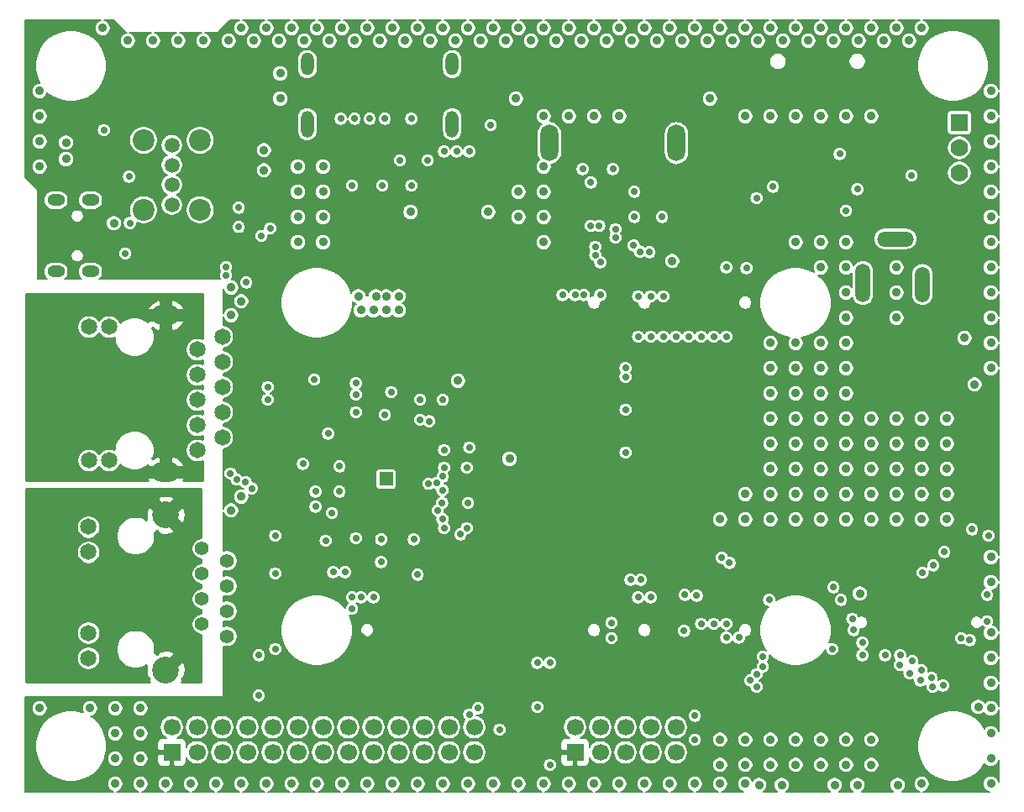
<source format=gbr>
%TF.GenerationSoftware,KiCad,Pcbnew,5.1.6-c6e7f7d~87~ubuntu18.04.1*%
%TF.CreationDate,2021-03-10T15:58:37+02:00*%
%TF.ProjectId,RK3328-SOM-EVB_Rev_A,524b3333-3238-42d5-934f-4d2d4556425f,A*%
%TF.SameCoordinates,Original*%
%TF.FileFunction,Copper,L3,Inr*%
%TF.FilePolarity,Positive*%
%FSLAX46Y46*%
G04 Gerber Fmt 4.6, Leading zero omitted, Abs format (unit mm)*
G04 Created by KiCad (PCBNEW 5.1.6-c6e7f7d~87~ubuntu18.04.1) date 2021-03-10 15:58:37*
%MOMM*%
%LPD*%
G01*
G04 APERTURE LIST*
%TA.AperFunction,ViaPad*%
%ADD10O,1.300000X2.700000*%
%TD*%
%TA.AperFunction,ViaPad*%
%ADD11O,1.300000X2.300000*%
%TD*%
%TA.AperFunction,ViaPad*%
%ADD12C,2.200000*%
%TD*%
%TA.AperFunction,ViaPad*%
%ADD13C,1.500000*%
%TD*%
%TA.AperFunction,ViaPad*%
%ADD14O,1.800000X1.200000*%
%TD*%
%TA.AperFunction,ViaPad*%
%ADD15C,1.700000*%
%TD*%
%TA.AperFunction,ViaPad*%
%ADD16R,1.700000X1.700000*%
%TD*%
%TA.AperFunction,ViaPad*%
%ADD17C,1.650000*%
%TD*%
%TA.AperFunction,ViaPad*%
%ADD18O,2.800000X2.000000*%
%TD*%
%TA.AperFunction,ViaPad*%
%ADD19C,1.410000*%
%TD*%
%TA.AperFunction,ViaPad*%
%ADD20C,2.700000*%
%TD*%
%TA.AperFunction,ViaPad*%
%ADD21O,1.500000X3.900000*%
%TD*%
%TA.AperFunction,ViaPad*%
%ADD22O,1.500000X3.600000*%
%TD*%
%TA.AperFunction,ViaPad*%
%ADD23O,3.700000X1.500000*%
%TD*%
%TA.AperFunction,ViaPad*%
%ADD24R,1.422400X1.422400*%
%TD*%
%TA.AperFunction,ViaPad*%
%ADD25R,1.778000X1.778000*%
%TD*%
%TA.AperFunction,ViaPad*%
%ADD26C,1.778000*%
%TD*%
%TA.AperFunction,ViaPad*%
%ADD27O,1.800000X3.700000*%
%TD*%
%TA.AperFunction,ViaPad*%
%ADD28C,0.900000*%
%TD*%
%TA.AperFunction,ViaPad*%
%ADD29C,0.700000*%
%TD*%
%TA.AperFunction,Conductor*%
%ADD30C,0.203200*%
%TD*%
%TA.AperFunction,Conductor*%
%ADD31C,0.254000*%
%TD*%
G04 APERTURE END LIST*
D10*
%TO.N,GND*%
%TO.C,HDMI1*%
X145095000Y-64290000D03*
X130495000Y-64290000D03*
D11*
X130495000Y-58240000D03*
X145095000Y-58240000D03*
%TD*%
D12*
%TO.N,GND*%
%TO.C,USB-HOST1*%
X119690000Y-72921000D03*
X113990000Y-72921000D03*
X119690000Y-65921000D03*
X113990000Y-65921000D03*
D13*
%TO.N,Net-(C1-Pad2)*%
X116840000Y-66421000D03*
%TO.N,/USB1-D_N*%
X116840000Y-68421000D03*
%TO.N,/USB1-D_P*%
X116840000Y-70421000D03*
%TO.N,GND*%
X116840000Y-72421000D03*
%TD*%
D14*
%TO.N,GND*%
%TO.C,USB-OTG1*%
X105160000Y-79165000D03*
X108630000Y-79165000D03*
X108630000Y-71965000D03*
X105160000Y-71965000D03*
%TD*%
D15*
%TO.N,UART1_RTSN*%
%TO.C,EXT1*%
X139700000Y-125095000D03*
%TO.N,GPIO2_C4*%
X139700000Y-127635000D03*
%TO.N,GPIO2_C2*%
X134620000Y-127635000D03*
%TO.N,UART1_TX*%
X134620000Y-125095000D03*
%TO.N,GPIO2_C3*%
X137160000Y-127635000D03*
%TO.N,UART1_RX*%
X137160000Y-125095000D03*
%TO.N,VDAC_OUT*%
X132080000Y-125095000D03*
%TO.N,GPIO2_C1*%
X132080000Y-127635000D03*
%TO.N,CODEC_AOR*%
X129540000Y-125095000D03*
%TO.N,GPIO2_C0*%
X129540000Y-127635000D03*
D16*
%TO.N,+3V3*%
X116840000Y-127635000D03*
D15*
%TO.N,GND*%
X116840000Y-125095000D03*
%TO.N,/GPIO1_D0*%
X119380000Y-127635000D03*
%TO.N,/SARADC_IN0*%
X119380000Y-125095000D03*
%TO.N,/GPIO1_D2*%
X121920000Y-127635000D03*
%TO.N,/SARADC_IN1*%
X121920000Y-125095000D03*
%TO.N,/GPIO1_D4*%
X124460000Y-127635000D03*
%TO.N,CLK32K*%
X124460000Y-125095000D03*
%TO.N,GPIO2_B7*%
X127000000Y-127635000D03*
%TO.N,CODEC_AOL*%
X127000000Y-125095000D03*
%TO.N,UART1_CTSN*%
X142240000Y-125095000D03*
%TO.N,GPIO2_C5*%
X142240000Y-127635000D03*
%TO.N,GPIO2_C6*%
X144780000Y-127635000D03*
%TO.N,/IR_RX*%
X144780000Y-125095000D03*
%TO.N,/SPDIF_TX_M0*%
X147320000Y-125095000D03*
%TO.N,/PWM2*%
X147320000Y-127635000D03*
%TD*%
D17*
%TO.N,/MDI[0]+*%
%TO.C,LAN1*%
X119380000Y-97155000D03*
%TO.N,/MDI[0]-*%
X121920000Y-95885000D03*
%TO.N,/MDI[1]+*%
X119380000Y-94615000D03*
%TO.N,/MDI[1]-*%
X121920000Y-93345000D03*
%TO.N,Net-(C14-Pad2)*%
X119380000Y-92075000D03*
%TO.N,Net-(C15-Pad2)*%
X121920000Y-90805000D03*
%TO.N,/MDI[2]+*%
X119380000Y-89535000D03*
%TO.N,/MDI[2]-*%
X121920000Y-88265000D03*
%TO.N,/MDI[3]+*%
X119380000Y-86995000D03*
%TO.N,/MDI[3]-*%
X121920000Y-85725000D03*
%TO.N,/VDD33*%
X110490000Y-98171000D03*
%TO.N,/PHYAD1*%
X108458000Y-98171000D03*
%TO.N,/VDD33*%
X110490000Y-84709000D03*
%TO.N,/PHYAD0*%
X108458000Y-84709000D03*
D18*
%TO.N,/SH_Gigabit-ETH*%
X116230000Y-99340000D03*
X116230000Y-83540000D03*
%TD*%
D19*
%TO.N,/FEPHY_TX_P*%
%TO.C,LAN2*%
X119857000Y-107051000D03*
%TO.N,/FEPHY_TX_N*%
X122397000Y-108321000D03*
%TO.N,/FEPHY_PWFBOUT*%
X119857000Y-109591000D03*
%TO.N,N/C*%
X122397000Y-110861000D03*
X119857000Y-112131000D03*
%TO.N,/FEPHY_PWFBOUT*%
X122397000Y-113401000D03*
%TO.N,/FEPHY_RX_P*%
X119857000Y-114671000D03*
%TO.N,/FEPHY_RX_N*%
X122397000Y-115941000D03*
D17*
%TO.N,/FEPHY_LED_LINK_M1*%
X108408500Y-115576000D03*
%TO.N,/FEPHY_LED_DATA_M1*%
X108408500Y-104896000D03*
D20*
%TO.N,/SH_Megabit-ETH*%
X116207000Y-103706000D03*
X116207000Y-119306000D03*
D17*
%TO.N,Net-(LAN2-PadKG1)*%
X108408500Y-118116000D03*
%TO.N,Net-(LAN2-PadKY1)*%
X108408500Y-107436000D03*
%TD*%
D21*
%TO.N,+5V_EXT*%
%TO.C,PWR_J1*%
X186505000Y-80315000D03*
D22*
%TO.N,GND*%
X192505000Y-80465000D03*
D23*
X189759000Y-75865000D03*
%TD*%
D24*
%TO.N,GND*%
%TO.C,U9*%
X138430000Y-100076000D03*
%TD*%
D25*
%TO.N,/DBG_UART2-TxD*%
%TO.C,UART_DBG1*%
X196215000Y-64135000D03*
D26*
%TO.N,Net-(D2-Pad1)*%
X196215000Y-66675000D03*
%TO.N,GND*%
X196215000Y-69215000D03*
%TD*%
D16*
%TO.N,+3V3*%
%TO.C,UEXT1*%
X157480000Y-127635000D03*
D15*
%TO.N,GND*%
X157480000Y-125095000D03*
%TO.N,UART1_TX*%
X160020000Y-127635000D03*
%TO.N,UART1_RX*%
X160020000Y-125095000D03*
%TO.N,I2C1_SCL_PMIC*%
X162560000Y-127635000D03*
%TO.N,I2C1_SDA_PMIC*%
X162560000Y-125095000D03*
%TO.N,/SPI_RXD_M2*%
X165100000Y-127635000D03*
%TO.N,/SPI_TXD_M2*%
X165100000Y-125095000D03*
%TO.N,/SPI_CLK_M2*%
X167640000Y-127635000D03*
%TO.N,/SPI_CSN1_M0*%
X167640000Y-125095000D03*
%TD*%
D27*
%TO.N,GND*%
%TO.C,USB3.0_TYPE-A1*%
X167690000Y-66210000D03*
X154890000Y-66210000D03*
%TD*%
D28*
%TO.N,+5V*%
X140906500Y-73152028D03*
X148717000Y-73152000D03*
X135890000Y-83058000D03*
X137160000Y-83058000D03*
X138430000Y-83058000D03*
X139700000Y-83058000D03*
X197739000Y-90551000D03*
X171069000Y-61722000D03*
X151511000Y-61722000D03*
X127762000Y-61722000D03*
X127762000Y-59182000D03*
X106172000Y-66167000D03*
X198120000Y-123063000D03*
D29*
%TO.N,GND*%
X135001000Y-70485000D03*
X138049000Y-70485000D03*
X140982512Y-70491556D03*
X140970000Y-63754000D03*
X138303000Y-63754000D03*
X136779000Y-63754000D03*
X135255000Y-63754000D03*
X133858000Y-63754000D03*
X148971000Y-64389000D03*
D28*
X135636000Y-81661000D03*
X137414000Y-81661000D03*
X138430000Y-81661000D03*
X139700000Y-81661000D03*
D29*
X159074594Y-70168142D03*
X163449000Y-71120000D03*
X161290000Y-68834000D03*
X158242000Y-68834000D03*
X166243000Y-73660000D03*
X184785000Y-73025000D03*
X123571000Y-74676000D03*
D28*
X126111000Y-68961000D03*
X126111000Y-66929000D03*
X106172000Y-67818000D03*
X122809000Y-83566000D03*
X122809000Y-80772000D03*
X123825000Y-82169000D03*
D29*
X123571000Y-72708998D03*
X126746000Y-74803000D03*
X126492000Y-92075000D03*
X126492000Y-90805000D03*
X130048000Y-98552000D03*
X131318000Y-101344990D03*
X131318000Y-102870000D03*
X135890000Y-112014000D03*
X137160000Y-112014000D03*
X135001000Y-113157000D03*
X135382000Y-93345000D03*
X131191000Y-90043000D03*
X193589789Y-108796305D03*
X186436000Y-116586000D03*
X186436000Y-117856000D03*
X188721439Y-117855439D03*
X190246000Y-117856000D03*
X194564000Y-120904000D03*
X163830000Y-112014000D03*
X165100000Y-112014000D03*
X199009000Y-114427000D03*
X199009000Y-111760000D03*
D28*
X178308000Y-130937000D03*
X183642000Y-130937000D03*
X185928000Y-130937000D03*
X176022000Y-130937000D03*
X189992000Y-130937000D03*
D29*
X138938000Y-91313008D03*
X141859000Y-92075000D03*
D28*
X123825000Y-101854000D03*
X122809000Y-103251000D03*
X167259000Y-78105000D03*
D29*
X127254000Y-105791000D03*
X127254000Y-109601000D03*
X133096000Y-109474000D03*
X134302500Y-109474000D03*
X137922000Y-108458000D03*
X141605000Y-109728000D03*
X145923000Y-105664000D03*
X146558000Y-105029000D03*
X146557999Y-98933001D03*
X146812000Y-96901000D03*
X162565590Y-97409000D03*
X162565590Y-93091000D03*
X192386048Y-119357557D03*
X193422121Y-120143121D03*
X191473484Y-118448484D03*
D28*
X109855000Y-54610000D03*
X112395000Y-55880000D03*
X114935000Y-55880000D03*
X117475000Y-55880000D03*
X120015000Y-55880000D03*
X122555000Y-55880000D03*
X123825000Y-54610000D03*
X125095000Y-55880000D03*
X127635000Y-55880000D03*
X126365000Y-54610000D03*
X128905000Y-54610000D03*
X130175000Y-55880000D03*
X131445000Y-54610000D03*
X132715000Y-55880000D03*
X133985000Y-54610000D03*
X135255000Y-55880000D03*
X136525000Y-54610000D03*
X137795000Y-55880000D03*
X140335000Y-55880000D03*
X139065000Y-54610000D03*
X141605000Y-54610000D03*
X142875000Y-55880000D03*
X144145000Y-54610000D03*
X145415000Y-55880000D03*
X147955000Y-55880000D03*
X146685000Y-54610000D03*
X150495000Y-55880000D03*
X149225000Y-54610000D03*
X153035000Y-55880000D03*
X151765000Y-54610000D03*
X154305000Y-54610000D03*
X155575000Y-55880000D03*
X156845000Y-54610000D03*
X158115000Y-55880000D03*
X160655000Y-55880000D03*
X159385000Y-54610000D03*
X163195000Y-55880000D03*
X161925000Y-54610000D03*
X165735000Y-55880000D03*
X164465000Y-54610000D03*
X167005000Y-54610000D03*
X168275000Y-55880000D03*
X167005000Y-54610000D03*
X168275000Y-55880000D03*
X170815000Y-55880000D03*
X169545000Y-54610000D03*
X172085000Y-54610000D03*
X173355000Y-55880000D03*
X174625000Y-54610000D03*
X175895000Y-55880000D03*
X178435000Y-55880000D03*
X177165000Y-54610000D03*
X180975000Y-55880000D03*
X179705000Y-54610000D03*
X183515000Y-55880000D03*
X182245000Y-54610000D03*
X186055000Y-55880000D03*
X184785000Y-54610000D03*
X187325000Y-54610000D03*
X188595000Y-55880000D03*
X191135000Y-55880000D03*
X189865000Y-54610000D03*
X192405000Y-54610000D03*
D29*
X197251269Y-116333443D03*
D28*
X186182000Y-111633000D03*
X199390000Y-60960000D03*
X199390000Y-63500000D03*
X199390000Y-66040000D03*
X199390000Y-68580000D03*
X199390000Y-71120000D03*
X199390000Y-73660000D03*
X199390000Y-76200000D03*
X199390000Y-78740000D03*
X199390000Y-81280000D03*
X199390000Y-83820000D03*
X199390000Y-86360000D03*
X199390000Y-88900000D03*
X189865000Y-78740000D03*
X189865000Y-81280000D03*
X189865000Y-83820000D03*
X184785000Y-76200000D03*
X182245000Y-76200000D03*
X184785000Y-78740000D03*
X184785000Y-81280000D03*
X184785000Y-83820000D03*
X184785000Y-86360000D03*
X184785000Y-88900000D03*
X184785000Y-91440000D03*
X184785000Y-93980000D03*
X184785000Y-96520000D03*
X184785000Y-99060000D03*
X184785000Y-101600000D03*
X184785000Y-104140000D03*
X187325000Y-93980000D03*
X189865000Y-93980000D03*
X192405000Y-93980000D03*
X194945000Y-93980000D03*
X187325000Y-96520000D03*
X189865000Y-96520000D03*
X192405000Y-96520000D03*
X194945000Y-96520000D03*
X187325000Y-99060000D03*
X189865000Y-99060000D03*
X192405000Y-99060000D03*
X194945000Y-99060000D03*
X187325000Y-101600000D03*
X189865000Y-101600000D03*
X194945000Y-101600000D03*
X192405000Y-101600000D03*
X187325000Y-104140000D03*
X189865000Y-104140000D03*
X194945000Y-104140000D03*
X192405000Y-104140000D03*
X179705000Y-76200000D03*
X182245000Y-78740000D03*
X182245000Y-86360000D03*
X179705000Y-86360000D03*
X177165000Y-86360000D03*
X177165000Y-88900000D03*
X179705000Y-88900000D03*
X182245000Y-88900000D03*
X182245000Y-91440000D03*
X179705000Y-91440000D03*
X177165000Y-91440000D03*
X177165000Y-93980000D03*
X179705000Y-93980000D03*
X182245000Y-93980000D03*
X182245000Y-96520000D03*
X179705000Y-96520000D03*
X177165000Y-96520000D03*
X177165000Y-99060000D03*
X179705000Y-99060000D03*
X182245000Y-99060000D03*
X182245000Y-101600000D03*
X179705000Y-101600000D03*
X177165000Y-101600000D03*
X177165000Y-104140000D03*
X179705000Y-104140000D03*
X182245000Y-104140000D03*
X174625000Y-104140000D03*
X172085000Y-104140000D03*
X174625000Y-101600000D03*
X184785000Y-63500000D03*
X187325000Y-63500000D03*
X182245000Y-63500000D03*
X179705000Y-63500000D03*
X177165000Y-63500000D03*
X174625000Y-63500000D03*
X161925000Y-63500000D03*
X159385000Y-63500000D03*
X156845000Y-63500000D03*
X154305000Y-63500000D03*
X154305000Y-71120000D03*
X154305000Y-73660000D03*
X154305000Y-76200000D03*
X154305000Y-68580000D03*
X151765000Y-71120000D03*
X151765000Y-73660000D03*
X132080000Y-68580000D03*
X129540000Y-68580000D03*
X132080000Y-71120000D03*
X129540000Y-71120000D03*
X132080000Y-73660000D03*
X129540000Y-73660000D03*
X129540000Y-76200000D03*
X132080000Y-76200000D03*
X187325000Y-126365000D03*
X187325000Y-128905000D03*
X184785000Y-128905000D03*
X184785000Y-126365000D03*
X179705000Y-126365000D03*
X179705000Y-128905000D03*
X182245000Y-126365000D03*
X182245000Y-128905000D03*
X177165000Y-126365000D03*
X177165000Y-128905000D03*
X174625000Y-128905000D03*
X174625000Y-126365000D03*
X172085000Y-128905000D03*
X172085000Y-126365000D03*
X172085000Y-130810000D03*
X174625000Y-130810000D03*
X169545000Y-130810000D03*
X167005000Y-130810000D03*
X164465000Y-130810000D03*
X161925000Y-130810000D03*
X192405000Y-130810000D03*
X199390000Y-130810000D03*
X199390000Y-128270000D03*
X199390000Y-125730000D03*
X199390000Y-123190000D03*
X199390000Y-120650000D03*
X199390000Y-118110000D03*
X199390000Y-115570000D03*
X199390000Y-110490000D03*
X199390000Y-107950000D03*
X151765000Y-130810000D03*
X159385000Y-130810000D03*
X156845000Y-130810000D03*
X154305000Y-130810000D03*
X149225000Y-130810000D03*
X146685000Y-130810000D03*
X144145000Y-130810000D03*
X141605000Y-130810000D03*
X139065000Y-130810000D03*
X136525000Y-130810000D03*
X133985000Y-130810000D03*
X131445000Y-130810000D03*
X128905000Y-130810000D03*
X126365000Y-130810000D03*
X123825000Y-130810000D03*
X121285000Y-130810000D03*
X118745000Y-130810000D03*
X116205000Y-130810000D03*
X113665000Y-130810000D03*
X111125000Y-130810000D03*
X111125000Y-128270000D03*
X113665000Y-128270000D03*
X111125000Y-125730000D03*
X113665000Y-125730000D03*
X111125000Y-123190000D03*
X113665000Y-123190000D03*
X108585000Y-123190000D03*
X103505000Y-123190000D03*
X103505000Y-60960000D03*
X103505000Y-63500000D03*
X103505000Y-66040000D03*
X103505000Y-68580000D03*
D29*
X127254000Y-117221000D03*
X192502647Y-109518318D03*
X185420000Y-114173000D03*
X146812000Y-67056000D03*
X144272000Y-67056000D03*
X145542000Y-67056000D03*
X163449000Y-73660000D03*
X135001000Y-112014000D03*
X135382000Y-91567000D03*
X135382000Y-90424000D03*
%TO.N,+3V3*%
X143570952Y-68265040D03*
X189992000Y-73152000D03*
X178943000Y-72771000D03*
X123571000Y-75565000D03*
X192283590Y-70684752D03*
X145669000Y-68072000D03*
X110490000Y-78105000D03*
D28*
X137160000Y-116078000D03*
X135890000Y-116078000D03*
X135128000Y-116840000D03*
X135128000Y-117856000D03*
D29*
X197358000Y-109728000D03*
X197358000Y-108712000D03*
X176530000Y-72898000D03*
D28*
X128905000Y-94615000D03*
X152146000Y-89408000D03*
D29*
%TO.N,CODEC_AOL*%
X163830000Y-81661000D03*
%TO.N,CODEC_AOR*%
X165100000Y-81661000D03*
%TO.N,VDAC_OUT*%
X166370000Y-81661000D03*
%TO.N,CLK32K*%
X149860000Y-125348996D03*
%TO.N,I2C1_SDA_PMIC*%
X153670000Y-118618000D03*
X153670000Y-123063000D03*
%TO.N,I2C1_SCL_PMIC*%
X154940000Y-118618000D03*
X154940000Y-128905000D03*
%TO.N,UART1_CTSN*%
X160020000Y-81534000D03*
X146812000Y-123819410D03*
%TO.N,UART1_RTSN*%
X147701000Y-123190000D03*
X158333642Y-81525722D03*
%TO.N,UART1_RX*%
X157480020Y-81534004D03*
%TO.N,UART1_TX*%
X156210000Y-81534000D03*
%TO.N,GPIO2_C6*%
X172720000Y-85725000D03*
%TO.N,GPIO2_C5*%
X171450000Y-85725000D03*
%TO.N,GPIO2_C4*%
X170180000Y-85725000D03*
%TO.N,GPIO2_C3*%
X168910000Y-85725000D03*
%TO.N,GPIO2_C2*%
X167640000Y-85725000D03*
%TO.N,GPIO2_C1*%
X166370000Y-85725000D03*
%TO.N,GPIO2_C0*%
X165100000Y-85725000D03*
%TO.N,GPIO2_B7*%
X163830000Y-85725000D03*
%TO.N,/USB1-D_N*%
X122301000Y-78694800D03*
%TO.N,/USB0-DRV*%
X109982000Y-64897000D03*
X112141000Y-77343000D03*
%TO.N,/USB0-VBUSDET*%
X112522000Y-69596000D03*
X112610599Y-74256599D03*
%TO.N,/USB1-D_P*%
X122301000Y-79547200D03*
%TO.N,/USB1-DRV*%
X124333000Y-80264000D03*
X125857000Y-75565000D03*
%TO.N,/USB30_RX_P*%
X159512000Y-77515200D03*
X164004369Y-77136369D03*
%TO.N,/HCEC*%
X142621000Y-67945000D03*
X139827000Y-67945000D03*
%TO.N,/USB30_RX_N*%
X159512000Y-76662800D03*
X163401631Y-76533631D03*
%TO.N,/USB30_D_P*%
X161544000Y-75737200D03*
X159073800Y-74549000D03*
%TO.N,/USB30_D_N*%
X161544000Y-74884800D03*
X159926200Y-74549000D03*
%TO.N,/USB30_DRV*%
X160020000Y-78232000D03*
X164973000Y-77216000D03*
%TO.N,/DBG_UART2-RxD*%
X191389000Y-69469000D03*
X163068000Y-110236000D03*
X161157410Y-114580420D03*
X197485000Y-105156000D03*
%TO.N,/DBG_UART2-TxD*%
X164084421Y-110236210D03*
X161157410Y-116118932D03*
X199136000Y-105790996D03*
%TO.N,/SPI_CSN1_M0*%
X168465500Y-115379500D03*
%TO.N,/SARADC_IN1*%
X162565590Y-89777899D03*
%TO.N,/SARADC_IN0*%
X162560000Y-88900008D03*
D28*
%TO.N,+5V_USBOTG*%
X110998000Y-74295000D03*
X196723000Y-85852000D03*
D29*
%TO.N,/VDD33*%
X132587994Y-95504000D03*
X132969000Y-103504996D03*
X141859000Y-94107000D03*
X135382000Y-106045000D03*
X146685000Y-102489000D03*
X144272000Y-97155000D03*
X144145000Y-92090402D03*
%TO.N,Net-(C18-Pad1)*%
X133731000Y-98806000D03*
X133731000Y-101344990D03*
X138303000Y-93599000D03*
D28*
X145668998Y-90170000D03*
D29*
%TO.N,Net-(C21-Pad1)*%
X137947853Y-106161806D03*
X132334000Y-106299000D03*
X141224000Y-106172000D03*
X142711316Y-100556975D03*
X144272000Y-98933000D03*
X144272000Y-105029000D03*
D28*
X150876000Y-98044000D03*
D29*
X142774863Y-94260863D03*
%TO.N,/eMMC_CMD*%
X172275500Y-108013500D03*
X168529000Y-111760000D03*
%TO.N,/eMMC_RST*%
X169735500Y-111823500D03*
X173037500Y-108521500D03*
%TO.N,/SPI_CLK_M2*%
X170180000Y-114681000D03*
%TO.N,/SPI_TXD_M2*%
X171450000Y-114681000D03*
X169545000Y-123952000D03*
%TO.N,/SPI_RXD_M2*%
X172720000Y-114681000D03*
X169545000Y-126365000D03*
%TO.N,/eMMC_CLK*%
X194691002Y-107442002D03*
X196401000Y-116137008D03*
%TO.N,/eMMC_D7*%
X193505484Y-121031000D03*
X175768000Y-121031000D03*
%TO.N,/eMMC_D6*%
X175133000Y-120396000D03*
X192279121Y-120396000D03*
%TO.N,/eMMC_D5*%
X191177242Y-119676242D03*
X175768000Y-119761000D03*
%TO.N,/eMMC_D4*%
X190202923Y-118828923D03*
X176403000Y-118999000D03*
%TO.N,/eMMC_D3*%
X183388000Y-117221000D03*
X176403000Y-117983000D03*
%TO.N,/eMMC_D2*%
X172720000Y-116078000D03*
X183515000Y-110998000D03*
%TO.N,/eMMC_D1*%
X173990000Y-116078000D03*
X184277000Y-112268000D03*
%TO.N,/eMMC_D0*%
X177038000Y-112268000D03*
X185547000Y-115316000D03*
%TO.N,/SDMMC0_CMD*%
X177419000Y-70612000D03*
X174752002Y-78803500D03*
%TO.N,/SDMMC0_D3*%
X172720000Y-78740000D03*
X175767996Y-71755000D03*
%TO.N,/SDMMC0_D2*%
X185928000Y-70866000D03*
X184150000Y-67292598D03*
%TO.N,/MDI[2]+*%
X122761631Y-99520631D03*
%TO.N,/MDI[2]-*%
X123364369Y-100123369D03*
%TO.N,/MDI[3]+*%
X124285631Y-100409631D03*
%TO.N,/MDI[3]-*%
X124888369Y-101012369D03*
%TO.N,Net-(RM1-Pad1.2)*%
X144145561Y-99822561D03*
X144118137Y-104113137D03*
%TO.N,Net-(RM1-Pad2.2)*%
X143637000Y-103250984D03*
X143557128Y-100451101D03*
%TO.N,Net-(RM1-Pad3.2)*%
X144087588Y-102489000D03*
X144107363Y-101196590D03*
D28*
%TO.N,/SH_Gigabit-ETH*%
X116230000Y-91415000D03*
X116230000Y-88900000D03*
X116230000Y-86360000D03*
X116205000Y-93980000D03*
X116205000Y-96520000D03*
X114325000Y-91415000D03*
X114300000Y-93980000D03*
X114325000Y-88900000D03*
X112395000Y-93980000D03*
X112420000Y-88900000D03*
X112420000Y-91415000D03*
X107975000Y-91415000D03*
X107950000Y-93980000D03*
X107975000Y-88900000D03*
X106045000Y-93980000D03*
X106070000Y-88900000D03*
X106070000Y-91415000D03*
X106070000Y-86360000D03*
X106070000Y-83820000D03*
X106045000Y-81915000D03*
X107950000Y-81915000D03*
X110490000Y-81915000D03*
X113030000Y-81915000D03*
X116205000Y-81915000D03*
X106045000Y-96520000D03*
X106045000Y-99060000D03*
X103530000Y-83820000D03*
X103530000Y-88900000D03*
X103505000Y-96520000D03*
X103505000Y-99060000D03*
X103505000Y-81915000D03*
X103530000Y-86360000D03*
X103530000Y-91415000D03*
X103505000Y-93980000D03*
%TO.N,/SH_Megabit-ETH*%
X116205000Y-110109000D03*
X116207000Y-112014000D03*
X116207000Y-113919000D03*
X113667000Y-113919000D03*
X113665000Y-110109000D03*
X113667000Y-112014000D03*
X111127000Y-112014000D03*
X111127000Y-113919000D03*
X111125000Y-110109000D03*
X108587000Y-112014000D03*
X108585000Y-110109000D03*
X108587000Y-113919000D03*
X106047000Y-112014000D03*
X106047000Y-113919000D03*
X106045000Y-110109000D03*
X106045000Y-107950000D03*
X106045000Y-105410000D03*
X106045000Y-102870000D03*
X106047000Y-116840000D03*
X106045000Y-119380000D03*
X103505000Y-119380000D03*
X103507000Y-112014000D03*
X103507000Y-116840000D03*
X103505000Y-105410000D03*
X103505000Y-107950000D03*
X103505000Y-102870000D03*
X103507000Y-113919000D03*
X103505000Y-110109000D03*
D29*
%TO.N,Net-(LAN2-PadKG1)*%
X125603000Y-117856000D03*
X125602439Y-121919439D03*
%TD*%
D30*
%TO.N,+3V3*%
G36*
X109620015Y-53835359D02*
G01*
X109473405Y-53896087D01*
X109341460Y-53984250D01*
X109229250Y-54096460D01*
X109141087Y-54228405D01*
X109080359Y-54375015D01*
X109049400Y-54530655D01*
X109049400Y-54689345D01*
X109080359Y-54844985D01*
X109141087Y-54991595D01*
X109229250Y-55123540D01*
X109341460Y-55235750D01*
X109473405Y-55323913D01*
X109620015Y-55384641D01*
X109775655Y-55415600D01*
X109934345Y-55415600D01*
X110089985Y-55384641D01*
X110236595Y-55323913D01*
X110368540Y-55235750D01*
X110480750Y-55123540D01*
X110568913Y-54991595D01*
X110629641Y-54844985D01*
X110660600Y-54689345D01*
X110660600Y-54530655D01*
X110629641Y-54375015D01*
X110568913Y-54228405D01*
X110480750Y-54096460D01*
X110368540Y-53984250D01*
X110236595Y-53896087D01*
X110089985Y-53835359D01*
X110025842Y-53822600D01*
X110925101Y-53822600D01*
X112036983Y-54934482D01*
X112052099Y-54952901D01*
X112125585Y-55013209D01*
X112209423Y-55058022D01*
X112284105Y-55080676D01*
X112160015Y-55105359D01*
X112013405Y-55166087D01*
X111881460Y-55254250D01*
X111769250Y-55366460D01*
X111681087Y-55498405D01*
X111620359Y-55645015D01*
X111589400Y-55800655D01*
X111589400Y-55959345D01*
X111620359Y-56114985D01*
X111681087Y-56261595D01*
X111769250Y-56393540D01*
X111881460Y-56505750D01*
X112013405Y-56593913D01*
X112160015Y-56654641D01*
X112315655Y-56685600D01*
X112474345Y-56685600D01*
X112629985Y-56654641D01*
X112776595Y-56593913D01*
X112908540Y-56505750D01*
X113020750Y-56393540D01*
X113108913Y-56261595D01*
X113169641Y-56114985D01*
X113200600Y-55959345D01*
X113200600Y-55800655D01*
X113169641Y-55645015D01*
X113108913Y-55498405D01*
X113020750Y-55366460D01*
X112908540Y-55254250D01*
X112776595Y-55166087D01*
X112629985Y-55105359D01*
X112565842Y-55092600D01*
X114764158Y-55092600D01*
X114700015Y-55105359D01*
X114553405Y-55166087D01*
X114421460Y-55254250D01*
X114309250Y-55366460D01*
X114221087Y-55498405D01*
X114160359Y-55645015D01*
X114129400Y-55800655D01*
X114129400Y-55959345D01*
X114160359Y-56114985D01*
X114221087Y-56261595D01*
X114309250Y-56393540D01*
X114421460Y-56505750D01*
X114553405Y-56593913D01*
X114700015Y-56654641D01*
X114855655Y-56685600D01*
X115014345Y-56685600D01*
X115169985Y-56654641D01*
X115316595Y-56593913D01*
X115448540Y-56505750D01*
X115560750Y-56393540D01*
X115648913Y-56261595D01*
X115709641Y-56114985D01*
X115740600Y-55959345D01*
X115740600Y-55800655D01*
X115709641Y-55645015D01*
X115648913Y-55498405D01*
X115560750Y-55366460D01*
X115448540Y-55254250D01*
X115316595Y-55166087D01*
X115169985Y-55105359D01*
X115105842Y-55092600D01*
X117304158Y-55092600D01*
X117240015Y-55105359D01*
X117093405Y-55166087D01*
X116961460Y-55254250D01*
X116849250Y-55366460D01*
X116761087Y-55498405D01*
X116700359Y-55645015D01*
X116669400Y-55800655D01*
X116669400Y-55959345D01*
X116700359Y-56114985D01*
X116761087Y-56261595D01*
X116849250Y-56393540D01*
X116961460Y-56505750D01*
X117093405Y-56593913D01*
X117240015Y-56654641D01*
X117395655Y-56685600D01*
X117554345Y-56685600D01*
X117709985Y-56654641D01*
X117856595Y-56593913D01*
X117988540Y-56505750D01*
X118100750Y-56393540D01*
X118188913Y-56261595D01*
X118249641Y-56114985D01*
X118280600Y-55959345D01*
X118280600Y-55800655D01*
X118249641Y-55645015D01*
X118188913Y-55498405D01*
X118100750Y-55366460D01*
X117988540Y-55254250D01*
X117856595Y-55166087D01*
X117709985Y-55105359D01*
X117645842Y-55092600D01*
X119844158Y-55092600D01*
X119780015Y-55105359D01*
X119633405Y-55166087D01*
X119501460Y-55254250D01*
X119389250Y-55366460D01*
X119301087Y-55498405D01*
X119240359Y-55645015D01*
X119209400Y-55800655D01*
X119209400Y-55959345D01*
X119240359Y-56114985D01*
X119301087Y-56261595D01*
X119389250Y-56393540D01*
X119501460Y-56505750D01*
X119633405Y-56593913D01*
X119780015Y-56654641D01*
X119935655Y-56685600D01*
X120094345Y-56685600D01*
X120249985Y-56654641D01*
X120396595Y-56593913D01*
X120528540Y-56505750D01*
X120640750Y-56393540D01*
X120728913Y-56261595D01*
X120789641Y-56114985D01*
X120820600Y-55959345D01*
X120820600Y-55800655D01*
X121749400Y-55800655D01*
X121749400Y-55959345D01*
X121780359Y-56114985D01*
X121841087Y-56261595D01*
X121929250Y-56393540D01*
X122041460Y-56505750D01*
X122173405Y-56593913D01*
X122320015Y-56654641D01*
X122475655Y-56685600D01*
X122634345Y-56685600D01*
X122789985Y-56654641D01*
X122936595Y-56593913D01*
X123068540Y-56505750D01*
X123180750Y-56393540D01*
X123268913Y-56261595D01*
X123329641Y-56114985D01*
X123360600Y-55959345D01*
X123360600Y-55800655D01*
X124289400Y-55800655D01*
X124289400Y-55959345D01*
X124320359Y-56114985D01*
X124381087Y-56261595D01*
X124469250Y-56393540D01*
X124581460Y-56505750D01*
X124713405Y-56593913D01*
X124860015Y-56654641D01*
X125015655Y-56685600D01*
X125174345Y-56685600D01*
X125329985Y-56654641D01*
X125476595Y-56593913D01*
X125608540Y-56505750D01*
X125720750Y-56393540D01*
X125808913Y-56261595D01*
X125869641Y-56114985D01*
X125900600Y-55959345D01*
X125900600Y-55800655D01*
X126829400Y-55800655D01*
X126829400Y-55959345D01*
X126860359Y-56114985D01*
X126921087Y-56261595D01*
X127009250Y-56393540D01*
X127121460Y-56505750D01*
X127253405Y-56593913D01*
X127400015Y-56654641D01*
X127555655Y-56685600D01*
X127714345Y-56685600D01*
X127869985Y-56654641D01*
X128016595Y-56593913D01*
X128148540Y-56505750D01*
X128260750Y-56393540D01*
X128348913Y-56261595D01*
X128409641Y-56114985D01*
X128440600Y-55959345D01*
X128440600Y-55800655D01*
X129369400Y-55800655D01*
X129369400Y-55959345D01*
X129400359Y-56114985D01*
X129461087Y-56261595D01*
X129549250Y-56393540D01*
X129661460Y-56505750D01*
X129793405Y-56593913D01*
X129940015Y-56654641D01*
X130095655Y-56685600D01*
X130254345Y-56685600D01*
X130409985Y-56654641D01*
X130556595Y-56593913D01*
X130688540Y-56505750D01*
X130800750Y-56393540D01*
X130888913Y-56261595D01*
X130949641Y-56114985D01*
X130980600Y-55959345D01*
X130980600Y-55800655D01*
X131909400Y-55800655D01*
X131909400Y-55959345D01*
X131940359Y-56114985D01*
X132001087Y-56261595D01*
X132089250Y-56393540D01*
X132201460Y-56505750D01*
X132333405Y-56593913D01*
X132480015Y-56654641D01*
X132635655Y-56685600D01*
X132794345Y-56685600D01*
X132949985Y-56654641D01*
X133096595Y-56593913D01*
X133228540Y-56505750D01*
X133340750Y-56393540D01*
X133428913Y-56261595D01*
X133489641Y-56114985D01*
X133520600Y-55959345D01*
X133520600Y-55800655D01*
X134449400Y-55800655D01*
X134449400Y-55959345D01*
X134480359Y-56114985D01*
X134541087Y-56261595D01*
X134629250Y-56393540D01*
X134741460Y-56505750D01*
X134873405Y-56593913D01*
X135020015Y-56654641D01*
X135175655Y-56685600D01*
X135334345Y-56685600D01*
X135489985Y-56654641D01*
X135636595Y-56593913D01*
X135768540Y-56505750D01*
X135880750Y-56393540D01*
X135968913Y-56261595D01*
X136029641Y-56114985D01*
X136060600Y-55959345D01*
X136060600Y-55800655D01*
X136989400Y-55800655D01*
X136989400Y-55959345D01*
X137020359Y-56114985D01*
X137081087Y-56261595D01*
X137169250Y-56393540D01*
X137281460Y-56505750D01*
X137413405Y-56593913D01*
X137560015Y-56654641D01*
X137715655Y-56685600D01*
X137874345Y-56685600D01*
X138029985Y-56654641D01*
X138176595Y-56593913D01*
X138308540Y-56505750D01*
X138420750Y-56393540D01*
X138508913Y-56261595D01*
X138569641Y-56114985D01*
X138600600Y-55959345D01*
X138600600Y-55800655D01*
X139529400Y-55800655D01*
X139529400Y-55959345D01*
X139560359Y-56114985D01*
X139621087Y-56261595D01*
X139709250Y-56393540D01*
X139821460Y-56505750D01*
X139953405Y-56593913D01*
X140100015Y-56654641D01*
X140255655Y-56685600D01*
X140414345Y-56685600D01*
X140569985Y-56654641D01*
X140716595Y-56593913D01*
X140848540Y-56505750D01*
X140960750Y-56393540D01*
X141048913Y-56261595D01*
X141109641Y-56114985D01*
X141140600Y-55959345D01*
X141140600Y-55800655D01*
X142069400Y-55800655D01*
X142069400Y-55959345D01*
X142100359Y-56114985D01*
X142161087Y-56261595D01*
X142249250Y-56393540D01*
X142361460Y-56505750D01*
X142493405Y-56593913D01*
X142640015Y-56654641D01*
X142795655Y-56685600D01*
X142954345Y-56685600D01*
X143109985Y-56654641D01*
X143256595Y-56593913D01*
X143388540Y-56505750D01*
X143500750Y-56393540D01*
X143588913Y-56261595D01*
X143649641Y-56114985D01*
X143680600Y-55959345D01*
X143680600Y-55800655D01*
X144609400Y-55800655D01*
X144609400Y-55959345D01*
X144640359Y-56114985D01*
X144701087Y-56261595D01*
X144789250Y-56393540D01*
X144901460Y-56505750D01*
X145033405Y-56593913D01*
X145180015Y-56654641D01*
X145335655Y-56685600D01*
X145494345Y-56685600D01*
X145649985Y-56654641D01*
X145796595Y-56593913D01*
X145928540Y-56505750D01*
X146040750Y-56393540D01*
X146128913Y-56261595D01*
X146189641Y-56114985D01*
X146220600Y-55959345D01*
X146220600Y-55800655D01*
X147149400Y-55800655D01*
X147149400Y-55959345D01*
X147180359Y-56114985D01*
X147241087Y-56261595D01*
X147329250Y-56393540D01*
X147441460Y-56505750D01*
X147573405Y-56593913D01*
X147720015Y-56654641D01*
X147875655Y-56685600D01*
X148034345Y-56685600D01*
X148189985Y-56654641D01*
X148336595Y-56593913D01*
X148468540Y-56505750D01*
X148580750Y-56393540D01*
X148668913Y-56261595D01*
X148729641Y-56114985D01*
X148760600Y-55959345D01*
X148760600Y-55800655D01*
X149689400Y-55800655D01*
X149689400Y-55959345D01*
X149720359Y-56114985D01*
X149781087Y-56261595D01*
X149869250Y-56393540D01*
X149981460Y-56505750D01*
X150113405Y-56593913D01*
X150260015Y-56654641D01*
X150415655Y-56685600D01*
X150574345Y-56685600D01*
X150729985Y-56654641D01*
X150876595Y-56593913D01*
X151008540Y-56505750D01*
X151120750Y-56393540D01*
X151208913Y-56261595D01*
X151269641Y-56114985D01*
X151300600Y-55959345D01*
X151300600Y-55800655D01*
X152229400Y-55800655D01*
X152229400Y-55959345D01*
X152260359Y-56114985D01*
X152321087Y-56261595D01*
X152409250Y-56393540D01*
X152521460Y-56505750D01*
X152653405Y-56593913D01*
X152800015Y-56654641D01*
X152955655Y-56685600D01*
X153114345Y-56685600D01*
X153269985Y-56654641D01*
X153416595Y-56593913D01*
X153548540Y-56505750D01*
X153660750Y-56393540D01*
X153748913Y-56261595D01*
X153809641Y-56114985D01*
X153840600Y-55959345D01*
X153840600Y-55800655D01*
X154769400Y-55800655D01*
X154769400Y-55959345D01*
X154800359Y-56114985D01*
X154861087Y-56261595D01*
X154949250Y-56393540D01*
X155061460Y-56505750D01*
X155193405Y-56593913D01*
X155340015Y-56654641D01*
X155495655Y-56685600D01*
X155654345Y-56685600D01*
X155809985Y-56654641D01*
X155956595Y-56593913D01*
X156088540Y-56505750D01*
X156200750Y-56393540D01*
X156288913Y-56261595D01*
X156349641Y-56114985D01*
X156380600Y-55959345D01*
X156380600Y-55800655D01*
X157309400Y-55800655D01*
X157309400Y-55959345D01*
X157340359Y-56114985D01*
X157401087Y-56261595D01*
X157489250Y-56393540D01*
X157601460Y-56505750D01*
X157733405Y-56593913D01*
X157880015Y-56654641D01*
X158035655Y-56685600D01*
X158194345Y-56685600D01*
X158349985Y-56654641D01*
X158496595Y-56593913D01*
X158628540Y-56505750D01*
X158740750Y-56393540D01*
X158828913Y-56261595D01*
X158889641Y-56114985D01*
X158920600Y-55959345D01*
X158920600Y-55800655D01*
X159849400Y-55800655D01*
X159849400Y-55959345D01*
X159880359Y-56114985D01*
X159941087Y-56261595D01*
X160029250Y-56393540D01*
X160141460Y-56505750D01*
X160273405Y-56593913D01*
X160420015Y-56654641D01*
X160575655Y-56685600D01*
X160734345Y-56685600D01*
X160889985Y-56654641D01*
X161036595Y-56593913D01*
X161168540Y-56505750D01*
X161280750Y-56393540D01*
X161368913Y-56261595D01*
X161429641Y-56114985D01*
X161460600Y-55959345D01*
X161460600Y-55800655D01*
X162389400Y-55800655D01*
X162389400Y-55959345D01*
X162420359Y-56114985D01*
X162481087Y-56261595D01*
X162569250Y-56393540D01*
X162681460Y-56505750D01*
X162813405Y-56593913D01*
X162960015Y-56654641D01*
X163115655Y-56685600D01*
X163274345Y-56685600D01*
X163429985Y-56654641D01*
X163576595Y-56593913D01*
X163708540Y-56505750D01*
X163820750Y-56393540D01*
X163908913Y-56261595D01*
X163969641Y-56114985D01*
X164000600Y-55959345D01*
X164000600Y-55800655D01*
X164929400Y-55800655D01*
X164929400Y-55959345D01*
X164960359Y-56114985D01*
X165021087Y-56261595D01*
X165109250Y-56393540D01*
X165221460Y-56505750D01*
X165353405Y-56593913D01*
X165500015Y-56654641D01*
X165655655Y-56685600D01*
X165814345Y-56685600D01*
X165969985Y-56654641D01*
X166116595Y-56593913D01*
X166248540Y-56505750D01*
X166360750Y-56393540D01*
X166448913Y-56261595D01*
X166509641Y-56114985D01*
X166540600Y-55959345D01*
X166540600Y-55800655D01*
X167469400Y-55800655D01*
X167469400Y-55959345D01*
X167500359Y-56114985D01*
X167561087Y-56261595D01*
X167649250Y-56393540D01*
X167761460Y-56505750D01*
X167893405Y-56593913D01*
X168040015Y-56654641D01*
X168195655Y-56685600D01*
X168354345Y-56685600D01*
X168509985Y-56654641D01*
X168656595Y-56593913D01*
X168788540Y-56505750D01*
X168900750Y-56393540D01*
X168988913Y-56261595D01*
X169049641Y-56114985D01*
X169080600Y-55959345D01*
X169080600Y-55800655D01*
X170009400Y-55800655D01*
X170009400Y-55959345D01*
X170040359Y-56114985D01*
X170101087Y-56261595D01*
X170189250Y-56393540D01*
X170301460Y-56505750D01*
X170433405Y-56593913D01*
X170580015Y-56654641D01*
X170735655Y-56685600D01*
X170894345Y-56685600D01*
X171049985Y-56654641D01*
X171196595Y-56593913D01*
X171328540Y-56505750D01*
X171440750Y-56393540D01*
X171528913Y-56261595D01*
X171589641Y-56114985D01*
X171620600Y-55959345D01*
X171620600Y-55800655D01*
X172549400Y-55800655D01*
X172549400Y-55959345D01*
X172580359Y-56114985D01*
X172641087Y-56261595D01*
X172729250Y-56393540D01*
X172841460Y-56505750D01*
X172973405Y-56593913D01*
X173120015Y-56654641D01*
X173275655Y-56685600D01*
X173434345Y-56685600D01*
X173589985Y-56654641D01*
X173736595Y-56593913D01*
X173868540Y-56505750D01*
X173980750Y-56393540D01*
X174068913Y-56261595D01*
X174129641Y-56114985D01*
X174160600Y-55959345D01*
X174160600Y-55800655D01*
X175089400Y-55800655D01*
X175089400Y-55959345D01*
X175120359Y-56114985D01*
X175181087Y-56261595D01*
X175269250Y-56393540D01*
X175381460Y-56505750D01*
X175513405Y-56593913D01*
X175660015Y-56654641D01*
X175815655Y-56685600D01*
X175974345Y-56685600D01*
X176129985Y-56654641D01*
X176276595Y-56593913D01*
X176408540Y-56505750D01*
X176520750Y-56393540D01*
X176608913Y-56261595D01*
X176669641Y-56114985D01*
X176700600Y-55959345D01*
X176700600Y-55800655D01*
X177629400Y-55800655D01*
X177629400Y-55959345D01*
X177660359Y-56114985D01*
X177721087Y-56261595D01*
X177809250Y-56393540D01*
X177921460Y-56505750D01*
X178053405Y-56593913D01*
X178200015Y-56654641D01*
X178355655Y-56685600D01*
X178514345Y-56685600D01*
X178669985Y-56654641D01*
X178816595Y-56593913D01*
X178948540Y-56505750D01*
X179060750Y-56393540D01*
X179148913Y-56261595D01*
X179209641Y-56114985D01*
X179240600Y-55959345D01*
X179240600Y-55800655D01*
X180169400Y-55800655D01*
X180169400Y-55959345D01*
X180200359Y-56114985D01*
X180261087Y-56261595D01*
X180349250Y-56393540D01*
X180461460Y-56505750D01*
X180593405Y-56593913D01*
X180740015Y-56654641D01*
X180895655Y-56685600D01*
X181054345Y-56685600D01*
X181209985Y-56654641D01*
X181356595Y-56593913D01*
X181488540Y-56505750D01*
X181600750Y-56393540D01*
X181688913Y-56261595D01*
X181749641Y-56114985D01*
X181780600Y-55959345D01*
X181780600Y-55800655D01*
X182709400Y-55800655D01*
X182709400Y-55959345D01*
X182740359Y-56114985D01*
X182801087Y-56261595D01*
X182889250Y-56393540D01*
X183001460Y-56505750D01*
X183133405Y-56593913D01*
X183280015Y-56654641D01*
X183435655Y-56685600D01*
X183594345Y-56685600D01*
X183749985Y-56654641D01*
X183896595Y-56593913D01*
X184028540Y-56505750D01*
X184140750Y-56393540D01*
X184228913Y-56261595D01*
X184289641Y-56114985D01*
X184320600Y-55959345D01*
X184320600Y-55800655D01*
X185249400Y-55800655D01*
X185249400Y-55959345D01*
X185280359Y-56114985D01*
X185341087Y-56261595D01*
X185429250Y-56393540D01*
X185541460Y-56505750D01*
X185673405Y-56593913D01*
X185820015Y-56654641D01*
X185975655Y-56685600D01*
X186134345Y-56685600D01*
X186289985Y-56654641D01*
X186436595Y-56593913D01*
X186568540Y-56505750D01*
X186680750Y-56393540D01*
X186768913Y-56261595D01*
X186829641Y-56114985D01*
X186860600Y-55959345D01*
X186860600Y-55800655D01*
X187789400Y-55800655D01*
X187789400Y-55959345D01*
X187820359Y-56114985D01*
X187881087Y-56261595D01*
X187969250Y-56393540D01*
X188081460Y-56505750D01*
X188213405Y-56593913D01*
X188360015Y-56654641D01*
X188515655Y-56685600D01*
X188674345Y-56685600D01*
X188829985Y-56654641D01*
X188976595Y-56593913D01*
X189108540Y-56505750D01*
X189220750Y-56393540D01*
X189308913Y-56261595D01*
X189369641Y-56114985D01*
X189400600Y-55959345D01*
X189400600Y-55800655D01*
X190329400Y-55800655D01*
X190329400Y-55959345D01*
X190360359Y-56114985D01*
X190421087Y-56261595D01*
X190509250Y-56393540D01*
X190621460Y-56505750D01*
X190753405Y-56593913D01*
X190900015Y-56654641D01*
X191055655Y-56685600D01*
X191214345Y-56685600D01*
X191369985Y-56654641D01*
X191516595Y-56593913D01*
X191648540Y-56505750D01*
X191760750Y-56393540D01*
X191848913Y-56261595D01*
X191909641Y-56114985D01*
X191940600Y-55959345D01*
X191940600Y-55800655D01*
X191909641Y-55645015D01*
X191848913Y-55498405D01*
X191760750Y-55366460D01*
X191648540Y-55254250D01*
X191516595Y-55166087D01*
X191369985Y-55105359D01*
X191214345Y-55074400D01*
X191055655Y-55074400D01*
X190900015Y-55105359D01*
X190753405Y-55166087D01*
X190621460Y-55254250D01*
X190509250Y-55366460D01*
X190421087Y-55498405D01*
X190360359Y-55645015D01*
X190329400Y-55800655D01*
X189400600Y-55800655D01*
X189369641Y-55645015D01*
X189308913Y-55498405D01*
X189220750Y-55366460D01*
X189108540Y-55254250D01*
X188976595Y-55166087D01*
X188829985Y-55105359D01*
X188674345Y-55074400D01*
X188515655Y-55074400D01*
X188360015Y-55105359D01*
X188213405Y-55166087D01*
X188081460Y-55254250D01*
X187969250Y-55366460D01*
X187881087Y-55498405D01*
X187820359Y-55645015D01*
X187789400Y-55800655D01*
X186860600Y-55800655D01*
X186829641Y-55645015D01*
X186768913Y-55498405D01*
X186680750Y-55366460D01*
X186568540Y-55254250D01*
X186436595Y-55166087D01*
X186289985Y-55105359D01*
X186134345Y-55074400D01*
X185975655Y-55074400D01*
X185820015Y-55105359D01*
X185673405Y-55166087D01*
X185541460Y-55254250D01*
X185429250Y-55366460D01*
X185341087Y-55498405D01*
X185280359Y-55645015D01*
X185249400Y-55800655D01*
X184320600Y-55800655D01*
X184289641Y-55645015D01*
X184228913Y-55498405D01*
X184140750Y-55366460D01*
X184028540Y-55254250D01*
X183896595Y-55166087D01*
X183749985Y-55105359D01*
X183594345Y-55074400D01*
X183435655Y-55074400D01*
X183280015Y-55105359D01*
X183133405Y-55166087D01*
X183001460Y-55254250D01*
X182889250Y-55366460D01*
X182801087Y-55498405D01*
X182740359Y-55645015D01*
X182709400Y-55800655D01*
X181780600Y-55800655D01*
X181749641Y-55645015D01*
X181688913Y-55498405D01*
X181600750Y-55366460D01*
X181488540Y-55254250D01*
X181356595Y-55166087D01*
X181209985Y-55105359D01*
X181054345Y-55074400D01*
X180895655Y-55074400D01*
X180740015Y-55105359D01*
X180593405Y-55166087D01*
X180461460Y-55254250D01*
X180349250Y-55366460D01*
X180261087Y-55498405D01*
X180200359Y-55645015D01*
X180169400Y-55800655D01*
X179240600Y-55800655D01*
X179209641Y-55645015D01*
X179148913Y-55498405D01*
X179060750Y-55366460D01*
X178948540Y-55254250D01*
X178816595Y-55166087D01*
X178669985Y-55105359D01*
X178514345Y-55074400D01*
X178355655Y-55074400D01*
X178200015Y-55105359D01*
X178053405Y-55166087D01*
X177921460Y-55254250D01*
X177809250Y-55366460D01*
X177721087Y-55498405D01*
X177660359Y-55645015D01*
X177629400Y-55800655D01*
X176700600Y-55800655D01*
X176669641Y-55645015D01*
X176608913Y-55498405D01*
X176520750Y-55366460D01*
X176408540Y-55254250D01*
X176276595Y-55166087D01*
X176129985Y-55105359D01*
X175974345Y-55074400D01*
X175815655Y-55074400D01*
X175660015Y-55105359D01*
X175513405Y-55166087D01*
X175381460Y-55254250D01*
X175269250Y-55366460D01*
X175181087Y-55498405D01*
X175120359Y-55645015D01*
X175089400Y-55800655D01*
X174160600Y-55800655D01*
X174129641Y-55645015D01*
X174068913Y-55498405D01*
X173980750Y-55366460D01*
X173868540Y-55254250D01*
X173736595Y-55166087D01*
X173589985Y-55105359D01*
X173434345Y-55074400D01*
X173275655Y-55074400D01*
X173120015Y-55105359D01*
X172973405Y-55166087D01*
X172841460Y-55254250D01*
X172729250Y-55366460D01*
X172641087Y-55498405D01*
X172580359Y-55645015D01*
X172549400Y-55800655D01*
X171620600Y-55800655D01*
X171589641Y-55645015D01*
X171528913Y-55498405D01*
X171440750Y-55366460D01*
X171328540Y-55254250D01*
X171196595Y-55166087D01*
X171049985Y-55105359D01*
X170894345Y-55074400D01*
X170735655Y-55074400D01*
X170580015Y-55105359D01*
X170433405Y-55166087D01*
X170301460Y-55254250D01*
X170189250Y-55366460D01*
X170101087Y-55498405D01*
X170040359Y-55645015D01*
X170009400Y-55800655D01*
X169080600Y-55800655D01*
X169049641Y-55645015D01*
X168988913Y-55498405D01*
X168900750Y-55366460D01*
X168788540Y-55254250D01*
X168656595Y-55166087D01*
X168509985Y-55105359D01*
X168354345Y-55074400D01*
X168195655Y-55074400D01*
X168040015Y-55105359D01*
X167893405Y-55166087D01*
X167761460Y-55254250D01*
X167649250Y-55366460D01*
X167561087Y-55498405D01*
X167500359Y-55645015D01*
X167469400Y-55800655D01*
X166540600Y-55800655D01*
X166509641Y-55645015D01*
X166448913Y-55498405D01*
X166360750Y-55366460D01*
X166248540Y-55254250D01*
X166116595Y-55166087D01*
X165969985Y-55105359D01*
X165814345Y-55074400D01*
X165655655Y-55074400D01*
X165500015Y-55105359D01*
X165353405Y-55166087D01*
X165221460Y-55254250D01*
X165109250Y-55366460D01*
X165021087Y-55498405D01*
X164960359Y-55645015D01*
X164929400Y-55800655D01*
X164000600Y-55800655D01*
X163969641Y-55645015D01*
X163908913Y-55498405D01*
X163820750Y-55366460D01*
X163708540Y-55254250D01*
X163576595Y-55166087D01*
X163429985Y-55105359D01*
X163274345Y-55074400D01*
X163115655Y-55074400D01*
X162960015Y-55105359D01*
X162813405Y-55166087D01*
X162681460Y-55254250D01*
X162569250Y-55366460D01*
X162481087Y-55498405D01*
X162420359Y-55645015D01*
X162389400Y-55800655D01*
X161460600Y-55800655D01*
X161429641Y-55645015D01*
X161368913Y-55498405D01*
X161280750Y-55366460D01*
X161168540Y-55254250D01*
X161036595Y-55166087D01*
X160889985Y-55105359D01*
X160734345Y-55074400D01*
X160575655Y-55074400D01*
X160420015Y-55105359D01*
X160273405Y-55166087D01*
X160141460Y-55254250D01*
X160029250Y-55366460D01*
X159941087Y-55498405D01*
X159880359Y-55645015D01*
X159849400Y-55800655D01*
X158920600Y-55800655D01*
X158889641Y-55645015D01*
X158828913Y-55498405D01*
X158740750Y-55366460D01*
X158628540Y-55254250D01*
X158496595Y-55166087D01*
X158349985Y-55105359D01*
X158194345Y-55074400D01*
X158035655Y-55074400D01*
X157880015Y-55105359D01*
X157733405Y-55166087D01*
X157601460Y-55254250D01*
X157489250Y-55366460D01*
X157401087Y-55498405D01*
X157340359Y-55645015D01*
X157309400Y-55800655D01*
X156380600Y-55800655D01*
X156349641Y-55645015D01*
X156288913Y-55498405D01*
X156200750Y-55366460D01*
X156088540Y-55254250D01*
X155956595Y-55166087D01*
X155809985Y-55105359D01*
X155654345Y-55074400D01*
X155495655Y-55074400D01*
X155340015Y-55105359D01*
X155193405Y-55166087D01*
X155061460Y-55254250D01*
X154949250Y-55366460D01*
X154861087Y-55498405D01*
X154800359Y-55645015D01*
X154769400Y-55800655D01*
X153840600Y-55800655D01*
X153809641Y-55645015D01*
X153748913Y-55498405D01*
X153660750Y-55366460D01*
X153548540Y-55254250D01*
X153416595Y-55166087D01*
X153269985Y-55105359D01*
X153114345Y-55074400D01*
X152955655Y-55074400D01*
X152800015Y-55105359D01*
X152653405Y-55166087D01*
X152521460Y-55254250D01*
X152409250Y-55366460D01*
X152321087Y-55498405D01*
X152260359Y-55645015D01*
X152229400Y-55800655D01*
X151300600Y-55800655D01*
X151269641Y-55645015D01*
X151208913Y-55498405D01*
X151120750Y-55366460D01*
X151008540Y-55254250D01*
X150876595Y-55166087D01*
X150729985Y-55105359D01*
X150574345Y-55074400D01*
X150415655Y-55074400D01*
X150260015Y-55105359D01*
X150113405Y-55166087D01*
X149981460Y-55254250D01*
X149869250Y-55366460D01*
X149781087Y-55498405D01*
X149720359Y-55645015D01*
X149689400Y-55800655D01*
X148760600Y-55800655D01*
X148729641Y-55645015D01*
X148668913Y-55498405D01*
X148580750Y-55366460D01*
X148468540Y-55254250D01*
X148336595Y-55166087D01*
X148189985Y-55105359D01*
X148034345Y-55074400D01*
X147875655Y-55074400D01*
X147720015Y-55105359D01*
X147573405Y-55166087D01*
X147441460Y-55254250D01*
X147329250Y-55366460D01*
X147241087Y-55498405D01*
X147180359Y-55645015D01*
X147149400Y-55800655D01*
X146220600Y-55800655D01*
X146189641Y-55645015D01*
X146128913Y-55498405D01*
X146040750Y-55366460D01*
X145928540Y-55254250D01*
X145796595Y-55166087D01*
X145649985Y-55105359D01*
X145494345Y-55074400D01*
X145335655Y-55074400D01*
X145180015Y-55105359D01*
X145033405Y-55166087D01*
X144901460Y-55254250D01*
X144789250Y-55366460D01*
X144701087Y-55498405D01*
X144640359Y-55645015D01*
X144609400Y-55800655D01*
X143680600Y-55800655D01*
X143649641Y-55645015D01*
X143588913Y-55498405D01*
X143500750Y-55366460D01*
X143388540Y-55254250D01*
X143256595Y-55166087D01*
X143109985Y-55105359D01*
X142954345Y-55074400D01*
X142795655Y-55074400D01*
X142640015Y-55105359D01*
X142493405Y-55166087D01*
X142361460Y-55254250D01*
X142249250Y-55366460D01*
X142161087Y-55498405D01*
X142100359Y-55645015D01*
X142069400Y-55800655D01*
X141140600Y-55800655D01*
X141109641Y-55645015D01*
X141048913Y-55498405D01*
X140960750Y-55366460D01*
X140848540Y-55254250D01*
X140716595Y-55166087D01*
X140569985Y-55105359D01*
X140414345Y-55074400D01*
X140255655Y-55074400D01*
X140100015Y-55105359D01*
X139953405Y-55166087D01*
X139821460Y-55254250D01*
X139709250Y-55366460D01*
X139621087Y-55498405D01*
X139560359Y-55645015D01*
X139529400Y-55800655D01*
X138600600Y-55800655D01*
X138569641Y-55645015D01*
X138508913Y-55498405D01*
X138420750Y-55366460D01*
X138308540Y-55254250D01*
X138176595Y-55166087D01*
X138029985Y-55105359D01*
X137874345Y-55074400D01*
X137715655Y-55074400D01*
X137560015Y-55105359D01*
X137413405Y-55166087D01*
X137281460Y-55254250D01*
X137169250Y-55366460D01*
X137081087Y-55498405D01*
X137020359Y-55645015D01*
X136989400Y-55800655D01*
X136060600Y-55800655D01*
X136029641Y-55645015D01*
X135968913Y-55498405D01*
X135880750Y-55366460D01*
X135768540Y-55254250D01*
X135636595Y-55166087D01*
X135489985Y-55105359D01*
X135334345Y-55074400D01*
X135175655Y-55074400D01*
X135020015Y-55105359D01*
X134873405Y-55166087D01*
X134741460Y-55254250D01*
X134629250Y-55366460D01*
X134541087Y-55498405D01*
X134480359Y-55645015D01*
X134449400Y-55800655D01*
X133520600Y-55800655D01*
X133489641Y-55645015D01*
X133428913Y-55498405D01*
X133340750Y-55366460D01*
X133228540Y-55254250D01*
X133096595Y-55166087D01*
X132949985Y-55105359D01*
X132794345Y-55074400D01*
X132635655Y-55074400D01*
X132480015Y-55105359D01*
X132333405Y-55166087D01*
X132201460Y-55254250D01*
X132089250Y-55366460D01*
X132001087Y-55498405D01*
X131940359Y-55645015D01*
X131909400Y-55800655D01*
X130980600Y-55800655D01*
X130949641Y-55645015D01*
X130888913Y-55498405D01*
X130800750Y-55366460D01*
X130688540Y-55254250D01*
X130556595Y-55166087D01*
X130409985Y-55105359D01*
X130254345Y-55074400D01*
X130095655Y-55074400D01*
X129940015Y-55105359D01*
X129793405Y-55166087D01*
X129661460Y-55254250D01*
X129549250Y-55366460D01*
X129461087Y-55498405D01*
X129400359Y-55645015D01*
X129369400Y-55800655D01*
X128440600Y-55800655D01*
X128409641Y-55645015D01*
X128348913Y-55498405D01*
X128260750Y-55366460D01*
X128148540Y-55254250D01*
X128016595Y-55166087D01*
X127869985Y-55105359D01*
X127714345Y-55074400D01*
X127555655Y-55074400D01*
X127400015Y-55105359D01*
X127253405Y-55166087D01*
X127121460Y-55254250D01*
X127009250Y-55366460D01*
X126921087Y-55498405D01*
X126860359Y-55645015D01*
X126829400Y-55800655D01*
X125900600Y-55800655D01*
X125869641Y-55645015D01*
X125808913Y-55498405D01*
X125720750Y-55366460D01*
X125608540Y-55254250D01*
X125476595Y-55166087D01*
X125329985Y-55105359D01*
X125174345Y-55074400D01*
X125015655Y-55074400D01*
X124860015Y-55105359D01*
X124713405Y-55166087D01*
X124581460Y-55254250D01*
X124469250Y-55366460D01*
X124381087Y-55498405D01*
X124320359Y-55645015D01*
X124289400Y-55800655D01*
X123360600Y-55800655D01*
X123329641Y-55645015D01*
X123268913Y-55498405D01*
X123180750Y-55366460D01*
X123068540Y-55254250D01*
X122936595Y-55166087D01*
X122789985Y-55105359D01*
X122634345Y-55074400D01*
X122475655Y-55074400D01*
X122320015Y-55105359D01*
X122173405Y-55166087D01*
X122041460Y-55254250D01*
X121929250Y-55366460D01*
X121841087Y-55498405D01*
X121780359Y-55645015D01*
X121749400Y-55800655D01*
X120820600Y-55800655D01*
X120789641Y-55645015D01*
X120728913Y-55498405D01*
X120640750Y-55366460D01*
X120528540Y-55254250D01*
X120396595Y-55166087D01*
X120249985Y-55105359D01*
X120185842Y-55092600D01*
X121261295Y-55092600D01*
X121285000Y-55094935D01*
X121308705Y-55092600D01*
X121308707Y-55092600D01*
X121379606Y-55085617D01*
X121470577Y-55058022D01*
X121554415Y-55013209D01*
X121627901Y-54952901D01*
X121643017Y-54934482D01*
X122754899Y-53822600D01*
X123654158Y-53822600D01*
X123590015Y-53835359D01*
X123443405Y-53896087D01*
X123311460Y-53984250D01*
X123199250Y-54096460D01*
X123111087Y-54228405D01*
X123050359Y-54375015D01*
X123019400Y-54530655D01*
X123019400Y-54689345D01*
X123050359Y-54844985D01*
X123111087Y-54991595D01*
X123199250Y-55123540D01*
X123311460Y-55235750D01*
X123443405Y-55323913D01*
X123590015Y-55384641D01*
X123745655Y-55415600D01*
X123904345Y-55415600D01*
X124059985Y-55384641D01*
X124206595Y-55323913D01*
X124338540Y-55235750D01*
X124450750Y-55123540D01*
X124538913Y-54991595D01*
X124599641Y-54844985D01*
X124630600Y-54689345D01*
X124630600Y-54530655D01*
X124599641Y-54375015D01*
X124538913Y-54228405D01*
X124450750Y-54096460D01*
X124338540Y-53984250D01*
X124206595Y-53896087D01*
X124059985Y-53835359D01*
X123995842Y-53822600D01*
X126194158Y-53822600D01*
X126130015Y-53835359D01*
X125983405Y-53896087D01*
X125851460Y-53984250D01*
X125739250Y-54096460D01*
X125651087Y-54228405D01*
X125590359Y-54375015D01*
X125559400Y-54530655D01*
X125559400Y-54689345D01*
X125590359Y-54844985D01*
X125651087Y-54991595D01*
X125739250Y-55123540D01*
X125851460Y-55235750D01*
X125983405Y-55323913D01*
X126130015Y-55384641D01*
X126285655Y-55415600D01*
X126444345Y-55415600D01*
X126599985Y-55384641D01*
X126746595Y-55323913D01*
X126878540Y-55235750D01*
X126990750Y-55123540D01*
X127078913Y-54991595D01*
X127139641Y-54844985D01*
X127170600Y-54689345D01*
X127170600Y-54530655D01*
X127139641Y-54375015D01*
X127078913Y-54228405D01*
X126990750Y-54096460D01*
X126878540Y-53984250D01*
X126746595Y-53896087D01*
X126599985Y-53835359D01*
X126535842Y-53822600D01*
X128734158Y-53822600D01*
X128670015Y-53835359D01*
X128523405Y-53896087D01*
X128391460Y-53984250D01*
X128279250Y-54096460D01*
X128191087Y-54228405D01*
X128130359Y-54375015D01*
X128099400Y-54530655D01*
X128099400Y-54689345D01*
X128130359Y-54844985D01*
X128191087Y-54991595D01*
X128279250Y-55123540D01*
X128391460Y-55235750D01*
X128523405Y-55323913D01*
X128670015Y-55384641D01*
X128825655Y-55415600D01*
X128984345Y-55415600D01*
X129139985Y-55384641D01*
X129286595Y-55323913D01*
X129418540Y-55235750D01*
X129530750Y-55123540D01*
X129618913Y-54991595D01*
X129679641Y-54844985D01*
X129710600Y-54689345D01*
X129710600Y-54530655D01*
X129679641Y-54375015D01*
X129618913Y-54228405D01*
X129530750Y-54096460D01*
X129418540Y-53984250D01*
X129286595Y-53896087D01*
X129139985Y-53835359D01*
X129075842Y-53822600D01*
X131274158Y-53822600D01*
X131210015Y-53835359D01*
X131063405Y-53896087D01*
X130931460Y-53984250D01*
X130819250Y-54096460D01*
X130731087Y-54228405D01*
X130670359Y-54375015D01*
X130639400Y-54530655D01*
X130639400Y-54689345D01*
X130670359Y-54844985D01*
X130731087Y-54991595D01*
X130819250Y-55123540D01*
X130931460Y-55235750D01*
X131063405Y-55323913D01*
X131210015Y-55384641D01*
X131365655Y-55415600D01*
X131524345Y-55415600D01*
X131679985Y-55384641D01*
X131826595Y-55323913D01*
X131958540Y-55235750D01*
X132070750Y-55123540D01*
X132158913Y-54991595D01*
X132219641Y-54844985D01*
X132250600Y-54689345D01*
X132250600Y-54530655D01*
X132219641Y-54375015D01*
X132158913Y-54228405D01*
X132070750Y-54096460D01*
X131958540Y-53984250D01*
X131826595Y-53896087D01*
X131679985Y-53835359D01*
X131615842Y-53822600D01*
X133814158Y-53822600D01*
X133750015Y-53835359D01*
X133603405Y-53896087D01*
X133471460Y-53984250D01*
X133359250Y-54096460D01*
X133271087Y-54228405D01*
X133210359Y-54375015D01*
X133179400Y-54530655D01*
X133179400Y-54689345D01*
X133210359Y-54844985D01*
X133271087Y-54991595D01*
X133359250Y-55123540D01*
X133471460Y-55235750D01*
X133603405Y-55323913D01*
X133750015Y-55384641D01*
X133905655Y-55415600D01*
X134064345Y-55415600D01*
X134219985Y-55384641D01*
X134366595Y-55323913D01*
X134498540Y-55235750D01*
X134610750Y-55123540D01*
X134698913Y-54991595D01*
X134759641Y-54844985D01*
X134790600Y-54689345D01*
X134790600Y-54530655D01*
X134759641Y-54375015D01*
X134698913Y-54228405D01*
X134610750Y-54096460D01*
X134498540Y-53984250D01*
X134366595Y-53896087D01*
X134219985Y-53835359D01*
X134155842Y-53822600D01*
X136354158Y-53822600D01*
X136290015Y-53835359D01*
X136143405Y-53896087D01*
X136011460Y-53984250D01*
X135899250Y-54096460D01*
X135811087Y-54228405D01*
X135750359Y-54375015D01*
X135719400Y-54530655D01*
X135719400Y-54689345D01*
X135750359Y-54844985D01*
X135811087Y-54991595D01*
X135899250Y-55123540D01*
X136011460Y-55235750D01*
X136143405Y-55323913D01*
X136290015Y-55384641D01*
X136445655Y-55415600D01*
X136604345Y-55415600D01*
X136759985Y-55384641D01*
X136906595Y-55323913D01*
X137038540Y-55235750D01*
X137150750Y-55123540D01*
X137238913Y-54991595D01*
X137299641Y-54844985D01*
X137330600Y-54689345D01*
X137330600Y-54530655D01*
X137299641Y-54375015D01*
X137238913Y-54228405D01*
X137150750Y-54096460D01*
X137038540Y-53984250D01*
X136906595Y-53896087D01*
X136759985Y-53835359D01*
X136695842Y-53822600D01*
X138894158Y-53822600D01*
X138830015Y-53835359D01*
X138683405Y-53896087D01*
X138551460Y-53984250D01*
X138439250Y-54096460D01*
X138351087Y-54228405D01*
X138290359Y-54375015D01*
X138259400Y-54530655D01*
X138259400Y-54689345D01*
X138290359Y-54844985D01*
X138351087Y-54991595D01*
X138439250Y-55123540D01*
X138551460Y-55235750D01*
X138683405Y-55323913D01*
X138830015Y-55384641D01*
X138985655Y-55415600D01*
X139144345Y-55415600D01*
X139299985Y-55384641D01*
X139446595Y-55323913D01*
X139578540Y-55235750D01*
X139690750Y-55123540D01*
X139778913Y-54991595D01*
X139839641Y-54844985D01*
X139870600Y-54689345D01*
X139870600Y-54530655D01*
X139839641Y-54375015D01*
X139778913Y-54228405D01*
X139690750Y-54096460D01*
X139578540Y-53984250D01*
X139446595Y-53896087D01*
X139299985Y-53835359D01*
X139235842Y-53822600D01*
X141434158Y-53822600D01*
X141370015Y-53835359D01*
X141223405Y-53896087D01*
X141091460Y-53984250D01*
X140979250Y-54096460D01*
X140891087Y-54228405D01*
X140830359Y-54375015D01*
X140799400Y-54530655D01*
X140799400Y-54689345D01*
X140830359Y-54844985D01*
X140891087Y-54991595D01*
X140979250Y-55123540D01*
X141091460Y-55235750D01*
X141223405Y-55323913D01*
X141370015Y-55384641D01*
X141525655Y-55415600D01*
X141684345Y-55415600D01*
X141839985Y-55384641D01*
X141986595Y-55323913D01*
X142118540Y-55235750D01*
X142230750Y-55123540D01*
X142318913Y-54991595D01*
X142379641Y-54844985D01*
X142410600Y-54689345D01*
X142410600Y-54530655D01*
X142379641Y-54375015D01*
X142318913Y-54228405D01*
X142230750Y-54096460D01*
X142118540Y-53984250D01*
X141986595Y-53896087D01*
X141839985Y-53835359D01*
X141775842Y-53822600D01*
X143974158Y-53822600D01*
X143910015Y-53835359D01*
X143763405Y-53896087D01*
X143631460Y-53984250D01*
X143519250Y-54096460D01*
X143431087Y-54228405D01*
X143370359Y-54375015D01*
X143339400Y-54530655D01*
X143339400Y-54689345D01*
X143370359Y-54844985D01*
X143431087Y-54991595D01*
X143519250Y-55123540D01*
X143631460Y-55235750D01*
X143763405Y-55323913D01*
X143910015Y-55384641D01*
X144065655Y-55415600D01*
X144224345Y-55415600D01*
X144379985Y-55384641D01*
X144526595Y-55323913D01*
X144658540Y-55235750D01*
X144770750Y-55123540D01*
X144858913Y-54991595D01*
X144919641Y-54844985D01*
X144950600Y-54689345D01*
X144950600Y-54530655D01*
X144919641Y-54375015D01*
X144858913Y-54228405D01*
X144770750Y-54096460D01*
X144658540Y-53984250D01*
X144526595Y-53896087D01*
X144379985Y-53835359D01*
X144315842Y-53822600D01*
X146514158Y-53822600D01*
X146450015Y-53835359D01*
X146303405Y-53896087D01*
X146171460Y-53984250D01*
X146059250Y-54096460D01*
X145971087Y-54228405D01*
X145910359Y-54375015D01*
X145879400Y-54530655D01*
X145879400Y-54689345D01*
X145910359Y-54844985D01*
X145971087Y-54991595D01*
X146059250Y-55123540D01*
X146171460Y-55235750D01*
X146303405Y-55323913D01*
X146450015Y-55384641D01*
X146605655Y-55415600D01*
X146764345Y-55415600D01*
X146919985Y-55384641D01*
X147066595Y-55323913D01*
X147198540Y-55235750D01*
X147310750Y-55123540D01*
X147398913Y-54991595D01*
X147459641Y-54844985D01*
X147490600Y-54689345D01*
X147490600Y-54530655D01*
X147459641Y-54375015D01*
X147398913Y-54228405D01*
X147310750Y-54096460D01*
X147198540Y-53984250D01*
X147066595Y-53896087D01*
X146919985Y-53835359D01*
X146855842Y-53822600D01*
X149054158Y-53822600D01*
X148990015Y-53835359D01*
X148843405Y-53896087D01*
X148711460Y-53984250D01*
X148599250Y-54096460D01*
X148511087Y-54228405D01*
X148450359Y-54375015D01*
X148419400Y-54530655D01*
X148419400Y-54689345D01*
X148450359Y-54844985D01*
X148511087Y-54991595D01*
X148599250Y-55123540D01*
X148711460Y-55235750D01*
X148843405Y-55323913D01*
X148990015Y-55384641D01*
X149145655Y-55415600D01*
X149304345Y-55415600D01*
X149459985Y-55384641D01*
X149606595Y-55323913D01*
X149738540Y-55235750D01*
X149850750Y-55123540D01*
X149938913Y-54991595D01*
X149999641Y-54844985D01*
X150030600Y-54689345D01*
X150030600Y-54530655D01*
X149999641Y-54375015D01*
X149938913Y-54228405D01*
X149850750Y-54096460D01*
X149738540Y-53984250D01*
X149606595Y-53896087D01*
X149459985Y-53835359D01*
X149395842Y-53822600D01*
X151594158Y-53822600D01*
X151530015Y-53835359D01*
X151383405Y-53896087D01*
X151251460Y-53984250D01*
X151139250Y-54096460D01*
X151051087Y-54228405D01*
X150990359Y-54375015D01*
X150959400Y-54530655D01*
X150959400Y-54689345D01*
X150990359Y-54844985D01*
X151051087Y-54991595D01*
X151139250Y-55123540D01*
X151251460Y-55235750D01*
X151383405Y-55323913D01*
X151530015Y-55384641D01*
X151685655Y-55415600D01*
X151844345Y-55415600D01*
X151999985Y-55384641D01*
X152146595Y-55323913D01*
X152278540Y-55235750D01*
X152390750Y-55123540D01*
X152478913Y-54991595D01*
X152539641Y-54844985D01*
X152570600Y-54689345D01*
X152570600Y-54530655D01*
X152539641Y-54375015D01*
X152478913Y-54228405D01*
X152390750Y-54096460D01*
X152278540Y-53984250D01*
X152146595Y-53896087D01*
X151999985Y-53835359D01*
X151935842Y-53822600D01*
X154134158Y-53822600D01*
X154070015Y-53835359D01*
X153923405Y-53896087D01*
X153791460Y-53984250D01*
X153679250Y-54096460D01*
X153591087Y-54228405D01*
X153530359Y-54375015D01*
X153499400Y-54530655D01*
X153499400Y-54689345D01*
X153530359Y-54844985D01*
X153591087Y-54991595D01*
X153679250Y-55123540D01*
X153791460Y-55235750D01*
X153923405Y-55323913D01*
X154070015Y-55384641D01*
X154225655Y-55415600D01*
X154384345Y-55415600D01*
X154539985Y-55384641D01*
X154686595Y-55323913D01*
X154818540Y-55235750D01*
X154930750Y-55123540D01*
X155018913Y-54991595D01*
X155079641Y-54844985D01*
X155110600Y-54689345D01*
X155110600Y-54530655D01*
X155079641Y-54375015D01*
X155018913Y-54228405D01*
X154930750Y-54096460D01*
X154818540Y-53984250D01*
X154686595Y-53896087D01*
X154539985Y-53835359D01*
X154475842Y-53822600D01*
X156674158Y-53822600D01*
X156610015Y-53835359D01*
X156463405Y-53896087D01*
X156331460Y-53984250D01*
X156219250Y-54096460D01*
X156131087Y-54228405D01*
X156070359Y-54375015D01*
X156039400Y-54530655D01*
X156039400Y-54689345D01*
X156070359Y-54844985D01*
X156131087Y-54991595D01*
X156219250Y-55123540D01*
X156331460Y-55235750D01*
X156463405Y-55323913D01*
X156610015Y-55384641D01*
X156765655Y-55415600D01*
X156924345Y-55415600D01*
X157079985Y-55384641D01*
X157226595Y-55323913D01*
X157358540Y-55235750D01*
X157470750Y-55123540D01*
X157558913Y-54991595D01*
X157619641Y-54844985D01*
X157650600Y-54689345D01*
X157650600Y-54530655D01*
X157619641Y-54375015D01*
X157558913Y-54228405D01*
X157470750Y-54096460D01*
X157358540Y-53984250D01*
X157226595Y-53896087D01*
X157079985Y-53835359D01*
X157015842Y-53822600D01*
X159214158Y-53822600D01*
X159150015Y-53835359D01*
X159003405Y-53896087D01*
X158871460Y-53984250D01*
X158759250Y-54096460D01*
X158671087Y-54228405D01*
X158610359Y-54375015D01*
X158579400Y-54530655D01*
X158579400Y-54689345D01*
X158610359Y-54844985D01*
X158671087Y-54991595D01*
X158759250Y-55123540D01*
X158871460Y-55235750D01*
X159003405Y-55323913D01*
X159150015Y-55384641D01*
X159305655Y-55415600D01*
X159464345Y-55415600D01*
X159619985Y-55384641D01*
X159766595Y-55323913D01*
X159898540Y-55235750D01*
X160010750Y-55123540D01*
X160098913Y-54991595D01*
X160159641Y-54844985D01*
X160190600Y-54689345D01*
X160190600Y-54530655D01*
X160159641Y-54375015D01*
X160098913Y-54228405D01*
X160010750Y-54096460D01*
X159898540Y-53984250D01*
X159766595Y-53896087D01*
X159619985Y-53835359D01*
X159555842Y-53822600D01*
X161754158Y-53822600D01*
X161690015Y-53835359D01*
X161543405Y-53896087D01*
X161411460Y-53984250D01*
X161299250Y-54096460D01*
X161211087Y-54228405D01*
X161150359Y-54375015D01*
X161119400Y-54530655D01*
X161119400Y-54689345D01*
X161150359Y-54844985D01*
X161211087Y-54991595D01*
X161299250Y-55123540D01*
X161411460Y-55235750D01*
X161543405Y-55323913D01*
X161690015Y-55384641D01*
X161845655Y-55415600D01*
X162004345Y-55415600D01*
X162159985Y-55384641D01*
X162306595Y-55323913D01*
X162438540Y-55235750D01*
X162550750Y-55123540D01*
X162638913Y-54991595D01*
X162699641Y-54844985D01*
X162730600Y-54689345D01*
X162730600Y-54530655D01*
X162699641Y-54375015D01*
X162638913Y-54228405D01*
X162550750Y-54096460D01*
X162438540Y-53984250D01*
X162306595Y-53896087D01*
X162159985Y-53835359D01*
X162095842Y-53822600D01*
X164294158Y-53822600D01*
X164230015Y-53835359D01*
X164083405Y-53896087D01*
X163951460Y-53984250D01*
X163839250Y-54096460D01*
X163751087Y-54228405D01*
X163690359Y-54375015D01*
X163659400Y-54530655D01*
X163659400Y-54689345D01*
X163690359Y-54844985D01*
X163751087Y-54991595D01*
X163839250Y-55123540D01*
X163951460Y-55235750D01*
X164083405Y-55323913D01*
X164230015Y-55384641D01*
X164385655Y-55415600D01*
X164544345Y-55415600D01*
X164699985Y-55384641D01*
X164846595Y-55323913D01*
X164978540Y-55235750D01*
X165090750Y-55123540D01*
X165178913Y-54991595D01*
X165239641Y-54844985D01*
X165270600Y-54689345D01*
X165270600Y-54530655D01*
X165239641Y-54375015D01*
X165178913Y-54228405D01*
X165090750Y-54096460D01*
X164978540Y-53984250D01*
X164846595Y-53896087D01*
X164699985Y-53835359D01*
X164635842Y-53822600D01*
X166834158Y-53822600D01*
X166770015Y-53835359D01*
X166623405Y-53896087D01*
X166491460Y-53984250D01*
X166379250Y-54096460D01*
X166291087Y-54228405D01*
X166230359Y-54375015D01*
X166199400Y-54530655D01*
X166199400Y-54689345D01*
X166230359Y-54844985D01*
X166291087Y-54991595D01*
X166379250Y-55123540D01*
X166491460Y-55235750D01*
X166623405Y-55323913D01*
X166770015Y-55384641D01*
X166925655Y-55415600D01*
X167084345Y-55415600D01*
X167239985Y-55384641D01*
X167386595Y-55323913D01*
X167518540Y-55235750D01*
X167630750Y-55123540D01*
X167718913Y-54991595D01*
X167779641Y-54844985D01*
X167810600Y-54689345D01*
X167810600Y-54530655D01*
X167779641Y-54375015D01*
X167718913Y-54228405D01*
X167630750Y-54096460D01*
X167518540Y-53984250D01*
X167386595Y-53896087D01*
X167239985Y-53835359D01*
X167175842Y-53822600D01*
X169374158Y-53822600D01*
X169310015Y-53835359D01*
X169163405Y-53896087D01*
X169031460Y-53984250D01*
X168919250Y-54096460D01*
X168831087Y-54228405D01*
X168770359Y-54375015D01*
X168739400Y-54530655D01*
X168739400Y-54689345D01*
X168770359Y-54844985D01*
X168831087Y-54991595D01*
X168919250Y-55123540D01*
X169031460Y-55235750D01*
X169163405Y-55323913D01*
X169310015Y-55384641D01*
X169465655Y-55415600D01*
X169624345Y-55415600D01*
X169779985Y-55384641D01*
X169926595Y-55323913D01*
X170058540Y-55235750D01*
X170170750Y-55123540D01*
X170258913Y-54991595D01*
X170319641Y-54844985D01*
X170350600Y-54689345D01*
X170350600Y-54530655D01*
X170319641Y-54375015D01*
X170258913Y-54228405D01*
X170170750Y-54096460D01*
X170058540Y-53984250D01*
X169926595Y-53896087D01*
X169779985Y-53835359D01*
X169715842Y-53822600D01*
X171914158Y-53822600D01*
X171850015Y-53835359D01*
X171703405Y-53896087D01*
X171571460Y-53984250D01*
X171459250Y-54096460D01*
X171371087Y-54228405D01*
X171310359Y-54375015D01*
X171279400Y-54530655D01*
X171279400Y-54689345D01*
X171310359Y-54844985D01*
X171371087Y-54991595D01*
X171459250Y-55123540D01*
X171571460Y-55235750D01*
X171703405Y-55323913D01*
X171850015Y-55384641D01*
X172005655Y-55415600D01*
X172164345Y-55415600D01*
X172319985Y-55384641D01*
X172466595Y-55323913D01*
X172598540Y-55235750D01*
X172710750Y-55123540D01*
X172798913Y-54991595D01*
X172859641Y-54844985D01*
X172890600Y-54689345D01*
X172890600Y-54530655D01*
X172859641Y-54375015D01*
X172798913Y-54228405D01*
X172710750Y-54096460D01*
X172598540Y-53984250D01*
X172466595Y-53896087D01*
X172319985Y-53835359D01*
X172255842Y-53822600D01*
X174454158Y-53822600D01*
X174390015Y-53835359D01*
X174243405Y-53896087D01*
X174111460Y-53984250D01*
X173999250Y-54096460D01*
X173911087Y-54228405D01*
X173850359Y-54375015D01*
X173819400Y-54530655D01*
X173819400Y-54689345D01*
X173850359Y-54844985D01*
X173911087Y-54991595D01*
X173999250Y-55123540D01*
X174111460Y-55235750D01*
X174243405Y-55323913D01*
X174390015Y-55384641D01*
X174545655Y-55415600D01*
X174704345Y-55415600D01*
X174859985Y-55384641D01*
X175006595Y-55323913D01*
X175138540Y-55235750D01*
X175250750Y-55123540D01*
X175338913Y-54991595D01*
X175399641Y-54844985D01*
X175430600Y-54689345D01*
X175430600Y-54530655D01*
X175399641Y-54375015D01*
X175338913Y-54228405D01*
X175250750Y-54096460D01*
X175138540Y-53984250D01*
X175006595Y-53896087D01*
X174859985Y-53835359D01*
X174795842Y-53822600D01*
X176994158Y-53822600D01*
X176930015Y-53835359D01*
X176783405Y-53896087D01*
X176651460Y-53984250D01*
X176539250Y-54096460D01*
X176451087Y-54228405D01*
X176390359Y-54375015D01*
X176359400Y-54530655D01*
X176359400Y-54689345D01*
X176390359Y-54844985D01*
X176451087Y-54991595D01*
X176539250Y-55123540D01*
X176651460Y-55235750D01*
X176783405Y-55323913D01*
X176930015Y-55384641D01*
X177085655Y-55415600D01*
X177244345Y-55415600D01*
X177399985Y-55384641D01*
X177546595Y-55323913D01*
X177678540Y-55235750D01*
X177790750Y-55123540D01*
X177878913Y-54991595D01*
X177939641Y-54844985D01*
X177970600Y-54689345D01*
X177970600Y-54530655D01*
X177939641Y-54375015D01*
X177878913Y-54228405D01*
X177790750Y-54096460D01*
X177678540Y-53984250D01*
X177546595Y-53896087D01*
X177399985Y-53835359D01*
X177335842Y-53822600D01*
X179534158Y-53822600D01*
X179470015Y-53835359D01*
X179323405Y-53896087D01*
X179191460Y-53984250D01*
X179079250Y-54096460D01*
X178991087Y-54228405D01*
X178930359Y-54375015D01*
X178899400Y-54530655D01*
X178899400Y-54689345D01*
X178930359Y-54844985D01*
X178991087Y-54991595D01*
X179079250Y-55123540D01*
X179191460Y-55235750D01*
X179323405Y-55323913D01*
X179470015Y-55384641D01*
X179625655Y-55415600D01*
X179784345Y-55415600D01*
X179939985Y-55384641D01*
X180086595Y-55323913D01*
X180218540Y-55235750D01*
X180330750Y-55123540D01*
X180418913Y-54991595D01*
X180479641Y-54844985D01*
X180510600Y-54689345D01*
X180510600Y-54530655D01*
X180479641Y-54375015D01*
X180418913Y-54228405D01*
X180330750Y-54096460D01*
X180218540Y-53984250D01*
X180086595Y-53896087D01*
X179939985Y-53835359D01*
X179875842Y-53822600D01*
X182074158Y-53822600D01*
X182010015Y-53835359D01*
X181863405Y-53896087D01*
X181731460Y-53984250D01*
X181619250Y-54096460D01*
X181531087Y-54228405D01*
X181470359Y-54375015D01*
X181439400Y-54530655D01*
X181439400Y-54689345D01*
X181470359Y-54844985D01*
X181531087Y-54991595D01*
X181619250Y-55123540D01*
X181731460Y-55235750D01*
X181863405Y-55323913D01*
X182010015Y-55384641D01*
X182165655Y-55415600D01*
X182324345Y-55415600D01*
X182479985Y-55384641D01*
X182626595Y-55323913D01*
X182758540Y-55235750D01*
X182870750Y-55123540D01*
X182958913Y-54991595D01*
X183019641Y-54844985D01*
X183050600Y-54689345D01*
X183050600Y-54530655D01*
X183019641Y-54375015D01*
X182958913Y-54228405D01*
X182870750Y-54096460D01*
X182758540Y-53984250D01*
X182626595Y-53896087D01*
X182479985Y-53835359D01*
X182415842Y-53822600D01*
X184614158Y-53822600D01*
X184550015Y-53835359D01*
X184403405Y-53896087D01*
X184271460Y-53984250D01*
X184159250Y-54096460D01*
X184071087Y-54228405D01*
X184010359Y-54375015D01*
X183979400Y-54530655D01*
X183979400Y-54689345D01*
X184010359Y-54844985D01*
X184071087Y-54991595D01*
X184159250Y-55123540D01*
X184271460Y-55235750D01*
X184403405Y-55323913D01*
X184550015Y-55384641D01*
X184705655Y-55415600D01*
X184864345Y-55415600D01*
X185019985Y-55384641D01*
X185166595Y-55323913D01*
X185298540Y-55235750D01*
X185410750Y-55123540D01*
X185498913Y-54991595D01*
X185559641Y-54844985D01*
X185590600Y-54689345D01*
X185590600Y-54530655D01*
X185559641Y-54375015D01*
X185498913Y-54228405D01*
X185410750Y-54096460D01*
X185298540Y-53984250D01*
X185166595Y-53896087D01*
X185019985Y-53835359D01*
X184955842Y-53822600D01*
X187154158Y-53822600D01*
X187090015Y-53835359D01*
X186943405Y-53896087D01*
X186811460Y-53984250D01*
X186699250Y-54096460D01*
X186611087Y-54228405D01*
X186550359Y-54375015D01*
X186519400Y-54530655D01*
X186519400Y-54689345D01*
X186550359Y-54844985D01*
X186611087Y-54991595D01*
X186699250Y-55123540D01*
X186811460Y-55235750D01*
X186943405Y-55323913D01*
X187090015Y-55384641D01*
X187245655Y-55415600D01*
X187404345Y-55415600D01*
X187559985Y-55384641D01*
X187706595Y-55323913D01*
X187838540Y-55235750D01*
X187950750Y-55123540D01*
X188038913Y-54991595D01*
X188099641Y-54844985D01*
X188130600Y-54689345D01*
X188130600Y-54530655D01*
X188099641Y-54375015D01*
X188038913Y-54228405D01*
X187950750Y-54096460D01*
X187838540Y-53984250D01*
X187706595Y-53896087D01*
X187559985Y-53835359D01*
X187495842Y-53822600D01*
X189694158Y-53822600D01*
X189630015Y-53835359D01*
X189483405Y-53896087D01*
X189351460Y-53984250D01*
X189239250Y-54096460D01*
X189151087Y-54228405D01*
X189090359Y-54375015D01*
X189059400Y-54530655D01*
X189059400Y-54689345D01*
X189090359Y-54844985D01*
X189151087Y-54991595D01*
X189239250Y-55123540D01*
X189351460Y-55235750D01*
X189483405Y-55323913D01*
X189630015Y-55384641D01*
X189785655Y-55415600D01*
X189944345Y-55415600D01*
X190099985Y-55384641D01*
X190246595Y-55323913D01*
X190378540Y-55235750D01*
X190490750Y-55123540D01*
X190578913Y-54991595D01*
X190639641Y-54844985D01*
X190670600Y-54689345D01*
X190670600Y-54530655D01*
X190639641Y-54375015D01*
X190578913Y-54228405D01*
X190490750Y-54096460D01*
X190378540Y-53984250D01*
X190246595Y-53896087D01*
X190099985Y-53835359D01*
X190035842Y-53822600D01*
X192234158Y-53822600D01*
X192170015Y-53835359D01*
X192023405Y-53896087D01*
X191891460Y-53984250D01*
X191779250Y-54096460D01*
X191691087Y-54228405D01*
X191630359Y-54375015D01*
X191599400Y-54530655D01*
X191599400Y-54689345D01*
X191630359Y-54844985D01*
X191691087Y-54991595D01*
X191779250Y-55123540D01*
X191891460Y-55235750D01*
X192023405Y-55323913D01*
X192170015Y-55384641D01*
X192325655Y-55415600D01*
X192484345Y-55415600D01*
X192639985Y-55384641D01*
X192786595Y-55323913D01*
X192918540Y-55235750D01*
X193030750Y-55123540D01*
X193118913Y-54991595D01*
X193179641Y-54844985D01*
X193210600Y-54689345D01*
X193210600Y-54530655D01*
X193179641Y-54375015D01*
X193118913Y-54228405D01*
X193030750Y-54096460D01*
X192918540Y-53984250D01*
X192786595Y-53896087D01*
X192639985Y-53835359D01*
X192575842Y-53822600D01*
X200177401Y-53822600D01*
X200177401Y-60789163D01*
X200164641Y-60725015D01*
X200103913Y-60578405D01*
X200015750Y-60446460D01*
X199903540Y-60334250D01*
X199771595Y-60246087D01*
X199624985Y-60185359D01*
X199469345Y-60154400D01*
X199310655Y-60154400D01*
X199155015Y-60185359D01*
X199008405Y-60246087D01*
X198876460Y-60334250D01*
X198764250Y-60446460D01*
X198676087Y-60578405D01*
X198615359Y-60725015D01*
X198584400Y-60880655D01*
X198584400Y-61039345D01*
X198615359Y-61194985D01*
X198676087Y-61341595D01*
X198764250Y-61473540D01*
X198876460Y-61585750D01*
X199008405Y-61673913D01*
X199155015Y-61734641D01*
X199310655Y-61765600D01*
X199469345Y-61765600D01*
X199624985Y-61734641D01*
X199771595Y-61673913D01*
X199903540Y-61585750D01*
X200015750Y-61473540D01*
X200103913Y-61341595D01*
X200164641Y-61194985D01*
X200177401Y-61130837D01*
X200177401Y-63329163D01*
X200164641Y-63265015D01*
X200103913Y-63118405D01*
X200015750Y-62986460D01*
X199903540Y-62874250D01*
X199771595Y-62786087D01*
X199624985Y-62725359D01*
X199469345Y-62694400D01*
X199310655Y-62694400D01*
X199155015Y-62725359D01*
X199008405Y-62786087D01*
X198876460Y-62874250D01*
X198764250Y-62986460D01*
X198676087Y-63118405D01*
X198615359Y-63265015D01*
X198584400Y-63420655D01*
X198584400Y-63579345D01*
X198615359Y-63734985D01*
X198676087Y-63881595D01*
X198764250Y-64013540D01*
X198876460Y-64125750D01*
X199008405Y-64213913D01*
X199155015Y-64274641D01*
X199310655Y-64305600D01*
X199469345Y-64305600D01*
X199624985Y-64274641D01*
X199771595Y-64213913D01*
X199903540Y-64125750D01*
X200015750Y-64013540D01*
X200103913Y-63881595D01*
X200164641Y-63734985D01*
X200177401Y-63670837D01*
X200177401Y-65869162D01*
X200164641Y-65805015D01*
X200103913Y-65658405D01*
X200015750Y-65526460D01*
X199903540Y-65414250D01*
X199771595Y-65326087D01*
X199624985Y-65265359D01*
X199469345Y-65234400D01*
X199310655Y-65234400D01*
X199155015Y-65265359D01*
X199008405Y-65326087D01*
X198876460Y-65414250D01*
X198764250Y-65526460D01*
X198676087Y-65658405D01*
X198615359Y-65805015D01*
X198584400Y-65960655D01*
X198584400Y-66119345D01*
X198615359Y-66274985D01*
X198676087Y-66421595D01*
X198764250Y-66553540D01*
X198876460Y-66665750D01*
X199008405Y-66753913D01*
X199155015Y-66814641D01*
X199310655Y-66845600D01*
X199469345Y-66845600D01*
X199624985Y-66814641D01*
X199771595Y-66753913D01*
X199903540Y-66665750D01*
X200015750Y-66553540D01*
X200103913Y-66421595D01*
X200164641Y-66274985D01*
X200177401Y-66210838D01*
X200177401Y-68409162D01*
X200164641Y-68345015D01*
X200103913Y-68198405D01*
X200015750Y-68066460D01*
X199903540Y-67954250D01*
X199771595Y-67866087D01*
X199624985Y-67805359D01*
X199469345Y-67774400D01*
X199310655Y-67774400D01*
X199155015Y-67805359D01*
X199008405Y-67866087D01*
X198876460Y-67954250D01*
X198764250Y-68066460D01*
X198676087Y-68198405D01*
X198615359Y-68345015D01*
X198584400Y-68500655D01*
X198584400Y-68659345D01*
X198615359Y-68814985D01*
X198676087Y-68961595D01*
X198764250Y-69093540D01*
X198876460Y-69205750D01*
X199008405Y-69293913D01*
X199155015Y-69354641D01*
X199310655Y-69385600D01*
X199469345Y-69385600D01*
X199624985Y-69354641D01*
X199771595Y-69293913D01*
X199903540Y-69205750D01*
X200015750Y-69093540D01*
X200103913Y-68961595D01*
X200164641Y-68814985D01*
X200177401Y-68750838D01*
X200177401Y-70949162D01*
X200164641Y-70885015D01*
X200103913Y-70738405D01*
X200015750Y-70606460D01*
X199903540Y-70494250D01*
X199771595Y-70406087D01*
X199624985Y-70345359D01*
X199469345Y-70314400D01*
X199310655Y-70314400D01*
X199155015Y-70345359D01*
X199008405Y-70406087D01*
X198876460Y-70494250D01*
X198764250Y-70606460D01*
X198676087Y-70738405D01*
X198615359Y-70885015D01*
X198584400Y-71040655D01*
X198584400Y-71199345D01*
X198615359Y-71354985D01*
X198676087Y-71501595D01*
X198764250Y-71633540D01*
X198876460Y-71745750D01*
X199008405Y-71833913D01*
X199155015Y-71894641D01*
X199310655Y-71925600D01*
X199469345Y-71925600D01*
X199624985Y-71894641D01*
X199771595Y-71833913D01*
X199903540Y-71745750D01*
X200015750Y-71633540D01*
X200103913Y-71501595D01*
X200164641Y-71354985D01*
X200177401Y-71290838D01*
X200177401Y-73489162D01*
X200164641Y-73425015D01*
X200103913Y-73278405D01*
X200015750Y-73146460D01*
X199903540Y-73034250D01*
X199771595Y-72946087D01*
X199624985Y-72885359D01*
X199469345Y-72854400D01*
X199310655Y-72854400D01*
X199155015Y-72885359D01*
X199008405Y-72946087D01*
X198876460Y-73034250D01*
X198764250Y-73146460D01*
X198676087Y-73278405D01*
X198615359Y-73425015D01*
X198584400Y-73580655D01*
X198584400Y-73739345D01*
X198615359Y-73894985D01*
X198676087Y-74041595D01*
X198764250Y-74173540D01*
X198876460Y-74285750D01*
X199008405Y-74373913D01*
X199155015Y-74434641D01*
X199310655Y-74465600D01*
X199469345Y-74465600D01*
X199624985Y-74434641D01*
X199771595Y-74373913D01*
X199903540Y-74285750D01*
X200015750Y-74173540D01*
X200103913Y-74041595D01*
X200164641Y-73894985D01*
X200177401Y-73830838D01*
X200177401Y-76029162D01*
X200164641Y-75965015D01*
X200103913Y-75818405D01*
X200015750Y-75686460D01*
X199903540Y-75574250D01*
X199771595Y-75486087D01*
X199624985Y-75425359D01*
X199469345Y-75394400D01*
X199310655Y-75394400D01*
X199155015Y-75425359D01*
X199008405Y-75486087D01*
X198876460Y-75574250D01*
X198764250Y-75686460D01*
X198676087Y-75818405D01*
X198615359Y-75965015D01*
X198584400Y-76120655D01*
X198584400Y-76279345D01*
X198615359Y-76434985D01*
X198676087Y-76581595D01*
X198764250Y-76713540D01*
X198876460Y-76825750D01*
X199008405Y-76913913D01*
X199155015Y-76974641D01*
X199310655Y-77005600D01*
X199469345Y-77005600D01*
X199624985Y-76974641D01*
X199771595Y-76913913D01*
X199903540Y-76825750D01*
X200015750Y-76713540D01*
X200103913Y-76581595D01*
X200164641Y-76434985D01*
X200177401Y-76370838D01*
X200177401Y-78569162D01*
X200164641Y-78505015D01*
X200103913Y-78358405D01*
X200015750Y-78226460D01*
X199903540Y-78114250D01*
X199771595Y-78026087D01*
X199624985Y-77965359D01*
X199469345Y-77934400D01*
X199310655Y-77934400D01*
X199155015Y-77965359D01*
X199008405Y-78026087D01*
X198876460Y-78114250D01*
X198764250Y-78226460D01*
X198676087Y-78358405D01*
X198615359Y-78505015D01*
X198584400Y-78660655D01*
X198584400Y-78819345D01*
X198615359Y-78974985D01*
X198676087Y-79121595D01*
X198764250Y-79253540D01*
X198876460Y-79365750D01*
X199008405Y-79453913D01*
X199155015Y-79514641D01*
X199310655Y-79545600D01*
X199469345Y-79545600D01*
X199624985Y-79514641D01*
X199771595Y-79453913D01*
X199903540Y-79365750D01*
X200015750Y-79253540D01*
X200103913Y-79121595D01*
X200164641Y-78974985D01*
X200177401Y-78910838D01*
X200177401Y-81109162D01*
X200164641Y-81045015D01*
X200103913Y-80898405D01*
X200015750Y-80766460D01*
X199903540Y-80654250D01*
X199771595Y-80566087D01*
X199624985Y-80505359D01*
X199469345Y-80474400D01*
X199310655Y-80474400D01*
X199155015Y-80505359D01*
X199008405Y-80566087D01*
X198876460Y-80654250D01*
X198764250Y-80766460D01*
X198676087Y-80898405D01*
X198615359Y-81045015D01*
X198584400Y-81200655D01*
X198584400Y-81359345D01*
X198615359Y-81514985D01*
X198676087Y-81661595D01*
X198764250Y-81793540D01*
X198876460Y-81905750D01*
X199008405Y-81993913D01*
X199155015Y-82054641D01*
X199310655Y-82085600D01*
X199469345Y-82085600D01*
X199624985Y-82054641D01*
X199771595Y-81993913D01*
X199903540Y-81905750D01*
X200015750Y-81793540D01*
X200103913Y-81661595D01*
X200164641Y-81514985D01*
X200177401Y-81450839D01*
X200177401Y-83649161D01*
X200164641Y-83585015D01*
X200103913Y-83438405D01*
X200015750Y-83306460D01*
X199903540Y-83194250D01*
X199771595Y-83106087D01*
X199624985Y-83045359D01*
X199469345Y-83014400D01*
X199310655Y-83014400D01*
X199155015Y-83045359D01*
X199008405Y-83106087D01*
X198876460Y-83194250D01*
X198764250Y-83306460D01*
X198676087Y-83438405D01*
X198615359Y-83585015D01*
X198584400Y-83740655D01*
X198584400Y-83899345D01*
X198615359Y-84054985D01*
X198676087Y-84201595D01*
X198764250Y-84333540D01*
X198876460Y-84445750D01*
X199008405Y-84533913D01*
X199155015Y-84594641D01*
X199310655Y-84625600D01*
X199469345Y-84625600D01*
X199624985Y-84594641D01*
X199771595Y-84533913D01*
X199903540Y-84445750D01*
X200015750Y-84333540D01*
X200103913Y-84201595D01*
X200164641Y-84054985D01*
X200177401Y-83990839D01*
X200177401Y-86189161D01*
X200164641Y-86125015D01*
X200103913Y-85978405D01*
X200015750Y-85846460D01*
X199903540Y-85734250D01*
X199771595Y-85646087D01*
X199624985Y-85585359D01*
X199469345Y-85554400D01*
X199310655Y-85554400D01*
X199155015Y-85585359D01*
X199008405Y-85646087D01*
X198876460Y-85734250D01*
X198764250Y-85846460D01*
X198676087Y-85978405D01*
X198615359Y-86125015D01*
X198584400Y-86280655D01*
X198584400Y-86439345D01*
X198615359Y-86594985D01*
X198676087Y-86741595D01*
X198764250Y-86873540D01*
X198876460Y-86985750D01*
X199008405Y-87073913D01*
X199155015Y-87134641D01*
X199310655Y-87165600D01*
X199469345Y-87165600D01*
X199624985Y-87134641D01*
X199771595Y-87073913D01*
X199903540Y-86985750D01*
X200015750Y-86873540D01*
X200103913Y-86741595D01*
X200164641Y-86594985D01*
X200177401Y-86530839D01*
X200177401Y-88729161D01*
X200164641Y-88665015D01*
X200103913Y-88518405D01*
X200015750Y-88386460D01*
X199903540Y-88274250D01*
X199771595Y-88186087D01*
X199624985Y-88125359D01*
X199469345Y-88094400D01*
X199310655Y-88094400D01*
X199155015Y-88125359D01*
X199008405Y-88186087D01*
X198876460Y-88274250D01*
X198764250Y-88386460D01*
X198676087Y-88518405D01*
X198615359Y-88665015D01*
X198584400Y-88820655D01*
X198584400Y-88979345D01*
X198615359Y-89134985D01*
X198676087Y-89281595D01*
X198764250Y-89413540D01*
X198876460Y-89525750D01*
X199008405Y-89613913D01*
X199155015Y-89674641D01*
X199310655Y-89705600D01*
X199469345Y-89705600D01*
X199624985Y-89674641D01*
X199771595Y-89613913D01*
X199903540Y-89525750D01*
X200015750Y-89413540D01*
X200103913Y-89281595D01*
X200164641Y-89134985D01*
X200177401Y-89070839D01*
X200177400Y-107779160D01*
X200164641Y-107715015D01*
X200103913Y-107568405D01*
X200015750Y-107436460D01*
X199903540Y-107324250D01*
X199771595Y-107236087D01*
X199624985Y-107175359D01*
X199469345Y-107144400D01*
X199310655Y-107144400D01*
X199155015Y-107175359D01*
X199008405Y-107236087D01*
X198876460Y-107324250D01*
X198764250Y-107436460D01*
X198676087Y-107568405D01*
X198615359Y-107715015D01*
X198584400Y-107870655D01*
X198584400Y-108029345D01*
X198615359Y-108184985D01*
X198676087Y-108331595D01*
X198764250Y-108463540D01*
X198876460Y-108575750D01*
X199008405Y-108663913D01*
X199155015Y-108724641D01*
X199310655Y-108755600D01*
X199469345Y-108755600D01*
X199624985Y-108724641D01*
X199771595Y-108663913D01*
X199903540Y-108575750D01*
X200015750Y-108463540D01*
X200103913Y-108331595D01*
X200164641Y-108184985D01*
X200177400Y-108120840D01*
X200177400Y-110319160D01*
X200164641Y-110255015D01*
X200103913Y-110108405D01*
X200015750Y-109976460D01*
X199903540Y-109864250D01*
X199771595Y-109776087D01*
X199624985Y-109715359D01*
X199469345Y-109684400D01*
X199310655Y-109684400D01*
X199155015Y-109715359D01*
X199008405Y-109776087D01*
X198876460Y-109864250D01*
X198764250Y-109976460D01*
X198676087Y-110108405D01*
X198615359Y-110255015D01*
X198584400Y-110410655D01*
X198584400Y-110569345D01*
X198615359Y-110724985D01*
X198676087Y-110871595D01*
X198764250Y-111003540D01*
X198835748Y-111075038D01*
X198803184Y-111081516D01*
X198674773Y-111134705D01*
X198559206Y-111211925D01*
X198460925Y-111310206D01*
X198383705Y-111425773D01*
X198330516Y-111554184D01*
X198303400Y-111690504D01*
X198303400Y-111829496D01*
X198330516Y-111965816D01*
X198383705Y-112094227D01*
X198460925Y-112209794D01*
X198559206Y-112308075D01*
X198674773Y-112385295D01*
X198803184Y-112438484D01*
X198939504Y-112465600D01*
X199078496Y-112465600D01*
X199214816Y-112438484D01*
X199343227Y-112385295D01*
X199458794Y-112308075D01*
X199557075Y-112209794D01*
X199634295Y-112094227D01*
X199687484Y-111965816D01*
X199714600Y-111829496D01*
X199714600Y-111690504D01*
X199687484Y-111554184D01*
X199634295Y-111425773D01*
X199557075Y-111310206D01*
X199530337Y-111283468D01*
X199624985Y-111264641D01*
X199771595Y-111203913D01*
X199903540Y-111115750D01*
X200015750Y-111003540D01*
X200103913Y-110871595D01*
X200164641Y-110724985D01*
X200177400Y-110660840D01*
X200177400Y-115399159D01*
X200164641Y-115335015D01*
X200103913Y-115188405D01*
X200015750Y-115056460D01*
X199903540Y-114944250D01*
X199771595Y-114856087D01*
X199624985Y-114795359D01*
X199613072Y-114792989D01*
X199634295Y-114761227D01*
X199687484Y-114632816D01*
X199714600Y-114496496D01*
X199714600Y-114357504D01*
X199687484Y-114221184D01*
X199634295Y-114092773D01*
X199557075Y-113977206D01*
X199458794Y-113878925D01*
X199343227Y-113801705D01*
X199214816Y-113748516D01*
X199078496Y-113721400D01*
X198939504Y-113721400D01*
X198803184Y-113748516D01*
X198674773Y-113801705D01*
X198559206Y-113878925D01*
X198460925Y-113977206D01*
X198406627Y-114058468D01*
X198368921Y-114020762D01*
X198261543Y-113949015D01*
X198142231Y-113899595D01*
X198015571Y-113874400D01*
X197886429Y-113874400D01*
X197759769Y-113899595D01*
X197640457Y-113949015D01*
X197533079Y-114020762D01*
X197441762Y-114112079D01*
X197370015Y-114219457D01*
X197320595Y-114338769D01*
X197295400Y-114465429D01*
X197295400Y-114594571D01*
X197320595Y-114721231D01*
X197370015Y-114840543D01*
X197441762Y-114947921D01*
X197533079Y-115039238D01*
X197640457Y-115110985D01*
X197759769Y-115160405D01*
X197886429Y-115185600D01*
X198015571Y-115185600D01*
X198142231Y-115160405D01*
X198261543Y-115110985D01*
X198368921Y-115039238D01*
X198460238Y-114947921D01*
X198489002Y-114904871D01*
X198559206Y-114975075D01*
X198674773Y-115052295D01*
X198747034Y-115082226D01*
X198676087Y-115188405D01*
X198615359Y-115335015D01*
X198584400Y-115490655D01*
X198584400Y-115649345D01*
X198615359Y-115804985D01*
X198676087Y-115951595D01*
X198764250Y-116083540D01*
X198876460Y-116195750D01*
X199008405Y-116283913D01*
X199155015Y-116344641D01*
X199310655Y-116375600D01*
X199469345Y-116375600D01*
X199624985Y-116344641D01*
X199771595Y-116283913D01*
X199903540Y-116195750D01*
X200015750Y-116083540D01*
X200103913Y-115951595D01*
X200164641Y-115804985D01*
X200177400Y-115740841D01*
X200177400Y-117939159D01*
X200164641Y-117875015D01*
X200103913Y-117728405D01*
X200015750Y-117596460D01*
X199903540Y-117484250D01*
X199771595Y-117396087D01*
X199624985Y-117335359D01*
X199469345Y-117304400D01*
X199310655Y-117304400D01*
X199155015Y-117335359D01*
X199008405Y-117396087D01*
X198876460Y-117484250D01*
X198764250Y-117596460D01*
X198676087Y-117728405D01*
X198615359Y-117875015D01*
X198584400Y-118030655D01*
X198584400Y-118189345D01*
X198615359Y-118344985D01*
X198676087Y-118491595D01*
X198764250Y-118623540D01*
X198876460Y-118735750D01*
X199008405Y-118823913D01*
X199155015Y-118884641D01*
X199310655Y-118915600D01*
X199469345Y-118915600D01*
X199624985Y-118884641D01*
X199771595Y-118823913D01*
X199903540Y-118735750D01*
X200015750Y-118623540D01*
X200103913Y-118491595D01*
X200164641Y-118344985D01*
X200177400Y-118280841D01*
X200177400Y-120479159D01*
X200164641Y-120415015D01*
X200103913Y-120268405D01*
X200015750Y-120136460D01*
X199903540Y-120024250D01*
X199771595Y-119936087D01*
X199624985Y-119875359D01*
X199469345Y-119844400D01*
X199310655Y-119844400D01*
X199155015Y-119875359D01*
X199008405Y-119936087D01*
X198876460Y-120024250D01*
X198764250Y-120136460D01*
X198676087Y-120268405D01*
X198615359Y-120415015D01*
X198584400Y-120570655D01*
X198584400Y-120729345D01*
X198615359Y-120884985D01*
X198676087Y-121031595D01*
X198764250Y-121163540D01*
X198876460Y-121275750D01*
X199008405Y-121363913D01*
X199155015Y-121424641D01*
X199310655Y-121455600D01*
X199469345Y-121455600D01*
X199624985Y-121424641D01*
X199771595Y-121363913D01*
X199903540Y-121275750D01*
X200015750Y-121163540D01*
X200103913Y-121031595D01*
X200164641Y-120884985D01*
X200177400Y-120820841D01*
X200177400Y-123019159D01*
X200164641Y-122955015D01*
X200103913Y-122808405D01*
X200015750Y-122676460D01*
X199903540Y-122564250D01*
X199771595Y-122476087D01*
X199624985Y-122415359D01*
X199469345Y-122384400D01*
X199310655Y-122384400D01*
X199155015Y-122415359D01*
X199008405Y-122476087D01*
X198876460Y-122564250D01*
X198804029Y-122636681D01*
X198745750Y-122549460D01*
X198633540Y-122437250D01*
X198501595Y-122349087D01*
X198354985Y-122288359D01*
X198199345Y-122257400D01*
X198040655Y-122257400D01*
X197885015Y-122288359D01*
X197738405Y-122349087D01*
X197606460Y-122437250D01*
X197494250Y-122549460D01*
X197406087Y-122681405D01*
X197345359Y-122828015D01*
X197314400Y-122983655D01*
X197314400Y-123142345D01*
X197345359Y-123297985D01*
X197406087Y-123444595D01*
X197494250Y-123576540D01*
X197606460Y-123688750D01*
X197738405Y-123776913D01*
X197885015Y-123837641D01*
X198040655Y-123868600D01*
X198199345Y-123868600D01*
X198354985Y-123837641D01*
X198501595Y-123776913D01*
X198633540Y-123688750D01*
X198705971Y-123616319D01*
X198764250Y-123703540D01*
X198876460Y-123815750D01*
X199008405Y-123903913D01*
X199155015Y-123964641D01*
X199310655Y-123995600D01*
X199469345Y-123995600D01*
X199624985Y-123964641D01*
X199771595Y-123903913D01*
X199903540Y-123815750D01*
X200015750Y-123703540D01*
X200103913Y-123571595D01*
X200164641Y-123424985D01*
X200177400Y-123360841D01*
X200177400Y-125559159D01*
X200164641Y-125495015D01*
X200103913Y-125348405D01*
X200015750Y-125216460D01*
X199903540Y-125104250D01*
X199771595Y-125016087D01*
X199624985Y-124955359D01*
X199469345Y-124924400D01*
X199310655Y-124924400D01*
X199155015Y-124955359D01*
X199008405Y-125016087D01*
X198876460Y-125104250D01*
X198764250Y-125216460D01*
X198742068Y-125249658D01*
X198377546Y-124704114D01*
X197875886Y-124202454D01*
X197285998Y-123808303D01*
X196630548Y-123536807D01*
X195934727Y-123398400D01*
X195225273Y-123398400D01*
X194529452Y-123536807D01*
X193874002Y-123808303D01*
X193284114Y-124202454D01*
X192782454Y-124704114D01*
X192388303Y-125294002D01*
X192116807Y-125949452D01*
X191978400Y-126645273D01*
X191978400Y-127354727D01*
X192116807Y-128050548D01*
X192388303Y-128705998D01*
X192782454Y-129295886D01*
X193284114Y-129797546D01*
X193874002Y-130191697D01*
X194529452Y-130463193D01*
X195225273Y-130601600D01*
X195934727Y-130601600D01*
X196630548Y-130463193D01*
X197285998Y-130191697D01*
X197875886Y-129797546D01*
X198377546Y-129295886D01*
X198742068Y-128750342D01*
X198764250Y-128783540D01*
X198876460Y-128895750D01*
X199008405Y-128983913D01*
X199155015Y-129044641D01*
X199310655Y-129075600D01*
X199469345Y-129075600D01*
X199624985Y-129044641D01*
X199771595Y-128983913D01*
X199903540Y-128895750D01*
X200015750Y-128783540D01*
X200103913Y-128651595D01*
X200164641Y-128504985D01*
X200177400Y-128440842D01*
X200177400Y-130639158D01*
X200164641Y-130575015D01*
X200103913Y-130428405D01*
X200015750Y-130296460D01*
X199903540Y-130184250D01*
X199771595Y-130096087D01*
X199624985Y-130035359D01*
X199469345Y-130004400D01*
X199310655Y-130004400D01*
X199155015Y-130035359D01*
X199008405Y-130096087D01*
X198876460Y-130184250D01*
X198764250Y-130296460D01*
X198676087Y-130428405D01*
X198615359Y-130575015D01*
X198584400Y-130730655D01*
X198584400Y-130889345D01*
X198615359Y-131044985D01*
X198676087Y-131191595D01*
X198764250Y-131323540D01*
X198876460Y-131435750D01*
X199008405Y-131523913D01*
X199155015Y-131584641D01*
X199219158Y-131597400D01*
X192575842Y-131597400D01*
X192639985Y-131584641D01*
X192786595Y-131523913D01*
X192918540Y-131435750D01*
X193030750Y-131323540D01*
X193118913Y-131191595D01*
X193179641Y-131044985D01*
X193210600Y-130889345D01*
X193210600Y-130730655D01*
X193179641Y-130575015D01*
X193118913Y-130428405D01*
X193030750Y-130296460D01*
X192918540Y-130184250D01*
X192786595Y-130096087D01*
X192639985Y-130035359D01*
X192484345Y-130004400D01*
X192325655Y-130004400D01*
X192170015Y-130035359D01*
X192023405Y-130096087D01*
X191891460Y-130184250D01*
X191779250Y-130296460D01*
X191691087Y-130428405D01*
X191630359Y-130575015D01*
X191599400Y-130730655D01*
X191599400Y-130889345D01*
X191630359Y-131044985D01*
X191691087Y-131191595D01*
X191779250Y-131323540D01*
X191891460Y-131435750D01*
X192023405Y-131523913D01*
X192170015Y-131584641D01*
X192234158Y-131597400D01*
X190453683Y-131597400D01*
X190505540Y-131562750D01*
X190617750Y-131450540D01*
X190705913Y-131318595D01*
X190766641Y-131171985D01*
X190797600Y-131016345D01*
X190797600Y-130857655D01*
X190766641Y-130702015D01*
X190705913Y-130555405D01*
X190617750Y-130423460D01*
X190505540Y-130311250D01*
X190373595Y-130223087D01*
X190226985Y-130162359D01*
X190071345Y-130131400D01*
X189912655Y-130131400D01*
X189757015Y-130162359D01*
X189610405Y-130223087D01*
X189478460Y-130311250D01*
X189366250Y-130423460D01*
X189278087Y-130555405D01*
X189217359Y-130702015D01*
X189186400Y-130857655D01*
X189186400Y-131016345D01*
X189217359Y-131171985D01*
X189278087Y-131318595D01*
X189366250Y-131450540D01*
X189478460Y-131562750D01*
X189530317Y-131597400D01*
X186389683Y-131597400D01*
X186441540Y-131562750D01*
X186553750Y-131450540D01*
X186641913Y-131318595D01*
X186702641Y-131171985D01*
X186733600Y-131016345D01*
X186733600Y-130857655D01*
X186702641Y-130702015D01*
X186641913Y-130555405D01*
X186553750Y-130423460D01*
X186441540Y-130311250D01*
X186309595Y-130223087D01*
X186162985Y-130162359D01*
X186007345Y-130131400D01*
X185848655Y-130131400D01*
X185693015Y-130162359D01*
X185546405Y-130223087D01*
X185414460Y-130311250D01*
X185302250Y-130423460D01*
X185214087Y-130555405D01*
X185153359Y-130702015D01*
X185122400Y-130857655D01*
X185122400Y-131016345D01*
X185153359Y-131171985D01*
X185214087Y-131318595D01*
X185302250Y-131450540D01*
X185414460Y-131562750D01*
X185466317Y-131597400D01*
X184103683Y-131597400D01*
X184155540Y-131562750D01*
X184267750Y-131450540D01*
X184355913Y-131318595D01*
X184416641Y-131171985D01*
X184447600Y-131016345D01*
X184447600Y-130857655D01*
X184416641Y-130702015D01*
X184355913Y-130555405D01*
X184267750Y-130423460D01*
X184155540Y-130311250D01*
X184023595Y-130223087D01*
X183876985Y-130162359D01*
X183721345Y-130131400D01*
X183562655Y-130131400D01*
X183407015Y-130162359D01*
X183260405Y-130223087D01*
X183128460Y-130311250D01*
X183016250Y-130423460D01*
X182928087Y-130555405D01*
X182867359Y-130702015D01*
X182836400Y-130857655D01*
X182836400Y-131016345D01*
X182867359Y-131171985D01*
X182928087Y-131318595D01*
X183016250Y-131450540D01*
X183128460Y-131562750D01*
X183180317Y-131597400D01*
X178769683Y-131597400D01*
X178821540Y-131562750D01*
X178933750Y-131450540D01*
X179021913Y-131318595D01*
X179082641Y-131171985D01*
X179113600Y-131016345D01*
X179113600Y-130857655D01*
X179082641Y-130702015D01*
X179021913Y-130555405D01*
X178933750Y-130423460D01*
X178821540Y-130311250D01*
X178689595Y-130223087D01*
X178542985Y-130162359D01*
X178387345Y-130131400D01*
X178228655Y-130131400D01*
X178073015Y-130162359D01*
X177926405Y-130223087D01*
X177794460Y-130311250D01*
X177682250Y-130423460D01*
X177594087Y-130555405D01*
X177533359Y-130702015D01*
X177502400Y-130857655D01*
X177502400Y-131016345D01*
X177533359Y-131171985D01*
X177594087Y-131318595D01*
X177682250Y-131450540D01*
X177794460Y-131562750D01*
X177846317Y-131597400D01*
X176483683Y-131597400D01*
X176535540Y-131562750D01*
X176647750Y-131450540D01*
X176735913Y-131318595D01*
X176796641Y-131171985D01*
X176827600Y-131016345D01*
X176827600Y-130857655D01*
X176796641Y-130702015D01*
X176735913Y-130555405D01*
X176647750Y-130423460D01*
X176535540Y-130311250D01*
X176403595Y-130223087D01*
X176256985Y-130162359D01*
X176101345Y-130131400D01*
X175942655Y-130131400D01*
X175787015Y-130162359D01*
X175640405Y-130223087D01*
X175508460Y-130311250D01*
X175396250Y-130423460D01*
X175359590Y-130478325D01*
X175338913Y-130428405D01*
X175250750Y-130296460D01*
X175138540Y-130184250D01*
X175006595Y-130096087D01*
X174859985Y-130035359D01*
X174704345Y-130004400D01*
X174545655Y-130004400D01*
X174390015Y-130035359D01*
X174243405Y-130096087D01*
X174111460Y-130184250D01*
X173999250Y-130296460D01*
X173911087Y-130428405D01*
X173850359Y-130575015D01*
X173819400Y-130730655D01*
X173819400Y-130889345D01*
X173850359Y-131044985D01*
X173911087Y-131191595D01*
X173999250Y-131323540D01*
X174111460Y-131435750D01*
X174243405Y-131523913D01*
X174390015Y-131584641D01*
X174454158Y-131597400D01*
X172255842Y-131597400D01*
X172319985Y-131584641D01*
X172466595Y-131523913D01*
X172598540Y-131435750D01*
X172710750Y-131323540D01*
X172798913Y-131191595D01*
X172859641Y-131044985D01*
X172890600Y-130889345D01*
X172890600Y-130730655D01*
X172859641Y-130575015D01*
X172798913Y-130428405D01*
X172710750Y-130296460D01*
X172598540Y-130184250D01*
X172466595Y-130096087D01*
X172319985Y-130035359D01*
X172164345Y-130004400D01*
X172005655Y-130004400D01*
X171850015Y-130035359D01*
X171703405Y-130096087D01*
X171571460Y-130184250D01*
X171459250Y-130296460D01*
X171371087Y-130428405D01*
X171310359Y-130575015D01*
X171279400Y-130730655D01*
X171279400Y-130889345D01*
X171310359Y-131044985D01*
X171371087Y-131191595D01*
X171459250Y-131323540D01*
X171571460Y-131435750D01*
X171703405Y-131523913D01*
X171850015Y-131584641D01*
X171914158Y-131597400D01*
X169715842Y-131597400D01*
X169779985Y-131584641D01*
X169926595Y-131523913D01*
X170058540Y-131435750D01*
X170170750Y-131323540D01*
X170258913Y-131191595D01*
X170319641Y-131044985D01*
X170350600Y-130889345D01*
X170350600Y-130730655D01*
X170319641Y-130575015D01*
X170258913Y-130428405D01*
X170170750Y-130296460D01*
X170058540Y-130184250D01*
X169926595Y-130096087D01*
X169779985Y-130035359D01*
X169624345Y-130004400D01*
X169465655Y-130004400D01*
X169310015Y-130035359D01*
X169163405Y-130096087D01*
X169031460Y-130184250D01*
X168919250Y-130296460D01*
X168831087Y-130428405D01*
X168770359Y-130575015D01*
X168739400Y-130730655D01*
X168739400Y-130889345D01*
X168770359Y-131044985D01*
X168831087Y-131191595D01*
X168919250Y-131323540D01*
X169031460Y-131435750D01*
X169163405Y-131523913D01*
X169310015Y-131584641D01*
X169374158Y-131597400D01*
X167175842Y-131597400D01*
X167239985Y-131584641D01*
X167386595Y-131523913D01*
X167518540Y-131435750D01*
X167630750Y-131323540D01*
X167718913Y-131191595D01*
X167779641Y-131044985D01*
X167810600Y-130889345D01*
X167810600Y-130730655D01*
X167779641Y-130575015D01*
X167718913Y-130428405D01*
X167630750Y-130296460D01*
X167518540Y-130184250D01*
X167386595Y-130096087D01*
X167239985Y-130035359D01*
X167084345Y-130004400D01*
X166925655Y-130004400D01*
X166770015Y-130035359D01*
X166623405Y-130096087D01*
X166491460Y-130184250D01*
X166379250Y-130296460D01*
X166291087Y-130428405D01*
X166230359Y-130575015D01*
X166199400Y-130730655D01*
X166199400Y-130889345D01*
X166230359Y-131044985D01*
X166291087Y-131191595D01*
X166379250Y-131323540D01*
X166491460Y-131435750D01*
X166623405Y-131523913D01*
X166770015Y-131584641D01*
X166834158Y-131597400D01*
X164635842Y-131597400D01*
X164699985Y-131584641D01*
X164846595Y-131523913D01*
X164978540Y-131435750D01*
X165090750Y-131323540D01*
X165178913Y-131191595D01*
X165239641Y-131044985D01*
X165270600Y-130889345D01*
X165270600Y-130730655D01*
X165239641Y-130575015D01*
X165178913Y-130428405D01*
X165090750Y-130296460D01*
X164978540Y-130184250D01*
X164846595Y-130096087D01*
X164699985Y-130035359D01*
X164544345Y-130004400D01*
X164385655Y-130004400D01*
X164230015Y-130035359D01*
X164083405Y-130096087D01*
X163951460Y-130184250D01*
X163839250Y-130296460D01*
X163751087Y-130428405D01*
X163690359Y-130575015D01*
X163659400Y-130730655D01*
X163659400Y-130889345D01*
X163690359Y-131044985D01*
X163751087Y-131191595D01*
X163839250Y-131323540D01*
X163951460Y-131435750D01*
X164083405Y-131523913D01*
X164230015Y-131584641D01*
X164294158Y-131597400D01*
X162095842Y-131597400D01*
X162159985Y-131584641D01*
X162306595Y-131523913D01*
X162438540Y-131435750D01*
X162550750Y-131323540D01*
X162638913Y-131191595D01*
X162699641Y-131044985D01*
X162730600Y-130889345D01*
X162730600Y-130730655D01*
X162699641Y-130575015D01*
X162638913Y-130428405D01*
X162550750Y-130296460D01*
X162438540Y-130184250D01*
X162306595Y-130096087D01*
X162159985Y-130035359D01*
X162004345Y-130004400D01*
X161845655Y-130004400D01*
X161690015Y-130035359D01*
X161543405Y-130096087D01*
X161411460Y-130184250D01*
X161299250Y-130296460D01*
X161211087Y-130428405D01*
X161150359Y-130575015D01*
X161119400Y-130730655D01*
X161119400Y-130889345D01*
X161150359Y-131044985D01*
X161211087Y-131191595D01*
X161299250Y-131323540D01*
X161411460Y-131435750D01*
X161543405Y-131523913D01*
X161690015Y-131584641D01*
X161754158Y-131597400D01*
X159555842Y-131597400D01*
X159619985Y-131584641D01*
X159766595Y-131523913D01*
X159898540Y-131435750D01*
X160010750Y-131323540D01*
X160098913Y-131191595D01*
X160159641Y-131044985D01*
X160190600Y-130889345D01*
X160190600Y-130730655D01*
X160159641Y-130575015D01*
X160098913Y-130428405D01*
X160010750Y-130296460D01*
X159898540Y-130184250D01*
X159766595Y-130096087D01*
X159619985Y-130035359D01*
X159464345Y-130004400D01*
X159305655Y-130004400D01*
X159150015Y-130035359D01*
X159003405Y-130096087D01*
X158871460Y-130184250D01*
X158759250Y-130296460D01*
X158671087Y-130428405D01*
X158610359Y-130575015D01*
X158579400Y-130730655D01*
X158579400Y-130889345D01*
X158610359Y-131044985D01*
X158671087Y-131191595D01*
X158759250Y-131323540D01*
X158871460Y-131435750D01*
X159003405Y-131523913D01*
X159150015Y-131584641D01*
X159214158Y-131597400D01*
X157015842Y-131597400D01*
X157079985Y-131584641D01*
X157226595Y-131523913D01*
X157358540Y-131435750D01*
X157470750Y-131323540D01*
X157558913Y-131191595D01*
X157619641Y-131044985D01*
X157650600Y-130889345D01*
X157650600Y-130730655D01*
X157619641Y-130575015D01*
X157558913Y-130428405D01*
X157470750Y-130296460D01*
X157358540Y-130184250D01*
X157226595Y-130096087D01*
X157079985Y-130035359D01*
X156924345Y-130004400D01*
X156765655Y-130004400D01*
X156610015Y-130035359D01*
X156463405Y-130096087D01*
X156331460Y-130184250D01*
X156219250Y-130296460D01*
X156131087Y-130428405D01*
X156070359Y-130575015D01*
X156039400Y-130730655D01*
X156039400Y-130889345D01*
X156070359Y-131044985D01*
X156131087Y-131191595D01*
X156219250Y-131323540D01*
X156331460Y-131435750D01*
X156463405Y-131523913D01*
X156610015Y-131584641D01*
X156674158Y-131597400D01*
X154475842Y-131597400D01*
X154539985Y-131584641D01*
X154686595Y-131523913D01*
X154818540Y-131435750D01*
X154930750Y-131323540D01*
X155018913Y-131191595D01*
X155079641Y-131044985D01*
X155110600Y-130889345D01*
X155110600Y-130730655D01*
X155079641Y-130575015D01*
X155018913Y-130428405D01*
X154930750Y-130296460D01*
X154818540Y-130184250D01*
X154686595Y-130096087D01*
X154539985Y-130035359D01*
X154384345Y-130004400D01*
X154225655Y-130004400D01*
X154070015Y-130035359D01*
X153923405Y-130096087D01*
X153791460Y-130184250D01*
X153679250Y-130296460D01*
X153591087Y-130428405D01*
X153530359Y-130575015D01*
X153499400Y-130730655D01*
X153499400Y-130889345D01*
X153530359Y-131044985D01*
X153591087Y-131191595D01*
X153679250Y-131323540D01*
X153791460Y-131435750D01*
X153923405Y-131523913D01*
X154070015Y-131584641D01*
X154134158Y-131597400D01*
X151935842Y-131597400D01*
X151999985Y-131584641D01*
X152146595Y-131523913D01*
X152278540Y-131435750D01*
X152390750Y-131323540D01*
X152478913Y-131191595D01*
X152539641Y-131044985D01*
X152570600Y-130889345D01*
X152570600Y-130730655D01*
X152539641Y-130575015D01*
X152478913Y-130428405D01*
X152390750Y-130296460D01*
X152278540Y-130184250D01*
X152146595Y-130096087D01*
X151999985Y-130035359D01*
X151844345Y-130004400D01*
X151685655Y-130004400D01*
X151530015Y-130035359D01*
X151383405Y-130096087D01*
X151251460Y-130184250D01*
X151139250Y-130296460D01*
X151051087Y-130428405D01*
X150990359Y-130575015D01*
X150959400Y-130730655D01*
X150959400Y-130889345D01*
X150990359Y-131044985D01*
X151051087Y-131191595D01*
X151139250Y-131323540D01*
X151251460Y-131435750D01*
X151383405Y-131523913D01*
X151530015Y-131584641D01*
X151594158Y-131597400D01*
X149395842Y-131597400D01*
X149459985Y-131584641D01*
X149606595Y-131523913D01*
X149738540Y-131435750D01*
X149850750Y-131323540D01*
X149938913Y-131191595D01*
X149999641Y-131044985D01*
X150030600Y-130889345D01*
X150030600Y-130730655D01*
X149999641Y-130575015D01*
X149938913Y-130428405D01*
X149850750Y-130296460D01*
X149738540Y-130184250D01*
X149606595Y-130096087D01*
X149459985Y-130035359D01*
X149304345Y-130004400D01*
X149145655Y-130004400D01*
X148990015Y-130035359D01*
X148843405Y-130096087D01*
X148711460Y-130184250D01*
X148599250Y-130296460D01*
X148511087Y-130428405D01*
X148450359Y-130575015D01*
X148419400Y-130730655D01*
X148419400Y-130889345D01*
X148450359Y-131044985D01*
X148511087Y-131191595D01*
X148599250Y-131323540D01*
X148711460Y-131435750D01*
X148843405Y-131523913D01*
X148990015Y-131584641D01*
X149054158Y-131597400D01*
X146855842Y-131597400D01*
X146919985Y-131584641D01*
X147066595Y-131523913D01*
X147198540Y-131435750D01*
X147310750Y-131323540D01*
X147398913Y-131191595D01*
X147459641Y-131044985D01*
X147490600Y-130889345D01*
X147490600Y-130730655D01*
X147459641Y-130575015D01*
X147398913Y-130428405D01*
X147310750Y-130296460D01*
X147198540Y-130184250D01*
X147066595Y-130096087D01*
X146919985Y-130035359D01*
X146764345Y-130004400D01*
X146605655Y-130004400D01*
X146450015Y-130035359D01*
X146303405Y-130096087D01*
X146171460Y-130184250D01*
X146059250Y-130296460D01*
X145971087Y-130428405D01*
X145910359Y-130575015D01*
X145879400Y-130730655D01*
X145879400Y-130889345D01*
X145910359Y-131044985D01*
X145971087Y-131191595D01*
X146059250Y-131323540D01*
X146171460Y-131435750D01*
X146303405Y-131523913D01*
X146450015Y-131584641D01*
X146514158Y-131597400D01*
X144315842Y-131597400D01*
X144379985Y-131584641D01*
X144526595Y-131523913D01*
X144658540Y-131435750D01*
X144770750Y-131323540D01*
X144858913Y-131191595D01*
X144919641Y-131044985D01*
X144950600Y-130889345D01*
X144950600Y-130730655D01*
X144919641Y-130575015D01*
X144858913Y-130428405D01*
X144770750Y-130296460D01*
X144658540Y-130184250D01*
X144526595Y-130096087D01*
X144379985Y-130035359D01*
X144224345Y-130004400D01*
X144065655Y-130004400D01*
X143910015Y-130035359D01*
X143763405Y-130096087D01*
X143631460Y-130184250D01*
X143519250Y-130296460D01*
X143431087Y-130428405D01*
X143370359Y-130575015D01*
X143339400Y-130730655D01*
X143339400Y-130889345D01*
X143370359Y-131044985D01*
X143431087Y-131191595D01*
X143519250Y-131323540D01*
X143631460Y-131435750D01*
X143763405Y-131523913D01*
X143910015Y-131584641D01*
X143974158Y-131597400D01*
X141775842Y-131597400D01*
X141839985Y-131584641D01*
X141986595Y-131523913D01*
X142118540Y-131435750D01*
X142230750Y-131323540D01*
X142318913Y-131191595D01*
X142379641Y-131044985D01*
X142410600Y-130889345D01*
X142410600Y-130730655D01*
X142379641Y-130575015D01*
X142318913Y-130428405D01*
X142230750Y-130296460D01*
X142118540Y-130184250D01*
X141986595Y-130096087D01*
X141839985Y-130035359D01*
X141684345Y-130004400D01*
X141525655Y-130004400D01*
X141370015Y-130035359D01*
X141223405Y-130096087D01*
X141091460Y-130184250D01*
X140979250Y-130296460D01*
X140891087Y-130428405D01*
X140830359Y-130575015D01*
X140799400Y-130730655D01*
X140799400Y-130889345D01*
X140830359Y-131044985D01*
X140891087Y-131191595D01*
X140979250Y-131323540D01*
X141091460Y-131435750D01*
X141223405Y-131523913D01*
X141370015Y-131584641D01*
X141434158Y-131597400D01*
X139235842Y-131597400D01*
X139299985Y-131584641D01*
X139446595Y-131523913D01*
X139578540Y-131435750D01*
X139690750Y-131323540D01*
X139778913Y-131191595D01*
X139839641Y-131044985D01*
X139870600Y-130889345D01*
X139870600Y-130730655D01*
X139839641Y-130575015D01*
X139778913Y-130428405D01*
X139690750Y-130296460D01*
X139578540Y-130184250D01*
X139446595Y-130096087D01*
X139299985Y-130035359D01*
X139144345Y-130004400D01*
X138985655Y-130004400D01*
X138830015Y-130035359D01*
X138683405Y-130096087D01*
X138551460Y-130184250D01*
X138439250Y-130296460D01*
X138351087Y-130428405D01*
X138290359Y-130575015D01*
X138259400Y-130730655D01*
X138259400Y-130889345D01*
X138290359Y-131044985D01*
X138351087Y-131191595D01*
X138439250Y-131323540D01*
X138551460Y-131435750D01*
X138683405Y-131523913D01*
X138830015Y-131584641D01*
X138894158Y-131597400D01*
X136695842Y-131597400D01*
X136759985Y-131584641D01*
X136906595Y-131523913D01*
X137038540Y-131435750D01*
X137150750Y-131323540D01*
X137238913Y-131191595D01*
X137299641Y-131044985D01*
X137330600Y-130889345D01*
X137330600Y-130730655D01*
X137299641Y-130575015D01*
X137238913Y-130428405D01*
X137150750Y-130296460D01*
X137038540Y-130184250D01*
X136906595Y-130096087D01*
X136759985Y-130035359D01*
X136604345Y-130004400D01*
X136445655Y-130004400D01*
X136290015Y-130035359D01*
X136143405Y-130096087D01*
X136011460Y-130184250D01*
X135899250Y-130296460D01*
X135811087Y-130428405D01*
X135750359Y-130575015D01*
X135719400Y-130730655D01*
X135719400Y-130889345D01*
X135750359Y-131044985D01*
X135811087Y-131191595D01*
X135899250Y-131323540D01*
X136011460Y-131435750D01*
X136143405Y-131523913D01*
X136290015Y-131584641D01*
X136354158Y-131597400D01*
X134155842Y-131597400D01*
X134219985Y-131584641D01*
X134366595Y-131523913D01*
X134498540Y-131435750D01*
X134610750Y-131323540D01*
X134698913Y-131191595D01*
X134759641Y-131044985D01*
X134790600Y-130889345D01*
X134790600Y-130730655D01*
X134759641Y-130575015D01*
X134698913Y-130428405D01*
X134610750Y-130296460D01*
X134498540Y-130184250D01*
X134366595Y-130096087D01*
X134219985Y-130035359D01*
X134064345Y-130004400D01*
X133905655Y-130004400D01*
X133750015Y-130035359D01*
X133603405Y-130096087D01*
X133471460Y-130184250D01*
X133359250Y-130296460D01*
X133271087Y-130428405D01*
X133210359Y-130575015D01*
X133179400Y-130730655D01*
X133179400Y-130889345D01*
X133210359Y-131044985D01*
X133271087Y-131191595D01*
X133359250Y-131323540D01*
X133471460Y-131435750D01*
X133603405Y-131523913D01*
X133750015Y-131584641D01*
X133814158Y-131597400D01*
X131615842Y-131597400D01*
X131679985Y-131584641D01*
X131826595Y-131523913D01*
X131958540Y-131435750D01*
X132070750Y-131323540D01*
X132158913Y-131191595D01*
X132219641Y-131044985D01*
X132250600Y-130889345D01*
X132250600Y-130730655D01*
X132219641Y-130575015D01*
X132158913Y-130428405D01*
X132070750Y-130296460D01*
X131958540Y-130184250D01*
X131826595Y-130096087D01*
X131679985Y-130035359D01*
X131524345Y-130004400D01*
X131365655Y-130004400D01*
X131210015Y-130035359D01*
X131063405Y-130096087D01*
X130931460Y-130184250D01*
X130819250Y-130296460D01*
X130731087Y-130428405D01*
X130670359Y-130575015D01*
X130639400Y-130730655D01*
X130639400Y-130889345D01*
X130670359Y-131044985D01*
X130731087Y-131191595D01*
X130819250Y-131323540D01*
X130931460Y-131435750D01*
X131063405Y-131523913D01*
X131210015Y-131584641D01*
X131274158Y-131597400D01*
X129075842Y-131597400D01*
X129139985Y-131584641D01*
X129286595Y-131523913D01*
X129418540Y-131435750D01*
X129530750Y-131323540D01*
X129618913Y-131191595D01*
X129679641Y-131044985D01*
X129710600Y-130889345D01*
X129710600Y-130730655D01*
X129679641Y-130575015D01*
X129618913Y-130428405D01*
X129530750Y-130296460D01*
X129418540Y-130184250D01*
X129286595Y-130096087D01*
X129139985Y-130035359D01*
X128984345Y-130004400D01*
X128825655Y-130004400D01*
X128670015Y-130035359D01*
X128523405Y-130096087D01*
X128391460Y-130184250D01*
X128279250Y-130296460D01*
X128191087Y-130428405D01*
X128130359Y-130575015D01*
X128099400Y-130730655D01*
X128099400Y-130889345D01*
X128130359Y-131044985D01*
X128191087Y-131191595D01*
X128279250Y-131323540D01*
X128391460Y-131435750D01*
X128523405Y-131523913D01*
X128670015Y-131584641D01*
X128734158Y-131597400D01*
X126535842Y-131597400D01*
X126599985Y-131584641D01*
X126746595Y-131523913D01*
X126878540Y-131435750D01*
X126990750Y-131323540D01*
X127078913Y-131191595D01*
X127139641Y-131044985D01*
X127170600Y-130889345D01*
X127170600Y-130730655D01*
X127139641Y-130575015D01*
X127078913Y-130428405D01*
X126990750Y-130296460D01*
X126878540Y-130184250D01*
X126746595Y-130096087D01*
X126599985Y-130035359D01*
X126444345Y-130004400D01*
X126285655Y-130004400D01*
X126130015Y-130035359D01*
X125983405Y-130096087D01*
X125851460Y-130184250D01*
X125739250Y-130296460D01*
X125651087Y-130428405D01*
X125590359Y-130575015D01*
X125559400Y-130730655D01*
X125559400Y-130889345D01*
X125590359Y-131044985D01*
X125651087Y-131191595D01*
X125739250Y-131323540D01*
X125851460Y-131435750D01*
X125983405Y-131523913D01*
X126130015Y-131584641D01*
X126194158Y-131597400D01*
X123995842Y-131597400D01*
X124059985Y-131584641D01*
X124206595Y-131523913D01*
X124338540Y-131435750D01*
X124450750Y-131323540D01*
X124538913Y-131191595D01*
X124599641Y-131044985D01*
X124630600Y-130889345D01*
X124630600Y-130730655D01*
X124599641Y-130575015D01*
X124538913Y-130428405D01*
X124450750Y-130296460D01*
X124338540Y-130184250D01*
X124206595Y-130096087D01*
X124059985Y-130035359D01*
X123904345Y-130004400D01*
X123745655Y-130004400D01*
X123590015Y-130035359D01*
X123443405Y-130096087D01*
X123311460Y-130184250D01*
X123199250Y-130296460D01*
X123111087Y-130428405D01*
X123050359Y-130575015D01*
X123019400Y-130730655D01*
X123019400Y-130889345D01*
X123050359Y-131044985D01*
X123111087Y-131191595D01*
X123199250Y-131323540D01*
X123311460Y-131435750D01*
X123443405Y-131523913D01*
X123590015Y-131584641D01*
X123654158Y-131597400D01*
X121455842Y-131597400D01*
X121519985Y-131584641D01*
X121666595Y-131523913D01*
X121798540Y-131435750D01*
X121910750Y-131323540D01*
X121998913Y-131191595D01*
X122059641Y-131044985D01*
X122090600Y-130889345D01*
X122090600Y-130730655D01*
X122059641Y-130575015D01*
X121998913Y-130428405D01*
X121910750Y-130296460D01*
X121798540Y-130184250D01*
X121666595Y-130096087D01*
X121519985Y-130035359D01*
X121364345Y-130004400D01*
X121205655Y-130004400D01*
X121050015Y-130035359D01*
X120903405Y-130096087D01*
X120771460Y-130184250D01*
X120659250Y-130296460D01*
X120571087Y-130428405D01*
X120510359Y-130575015D01*
X120479400Y-130730655D01*
X120479400Y-130889345D01*
X120510359Y-131044985D01*
X120571087Y-131191595D01*
X120659250Y-131323540D01*
X120771460Y-131435750D01*
X120903405Y-131523913D01*
X121050015Y-131584641D01*
X121114158Y-131597400D01*
X118915842Y-131597400D01*
X118979985Y-131584641D01*
X119126595Y-131523913D01*
X119258540Y-131435750D01*
X119370750Y-131323540D01*
X119458913Y-131191595D01*
X119519641Y-131044985D01*
X119550600Y-130889345D01*
X119550600Y-130730655D01*
X119519641Y-130575015D01*
X119458913Y-130428405D01*
X119370750Y-130296460D01*
X119258540Y-130184250D01*
X119126595Y-130096087D01*
X118979985Y-130035359D01*
X118824345Y-130004400D01*
X118665655Y-130004400D01*
X118510015Y-130035359D01*
X118363405Y-130096087D01*
X118231460Y-130184250D01*
X118119250Y-130296460D01*
X118031087Y-130428405D01*
X117970359Y-130575015D01*
X117939400Y-130730655D01*
X117939400Y-130889345D01*
X117970359Y-131044985D01*
X118031087Y-131191595D01*
X118119250Y-131323540D01*
X118231460Y-131435750D01*
X118363405Y-131523913D01*
X118510015Y-131584641D01*
X118574158Y-131597400D01*
X116375842Y-131597400D01*
X116439985Y-131584641D01*
X116586595Y-131523913D01*
X116718540Y-131435750D01*
X116830750Y-131323540D01*
X116918913Y-131191595D01*
X116979641Y-131044985D01*
X117010600Y-130889345D01*
X117010600Y-130730655D01*
X116979641Y-130575015D01*
X116918913Y-130428405D01*
X116830750Y-130296460D01*
X116718540Y-130184250D01*
X116586595Y-130096087D01*
X116439985Y-130035359D01*
X116284345Y-130004400D01*
X116125655Y-130004400D01*
X115970015Y-130035359D01*
X115823405Y-130096087D01*
X115691460Y-130184250D01*
X115579250Y-130296460D01*
X115491087Y-130428405D01*
X115430359Y-130575015D01*
X115399400Y-130730655D01*
X115399400Y-130889345D01*
X115430359Y-131044985D01*
X115491087Y-131191595D01*
X115579250Y-131323540D01*
X115691460Y-131435750D01*
X115823405Y-131523913D01*
X115970015Y-131584641D01*
X116034158Y-131597400D01*
X113835842Y-131597400D01*
X113899985Y-131584641D01*
X114046595Y-131523913D01*
X114178540Y-131435750D01*
X114290750Y-131323540D01*
X114378913Y-131191595D01*
X114439641Y-131044985D01*
X114470600Y-130889345D01*
X114470600Y-130730655D01*
X114439641Y-130575015D01*
X114378913Y-130428405D01*
X114290750Y-130296460D01*
X114178540Y-130184250D01*
X114046595Y-130096087D01*
X113899985Y-130035359D01*
X113744345Y-130004400D01*
X113585655Y-130004400D01*
X113430015Y-130035359D01*
X113283405Y-130096087D01*
X113151460Y-130184250D01*
X113039250Y-130296460D01*
X112951087Y-130428405D01*
X112890359Y-130575015D01*
X112859400Y-130730655D01*
X112859400Y-130889345D01*
X112890359Y-131044985D01*
X112951087Y-131191595D01*
X113039250Y-131323540D01*
X113151460Y-131435750D01*
X113283405Y-131523913D01*
X113430015Y-131584641D01*
X113494158Y-131597400D01*
X111295842Y-131597400D01*
X111359985Y-131584641D01*
X111506595Y-131523913D01*
X111638540Y-131435750D01*
X111750750Y-131323540D01*
X111838913Y-131191595D01*
X111899641Y-131044985D01*
X111930600Y-130889345D01*
X111930600Y-130730655D01*
X111899641Y-130575015D01*
X111838913Y-130428405D01*
X111750750Y-130296460D01*
X111638540Y-130184250D01*
X111506595Y-130096087D01*
X111359985Y-130035359D01*
X111204345Y-130004400D01*
X111045655Y-130004400D01*
X110890015Y-130035359D01*
X110743405Y-130096087D01*
X110611460Y-130184250D01*
X110499250Y-130296460D01*
X110411087Y-130428405D01*
X110350359Y-130575015D01*
X110319400Y-130730655D01*
X110319400Y-130889345D01*
X110350359Y-131044985D01*
X110411087Y-131191595D01*
X110499250Y-131323540D01*
X110611460Y-131435750D01*
X110743405Y-131523913D01*
X110890015Y-131584641D01*
X110954158Y-131597400D01*
X102082600Y-131597400D01*
X102082600Y-126645273D01*
X103078400Y-126645273D01*
X103078400Y-127354727D01*
X103216807Y-128050548D01*
X103488303Y-128705998D01*
X103882454Y-129295886D01*
X104384114Y-129797546D01*
X104974002Y-130191697D01*
X105629452Y-130463193D01*
X106325273Y-130601600D01*
X107034727Y-130601600D01*
X107730548Y-130463193D01*
X108385998Y-130191697D01*
X108975886Y-129797546D01*
X109477546Y-129295886D01*
X109871697Y-128705998D01*
X110085158Y-128190655D01*
X110319400Y-128190655D01*
X110319400Y-128349345D01*
X110350359Y-128504985D01*
X110411087Y-128651595D01*
X110499250Y-128783540D01*
X110611460Y-128895750D01*
X110743405Y-128983913D01*
X110890015Y-129044641D01*
X111045655Y-129075600D01*
X111204345Y-129075600D01*
X111359985Y-129044641D01*
X111506595Y-128983913D01*
X111638540Y-128895750D01*
X111750750Y-128783540D01*
X111838913Y-128651595D01*
X111899641Y-128504985D01*
X111930600Y-128349345D01*
X111930600Y-128190655D01*
X112859400Y-128190655D01*
X112859400Y-128349345D01*
X112890359Y-128504985D01*
X112951087Y-128651595D01*
X113039250Y-128783540D01*
X113151460Y-128895750D01*
X113283405Y-128983913D01*
X113430015Y-129044641D01*
X113585655Y-129075600D01*
X113744345Y-129075600D01*
X113899985Y-129044641D01*
X114046595Y-128983913D01*
X114178540Y-128895750D01*
X114290750Y-128783540D01*
X114378913Y-128651595D01*
X114439641Y-128504985D01*
X114443616Y-128485000D01*
X115377450Y-128485000D01*
X115389220Y-128604503D01*
X115424078Y-128719413D01*
X115480683Y-128825315D01*
X115556862Y-128918138D01*
X115649685Y-128994317D01*
X115755587Y-129050922D01*
X115870497Y-129085780D01*
X115990000Y-129097550D01*
X116535200Y-129094600D01*
X116687600Y-128942200D01*
X116687600Y-127787400D01*
X115532800Y-127787400D01*
X115380400Y-127939800D01*
X115377450Y-128485000D01*
X114443616Y-128485000D01*
X114470600Y-128349345D01*
X114470600Y-128190655D01*
X114439641Y-128035015D01*
X114378913Y-127888405D01*
X114290750Y-127756460D01*
X114178540Y-127644250D01*
X114046595Y-127556087D01*
X113899985Y-127495359D01*
X113744345Y-127464400D01*
X113585655Y-127464400D01*
X113430015Y-127495359D01*
X113283405Y-127556087D01*
X113151460Y-127644250D01*
X113039250Y-127756460D01*
X112951087Y-127888405D01*
X112890359Y-128035015D01*
X112859400Y-128190655D01*
X111930600Y-128190655D01*
X111899641Y-128035015D01*
X111838913Y-127888405D01*
X111750750Y-127756460D01*
X111638540Y-127644250D01*
X111506595Y-127556087D01*
X111359985Y-127495359D01*
X111204345Y-127464400D01*
X111045655Y-127464400D01*
X110890015Y-127495359D01*
X110743405Y-127556087D01*
X110611460Y-127644250D01*
X110499250Y-127756460D01*
X110411087Y-127888405D01*
X110350359Y-128035015D01*
X110319400Y-128190655D01*
X110085158Y-128190655D01*
X110143193Y-128050548D01*
X110281600Y-127354727D01*
X110281600Y-126785000D01*
X115377450Y-126785000D01*
X115380400Y-127330200D01*
X115532800Y-127482600D01*
X116687600Y-127482600D01*
X116687600Y-127462600D01*
X116992400Y-127462600D01*
X116992400Y-127482600D01*
X117012400Y-127482600D01*
X117012400Y-127787400D01*
X116992400Y-127787400D01*
X116992400Y-128942200D01*
X117144800Y-129094600D01*
X117690000Y-129097550D01*
X117809503Y-129085780D01*
X117924413Y-129050922D01*
X118030315Y-128994317D01*
X118123138Y-128918138D01*
X118199317Y-128825315D01*
X118255922Y-128719413D01*
X118290780Y-128604503D01*
X118302550Y-128485000D01*
X118300901Y-128180209D01*
X118311611Y-128206066D01*
X118443550Y-128403525D01*
X118611475Y-128571450D01*
X118808934Y-128703389D01*
X119028340Y-128794269D01*
X119261259Y-128840600D01*
X119498741Y-128840600D01*
X119731660Y-128794269D01*
X119951066Y-128703389D01*
X120148525Y-128571450D01*
X120316450Y-128403525D01*
X120448389Y-128206066D01*
X120539269Y-127986660D01*
X120585600Y-127753741D01*
X120585600Y-127516259D01*
X120714400Y-127516259D01*
X120714400Y-127753741D01*
X120760731Y-127986660D01*
X120851611Y-128206066D01*
X120983550Y-128403525D01*
X121151475Y-128571450D01*
X121348934Y-128703389D01*
X121568340Y-128794269D01*
X121801259Y-128840600D01*
X122038741Y-128840600D01*
X122271660Y-128794269D01*
X122491066Y-128703389D01*
X122688525Y-128571450D01*
X122856450Y-128403525D01*
X122988389Y-128206066D01*
X123079269Y-127986660D01*
X123125600Y-127753741D01*
X123125600Y-127516259D01*
X123254400Y-127516259D01*
X123254400Y-127753741D01*
X123300731Y-127986660D01*
X123391611Y-128206066D01*
X123523550Y-128403525D01*
X123691475Y-128571450D01*
X123888934Y-128703389D01*
X124108340Y-128794269D01*
X124341259Y-128840600D01*
X124578741Y-128840600D01*
X124811660Y-128794269D01*
X125031066Y-128703389D01*
X125228525Y-128571450D01*
X125396450Y-128403525D01*
X125528389Y-128206066D01*
X125619269Y-127986660D01*
X125665600Y-127753741D01*
X125665600Y-127516259D01*
X125794400Y-127516259D01*
X125794400Y-127753741D01*
X125840731Y-127986660D01*
X125931611Y-128206066D01*
X126063550Y-128403525D01*
X126231475Y-128571450D01*
X126428934Y-128703389D01*
X126648340Y-128794269D01*
X126881259Y-128840600D01*
X127118741Y-128840600D01*
X127351660Y-128794269D01*
X127571066Y-128703389D01*
X127768525Y-128571450D01*
X127936450Y-128403525D01*
X128068389Y-128206066D01*
X128159269Y-127986660D01*
X128205600Y-127753741D01*
X128205600Y-127516259D01*
X128334400Y-127516259D01*
X128334400Y-127753741D01*
X128380731Y-127986660D01*
X128471611Y-128206066D01*
X128603550Y-128403525D01*
X128771475Y-128571450D01*
X128968934Y-128703389D01*
X129188340Y-128794269D01*
X129421259Y-128840600D01*
X129658741Y-128840600D01*
X129891660Y-128794269D01*
X130111066Y-128703389D01*
X130308525Y-128571450D01*
X130476450Y-128403525D01*
X130608389Y-128206066D01*
X130699269Y-127986660D01*
X130745600Y-127753741D01*
X130745600Y-127516259D01*
X130874400Y-127516259D01*
X130874400Y-127753741D01*
X130920731Y-127986660D01*
X131011611Y-128206066D01*
X131143550Y-128403525D01*
X131311475Y-128571450D01*
X131508934Y-128703389D01*
X131728340Y-128794269D01*
X131961259Y-128840600D01*
X132198741Y-128840600D01*
X132431660Y-128794269D01*
X132651066Y-128703389D01*
X132848525Y-128571450D01*
X133016450Y-128403525D01*
X133148389Y-128206066D01*
X133239269Y-127986660D01*
X133285600Y-127753741D01*
X133285600Y-127516259D01*
X133414400Y-127516259D01*
X133414400Y-127753741D01*
X133460731Y-127986660D01*
X133551611Y-128206066D01*
X133683550Y-128403525D01*
X133851475Y-128571450D01*
X134048934Y-128703389D01*
X134268340Y-128794269D01*
X134501259Y-128840600D01*
X134738741Y-128840600D01*
X134971660Y-128794269D01*
X135191066Y-128703389D01*
X135388525Y-128571450D01*
X135556450Y-128403525D01*
X135688389Y-128206066D01*
X135779269Y-127986660D01*
X135825600Y-127753741D01*
X135825600Y-127516259D01*
X135954400Y-127516259D01*
X135954400Y-127753741D01*
X136000731Y-127986660D01*
X136091611Y-128206066D01*
X136223550Y-128403525D01*
X136391475Y-128571450D01*
X136588934Y-128703389D01*
X136808340Y-128794269D01*
X137041259Y-128840600D01*
X137278741Y-128840600D01*
X137511660Y-128794269D01*
X137731066Y-128703389D01*
X137928525Y-128571450D01*
X138096450Y-128403525D01*
X138228389Y-128206066D01*
X138319269Y-127986660D01*
X138365600Y-127753741D01*
X138365600Y-127516259D01*
X138494400Y-127516259D01*
X138494400Y-127753741D01*
X138540731Y-127986660D01*
X138631611Y-128206066D01*
X138763550Y-128403525D01*
X138931475Y-128571450D01*
X139128934Y-128703389D01*
X139348340Y-128794269D01*
X139581259Y-128840600D01*
X139818741Y-128840600D01*
X140051660Y-128794269D01*
X140271066Y-128703389D01*
X140468525Y-128571450D01*
X140636450Y-128403525D01*
X140768389Y-128206066D01*
X140859269Y-127986660D01*
X140905600Y-127753741D01*
X140905600Y-127516259D01*
X141034400Y-127516259D01*
X141034400Y-127753741D01*
X141080731Y-127986660D01*
X141171611Y-128206066D01*
X141303550Y-128403525D01*
X141471475Y-128571450D01*
X141668934Y-128703389D01*
X141888340Y-128794269D01*
X142121259Y-128840600D01*
X142358741Y-128840600D01*
X142591660Y-128794269D01*
X142811066Y-128703389D01*
X143008525Y-128571450D01*
X143176450Y-128403525D01*
X143308389Y-128206066D01*
X143399269Y-127986660D01*
X143445600Y-127753741D01*
X143445600Y-127516259D01*
X143574400Y-127516259D01*
X143574400Y-127753741D01*
X143620731Y-127986660D01*
X143711611Y-128206066D01*
X143843550Y-128403525D01*
X144011475Y-128571450D01*
X144208934Y-128703389D01*
X144428340Y-128794269D01*
X144661259Y-128840600D01*
X144898741Y-128840600D01*
X145131660Y-128794269D01*
X145351066Y-128703389D01*
X145548525Y-128571450D01*
X145716450Y-128403525D01*
X145848389Y-128206066D01*
X145939269Y-127986660D01*
X145985600Y-127753741D01*
X145985600Y-127516259D01*
X146114400Y-127516259D01*
X146114400Y-127753741D01*
X146160731Y-127986660D01*
X146251611Y-128206066D01*
X146383550Y-128403525D01*
X146551475Y-128571450D01*
X146748934Y-128703389D01*
X146968340Y-128794269D01*
X147201259Y-128840600D01*
X147438741Y-128840600D01*
X147464360Y-128835504D01*
X154234400Y-128835504D01*
X154234400Y-128974496D01*
X154261516Y-129110816D01*
X154314705Y-129239227D01*
X154391925Y-129354794D01*
X154490206Y-129453075D01*
X154605773Y-129530295D01*
X154734184Y-129583484D01*
X154870504Y-129610600D01*
X155009496Y-129610600D01*
X155145816Y-129583484D01*
X155274227Y-129530295D01*
X155389794Y-129453075D01*
X155488075Y-129354794D01*
X155565295Y-129239227D01*
X155618484Y-129110816D01*
X155645600Y-128974496D01*
X155645600Y-128835504D01*
X155618484Y-128699184D01*
X155565295Y-128570773D01*
X155507983Y-128485000D01*
X156017450Y-128485000D01*
X156029220Y-128604503D01*
X156064078Y-128719413D01*
X156120683Y-128825315D01*
X156196862Y-128918138D01*
X156289685Y-128994317D01*
X156395587Y-129050922D01*
X156510497Y-129085780D01*
X156630000Y-129097550D01*
X157175200Y-129094600D01*
X157327600Y-128942200D01*
X157327600Y-127787400D01*
X156172800Y-127787400D01*
X156020400Y-127939800D01*
X156017450Y-128485000D01*
X155507983Y-128485000D01*
X155488075Y-128455206D01*
X155389794Y-128356925D01*
X155274227Y-128279705D01*
X155145816Y-128226516D01*
X155009496Y-128199400D01*
X154870504Y-128199400D01*
X154734184Y-128226516D01*
X154605773Y-128279705D01*
X154490206Y-128356925D01*
X154391925Y-128455206D01*
X154314705Y-128570773D01*
X154261516Y-128699184D01*
X154234400Y-128835504D01*
X147464360Y-128835504D01*
X147671660Y-128794269D01*
X147891066Y-128703389D01*
X148088525Y-128571450D01*
X148256450Y-128403525D01*
X148388389Y-128206066D01*
X148479269Y-127986660D01*
X148525600Y-127753741D01*
X148525600Y-127516259D01*
X148479269Y-127283340D01*
X148388389Y-127063934D01*
X148256450Y-126866475D01*
X148174975Y-126785000D01*
X156017450Y-126785000D01*
X156020400Y-127330200D01*
X156172800Y-127482600D01*
X157327600Y-127482600D01*
X157327600Y-127462600D01*
X157632400Y-127462600D01*
X157632400Y-127482600D01*
X157652400Y-127482600D01*
X157652400Y-127787400D01*
X157632400Y-127787400D01*
X157632400Y-128942200D01*
X157784800Y-129094600D01*
X158330000Y-129097550D01*
X158449503Y-129085780D01*
X158564413Y-129050922D01*
X158670315Y-128994317D01*
X158763138Y-128918138D01*
X158839317Y-128825315D01*
X158895922Y-128719413D01*
X158930780Y-128604503D01*
X158942550Y-128485000D01*
X158940901Y-128180209D01*
X158951611Y-128206066D01*
X159083550Y-128403525D01*
X159251475Y-128571450D01*
X159448934Y-128703389D01*
X159668340Y-128794269D01*
X159901259Y-128840600D01*
X160138741Y-128840600D01*
X160371660Y-128794269D01*
X160591066Y-128703389D01*
X160788525Y-128571450D01*
X160956450Y-128403525D01*
X161088389Y-128206066D01*
X161179269Y-127986660D01*
X161225600Y-127753741D01*
X161225600Y-127516259D01*
X161354400Y-127516259D01*
X161354400Y-127753741D01*
X161400731Y-127986660D01*
X161491611Y-128206066D01*
X161623550Y-128403525D01*
X161791475Y-128571450D01*
X161988934Y-128703389D01*
X162208340Y-128794269D01*
X162441259Y-128840600D01*
X162678741Y-128840600D01*
X162911660Y-128794269D01*
X163131066Y-128703389D01*
X163328525Y-128571450D01*
X163496450Y-128403525D01*
X163628389Y-128206066D01*
X163719269Y-127986660D01*
X163765600Y-127753741D01*
X163765600Y-127516259D01*
X163894400Y-127516259D01*
X163894400Y-127753741D01*
X163940731Y-127986660D01*
X164031611Y-128206066D01*
X164163550Y-128403525D01*
X164331475Y-128571450D01*
X164528934Y-128703389D01*
X164748340Y-128794269D01*
X164981259Y-128840600D01*
X165218741Y-128840600D01*
X165451660Y-128794269D01*
X165671066Y-128703389D01*
X165868525Y-128571450D01*
X166036450Y-128403525D01*
X166168389Y-128206066D01*
X166259269Y-127986660D01*
X166305600Y-127753741D01*
X166305600Y-127516259D01*
X166434400Y-127516259D01*
X166434400Y-127753741D01*
X166480731Y-127986660D01*
X166571611Y-128206066D01*
X166703550Y-128403525D01*
X166871475Y-128571450D01*
X167068934Y-128703389D01*
X167288340Y-128794269D01*
X167521259Y-128840600D01*
X167758741Y-128840600D01*
X167833873Y-128825655D01*
X171279400Y-128825655D01*
X171279400Y-128984345D01*
X171310359Y-129139985D01*
X171371087Y-129286595D01*
X171459250Y-129418540D01*
X171571460Y-129530750D01*
X171703405Y-129618913D01*
X171850015Y-129679641D01*
X172005655Y-129710600D01*
X172164345Y-129710600D01*
X172319985Y-129679641D01*
X172466595Y-129618913D01*
X172598540Y-129530750D01*
X172710750Y-129418540D01*
X172798913Y-129286595D01*
X172859641Y-129139985D01*
X172890600Y-128984345D01*
X172890600Y-128825655D01*
X173819400Y-128825655D01*
X173819400Y-128984345D01*
X173850359Y-129139985D01*
X173911087Y-129286595D01*
X173999250Y-129418540D01*
X174111460Y-129530750D01*
X174243405Y-129618913D01*
X174390015Y-129679641D01*
X174545655Y-129710600D01*
X174704345Y-129710600D01*
X174859985Y-129679641D01*
X175006595Y-129618913D01*
X175138540Y-129530750D01*
X175250750Y-129418540D01*
X175338913Y-129286595D01*
X175399641Y-129139985D01*
X175430600Y-128984345D01*
X175430600Y-128825655D01*
X176359400Y-128825655D01*
X176359400Y-128984345D01*
X176390359Y-129139985D01*
X176451087Y-129286595D01*
X176539250Y-129418540D01*
X176651460Y-129530750D01*
X176783405Y-129618913D01*
X176930015Y-129679641D01*
X177085655Y-129710600D01*
X177244345Y-129710600D01*
X177399985Y-129679641D01*
X177546595Y-129618913D01*
X177678540Y-129530750D01*
X177790750Y-129418540D01*
X177878913Y-129286595D01*
X177939641Y-129139985D01*
X177970600Y-128984345D01*
X177970600Y-128825655D01*
X178899400Y-128825655D01*
X178899400Y-128984345D01*
X178930359Y-129139985D01*
X178991087Y-129286595D01*
X179079250Y-129418540D01*
X179191460Y-129530750D01*
X179323405Y-129618913D01*
X179470015Y-129679641D01*
X179625655Y-129710600D01*
X179784345Y-129710600D01*
X179939985Y-129679641D01*
X180086595Y-129618913D01*
X180218540Y-129530750D01*
X180330750Y-129418540D01*
X180418913Y-129286595D01*
X180479641Y-129139985D01*
X180510600Y-128984345D01*
X180510600Y-128825655D01*
X181439400Y-128825655D01*
X181439400Y-128984345D01*
X181470359Y-129139985D01*
X181531087Y-129286595D01*
X181619250Y-129418540D01*
X181731460Y-129530750D01*
X181863405Y-129618913D01*
X182010015Y-129679641D01*
X182165655Y-129710600D01*
X182324345Y-129710600D01*
X182479985Y-129679641D01*
X182626595Y-129618913D01*
X182758540Y-129530750D01*
X182870750Y-129418540D01*
X182958913Y-129286595D01*
X183019641Y-129139985D01*
X183050600Y-128984345D01*
X183050600Y-128825655D01*
X183979400Y-128825655D01*
X183979400Y-128984345D01*
X184010359Y-129139985D01*
X184071087Y-129286595D01*
X184159250Y-129418540D01*
X184271460Y-129530750D01*
X184403405Y-129618913D01*
X184550015Y-129679641D01*
X184705655Y-129710600D01*
X184864345Y-129710600D01*
X185019985Y-129679641D01*
X185166595Y-129618913D01*
X185298540Y-129530750D01*
X185410750Y-129418540D01*
X185498913Y-129286595D01*
X185559641Y-129139985D01*
X185590600Y-128984345D01*
X185590600Y-128825655D01*
X186519400Y-128825655D01*
X186519400Y-128984345D01*
X186550359Y-129139985D01*
X186611087Y-129286595D01*
X186699250Y-129418540D01*
X186811460Y-129530750D01*
X186943405Y-129618913D01*
X187090015Y-129679641D01*
X187245655Y-129710600D01*
X187404345Y-129710600D01*
X187559985Y-129679641D01*
X187706595Y-129618913D01*
X187838540Y-129530750D01*
X187950750Y-129418540D01*
X188038913Y-129286595D01*
X188099641Y-129139985D01*
X188130600Y-128984345D01*
X188130600Y-128825655D01*
X188099641Y-128670015D01*
X188038913Y-128523405D01*
X187950750Y-128391460D01*
X187838540Y-128279250D01*
X187706595Y-128191087D01*
X187559985Y-128130359D01*
X187404345Y-128099400D01*
X187245655Y-128099400D01*
X187090015Y-128130359D01*
X186943405Y-128191087D01*
X186811460Y-128279250D01*
X186699250Y-128391460D01*
X186611087Y-128523405D01*
X186550359Y-128670015D01*
X186519400Y-128825655D01*
X185590600Y-128825655D01*
X185559641Y-128670015D01*
X185498913Y-128523405D01*
X185410750Y-128391460D01*
X185298540Y-128279250D01*
X185166595Y-128191087D01*
X185019985Y-128130359D01*
X184864345Y-128099400D01*
X184705655Y-128099400D01*
X184550015Y-128130359D01*
X184403405Y-128191087D01*
X184271460Y-128279250D01*
X184159250Y-128391460D01*
X184071087Y-128523405D01*
X184010359Y-128670015D01*
X183979400Y-128825655D01*
X183050600Y-128825655D01*
X183019641Y-128670015D01*
X182958913Y-128523405D01*
X182870750Y-128391460D01*
X182758540Y-128279250D01*
X182626595Y-128191087D01*
X182479985Y-128130359D01*
X182324345Y-128099400D01*
X182165655Y-128099400D01*
X182010015Y-128130359D01*
X181863405Y-128191087D01*
X181731460Y-128279250D01*
X181619250Y-128391460D01*
X181531087Y-128523405D01*
X181470359Y-128670015D01*
X181439400Y-128825655D01*
X180510600Y-128825655D01*
X180479641Y-128670015D01*
X180418913Y-128523405D01*
X180330750Y-128391460D01*
X180218540Y-128279250D01*
X180086595Y-128191087D01*
X179939985Y-128130359D01*
X179784345Y-128099400D01*
X179625655Y-128099400D01*
X179470015Y-128130359D01*
X179323405Y-128191087D01*
X179191460Y-128279250D01*
X179079250Y-128391460D01*
X178991087Y-128523405D01*
X178930359Y-128670015D01*
X178899400Y-128825655D01*
X177970600Y-128825655D01*
X177939641Y-128670015D01*
X177878913Y-128523405D01*
X177790750Y-128391460D01*
X177678540Y-128279250D01*
X177546595Y-128191087D01*
X177399985Y-128130359D01*
X177244345Y-128099400D01*
X177085655Y-128099400D01*
X176930015Y-128130359D01*
X176783405Y-128191087D01*
X176651460Y-128279250D01*
X176539250Y-128391460D01*
X176451087Y-128523405D01*
X176390359Y-128670015D01*
X176359400Y-128825655D01*
X175430600Y-128825655D01*
X175399641Y-128670015D01*
X175338913Y-128523405D01*
X175250750Y-128391460D01*
X175138540Y-128279250D01*
X175006595Y-128191087D01*
X174859985Y-128130359D01*
X174704345Y-128099400D01*
X174545655Y-128099400D01*
X174390015Y-128130359D01*
X174243405Y-128191087D01*
X174111460Y-128279250D01*
X173999250Y-128391460D01*
X173911087Y-128523405D01*
X173850359Y-128670015D01*
X173819400Y-128825655D01*
X172890600Y-128825655D01*
X172859641Y-128670015D01*
X172798913Y-128523405D01*
X172710750Y-128391460D01*
X172598540Y-128279250D01*
X172466595Y-128191087D01*
X172319985Y-128130359D01*
X172164345Y-128099400D01*
X172005655Y-128099400D01*
X171850015Y-128130359D01*
X171703405Y-128191087D01*
X171571460Y-128279250D01*
X171459250Y-128391460D01*
X171371087Y-128523405D01*
X171310359Y-128670015D01*
X171279400Y-128825655D01*
X167833873Y-128825655D01*
X167991660Y-128794269D01*
X168211066Y-128703389D01*
X168408525Y-128571450D01*
X168576450Y-128403525D01*
X168708389Y-128206066D01*
X168799269Y-127986660D01*
X168845600Y-127753741D01*
X168845600Y-127516259D01*
X168799269Y-127283340D01*
X168708389Y-127063934D01*
X168576450Y-126866475D01*
X168408525Y-126698550D01*
X168211066Y-126566611D01*
X167991660Y-126475731D01*
X167758741Y-126429400D01*
X167521259Y-126429400D01*
X167288340Y-126475731D01*
X167068934Y-126566611D01*
X166871475Y-126698550D01*
X166703550Y-126866475D01*
X166571611Y-127063934D01*
X166480731Y-127283340D01*
X166434400Y-127516259D01*
X166305600Y-127516259D01*
X166259269Y-127283340D01*
X166168389Y-127063934D01*
X166036450Y-126866475D01*
X165868525Y-126698550D01*
X165671066Y-126566611D01*
X165451660Y-126475731D01*
X165218741Y-126429400D01*
X164981259Y-126429400D01*
X164748340Y-126475731D01*
X164528934Y-126566611D01*
X164331475Y-126698550D01*
X164163550Y-126866475D01*
X164031611Y-127063934D01*
X163940731Y-127283340D01*
X163894400Y-127516259D01*
X163765600Y-127516259D01*
X163719269Y-127283340D01*
X163628389Y-127063934D01*
X163496450Y-126866475D01*
X163328525Y-126698550D01*
X163131066Y-126566611D01*
X162911660Y-126475731D01*
X162678741Y-126429400D01*
X162441259Y-126429400D01*
X162208340Y-126475731D01*
X161988934Y-126566611D01*
X161791475Y-126698550D01*
X161623550Y-126866475D01*
X161491611Y-127063934D01*
X161400731Y-127283340D01*
X161354400Y-127516259D01*
X161225600Y-127516259D01*
X161179269Y-127283340D01*
X161088389Y-127063934D01*
X160956450Y-126866475D01*
X160788525Y-126698550D01*
X160591066Y-126566611D01*
X160371660Y-126475731D01*
X160138741Y-126429400D01*
X159901259Y-126429400D01*
X159668340Y-126475731D01*
X159448934Y-126566611D01*
X159251475Y-126698550D01*
X159083550Y-126866475D01*
X158951611Y-127063934D01*
X158940901Y-127089791D01*
X158942550Y-126785000D01*
X158930780Y-126665497D01*
X158895922Y-126550587D01*
X158839317Y-126444685D01*
X158763138Y-126351862D01*
X158670315Y-126275683D01*
X158564413Y-126219078D01*
X158449503Y-126184220D01*
X158330000Y-126172450D01*
X158025209Y-126174099D01*
X158051066Y-126163389D01*
X158248525Y-126031450D01*
X158416450Y-125863525D01*
X158548389Y-125666066D01*
X158639269Y-125446660D01*
X158685600Y-125213741D01*
X158685600Y-124976259D01*
X158814400Y-124976259D01*
X158814400Y-125213741D01*
X158860731Y-125446660D01*
X158951611Y-125666066D01*
X159083550Y-125863525D01*
X159251475Y-126031450D01*
X159448934Y-126163389D01*
X159668340Y-126254269D01*
X159901259Y-126300600D01*
X160138741Y-126300600D01*
X160371660Y-126254269D01*
X160591066Y-126163389D01*
X160788525Y-126031450D01*
X160956450Y-125863525D01*
X161088389Y-125666066D01*
X161179269Y-125446660D01*
X161225600Y-125213741D01*
X161225600Y-124976259D01*
X161354400Y-124976259D01*
X161354400Y-125213741D01*
X161400731Y-125446660D01*
X161491611Y-125666066D01*
X161623550Y-125863525D01*
X161791475Y-126031450D01*
X161988934Y-126163389D01*
X162208340Y-126254269D01*
X162441259Y-126300600D01*
X162678741Y-126300600D01*
X162911660Y-126254269D01*
X163131066Y-126163389D01*
X163328525Y-126031450D01*
X163496450Y-125863525D01*
X163628389Y-125666066D01*
X163719269Y-125446660D01*
X163765600Y-125213741D01*
X163765600Y-124976259D01*
X163894400Y-124976259D01*
X163894400Y-125213741D01*
X163940731Y-125446660D01*
X164031611Y-125666066D01*
X164163550Y-125863525D01*
X164331475Y-126031450D01*
X164528934Y-126163389D01*
X164748340Y-126254269D01*
X164981259Y-126300600D01*
X165218741Y-126300600D01*
X165451660Y-126254269D01*
X165671066Y-126163389D01*
X165868525Y-126031450D01*
X166036450Y-125863525D01*
X166168389Y-125666066D01*
X166259269Y-125446660D01*
X166305600Y-125213741D01*
X166305600Y-124976259D01*
X166434400Y-124976259D01*
X166434400Y-125213741D01*
X166480731Y-125446660D01*
X166571611Y-125666066D01*
X166703550Y-125863525D01*
X166871475Y-126031450D01*
X167068934Y-126163389D01*
X167288340Y-126254269D01*
X167521259Y-126300600D01*
X167758741Y-126300600D01*
X167784360Y-126295504D01*
X168839400Y-126295504D01*
X168839400Y-126434496D01*
X168866516Y-126570816D01*
X168919705Y-126699227D01*
X168996925Y-126814794D01*
X169095206Y-126913075D01*
X169210773Y-126990295D01*
X169339184Y-127043484D01*
X169475504Y-127070600D01*
X169614496Y-127070600D01*
X169750816Y-127043484D01*
X169879227Y-126990295D01*
X169994794Y-126913075D01*
X170093075Y-126814794D01*
X170170295Y-126699227D01*
X170223484Y-126570816D01*
X170250600Y-126434496D01*
X170250600Y-126295504D01*
X170248641Y-126285655D01*
X171279400Y-126285655D01*
X171279400Y-126444345D01*
X171310359Y-126599985D01*
X171371087Y-126746595D01*
X171459250Y-126878540D01*
X171571460Y-126990750D01*
X171703405Y-127078913D01*
X171850015Y-127139641D01*
X172005655Y-127170600D01*
X172164345Y-127170600D01*
X172319985Y-127139641D01*
X172466595Y-127078913D01*
X172598540Y-126990750D01*
X172710750Y-126878540D01*
X172798913Y-126746595D01*
X172859641Y-126599985D01*
X172890600Y-126444345D01*
X172890600Y-126285655D01*
X173819400Y-126285655D01*
X173819400Y-126444345D01*
X173850359Y-126599985D01*
X173911087Y-126746595D01*
X173999250Y-126878540D01*
X174111460Y-126990750D01*
X174243405Y-127078913D01*
X174390015Y-127139641D01*
X174545655Y-127170600D01*
X174704345Y-127170600D01*
X174859985Y-127139641D01*
X175006595Y-127078913D01*
X175138540Y-126990750D01*
X175250750Y-126878540D01*
X175338913Y-126746595D01*
X175399641Y-126599985D01*
X175430600Y-126444345D01*
X175430600Y-126285655D01*
X176359400Y-126285655D01*
X176359400Y-126444345D01*
X176390359Y-126599985D01*
X176451087Y-126746595D01*
X176539250Y-126878540D01*
X176651460Y-126990750D01*
X176783405Y-127078913D01*
X176930015Y-127139641D01*
X177085655Y-127170600D01*
X177244345Y-127170600D01*
X177399985Y-127139641D01*
X177546595Y-127078913D01*
X177678540Y-126990750D01*
X177790750Y-126878540D01*
X177878913Y-126746595D01*
X177939641Y-126599985D01*
X177970600Y-126444345D01*
X177970600Y-126285655D01*
X178899400Y-126285655D01*
X178899400Y-126444345D01*
X178930359Y-126599985D01*
X178991087Y-126746595D01*
X179079250Y-126878540D01*
X179191460Y-126990750D01*
X179323405Y-127078913D01*
X179470015Y-127139641D01*
X179625655Y-127170600D01*
X179784345Y-127170600D01*
X179939985Y-127139641D01*
X180086595Y-127078913D01*
X180218540Y-126990750D01*
X180330750Y-126878540D01*
X180418913Y-126746595D01*
X180479641Y-126599985D01*
X180510600Y-126444345D01*
X180510600Y-126285655D01*
X181439400Y-126285655D01*
X181439400Y-126444345D01*
X181470359Y-126599985D01*
X181531087Y-126746595D01*
X181619250Y-126878540D01*
X181731460Y-126990750D01*
X181863405Y-127078913D01*
X182010015Y-127139641D01*
X182165655Y-127170600D01*
X182324345Y-127170600D01*
X182479985Y-127139641D01*
X182626595Y-127078913D01*
X182758540Y-126990750D01*
X182870750Y-126878540D01*
X182958913Y-126746595D01*
X183019641Y-126599985D01*
X183050600Y-126444345D01*
X183050600Y-126285655D01*
X183979400Y-126285655D01*
X183979400Y-126444345D01*
X184010359Y-126599985D01*
X184071087Y-126746595D01*
X184159250Y-126878540D01*
X184271460Y-126990750D01*
X184403405Y-127078913D01*
X184550015Y-127139641D01*
X184705655Y-127170600D01*
X184864345Y-127170600D01*
X185019985Y-127139641D01*
X185166595Y-127078913D01*
X185298540Y-126990750D01*
X185410750Y-126878540D01*
X185498913Y-126746595D01*
X185559641Y-126599985D01*
X185590600Y-126444345D01*
X185590600Y-126285655D01*
X186519400Y-126285655D01*
X186519400Y-126444345D01*
X186550359Y-126599985D01*
X186611087Y-126746595D01*
X186699250Y-126878540D01*
X186811460Y-126990750D01*
X186943405Y-127078913D01*
X187090015Y-127139641D01*
X187245655Y-127170600D01*
X187404345Y-127170600D01*
X187559985Y-127139641D01*
X187706595Y-127078913D01*
X187838540Y-126990750D01*
X187950750Y-126878540D01*
X188038913Y-126746595D01*
X188099641Y-126599985D01*
X188130600Y-126444345D01*
X188130600Y-126285655D01*
X188099641Y-126130015D01*
X188038913Y-125983405D01*
X187950750Y-125851460D01*
X187838540Y-125739250D01*
X187706595Y-125651087D01*
X187559985Y-125590359D01*
X187404345Y-125559400D01*
X187245655Y-125559400D01*
X187090015Y-125590359D01*
X186943405Y-125651087D01*
X186811460Y-125739250D01*
X186699250Y-125851460D01*
X186611087Y-125983405D01*
X186550359Y-126130015D01*
X186519400Y-126285655D01*
X185590600Y-126285655D01*
X185559641Y-126130015D01*
X185498913Y-125983405D01*
X185410750Y-125851460D01*
X185298540Y-125739250D01*
X185166595Y-125651087D01*
X185019985Y-125590359D01*
X184864345Y-125559400D01*
X184705655Y-125559400D01*
X184550015Y-125590359D01*
X184403405Y-125651087D01*
X184271460Y-125739250D01*
X184159250Y-125851460D01*
X184071087Y-125983405D01*
X184010359Y-126130015D01*
X183979400Y-126285655D01*
X183050600Y-126285655D01*
X183019641Y-126130015D01*
X182958913Y-125983405D01*
X182870750Y-125851460D01*
X182758540Y-125739250D01*
X182626595Y-125651087D01*
X182479985Y-125590359D01*
X182324345Y-125559400D01*
X182165655Y-125559400D01*
X182010015Y-125590359D01*
X181863405Y-125651087D01*
X181731460Y-125739250D01*
X181619250Y-125851460D01*
X181531087Y-125983405D01*
X181470359Y-126130015D01*
X181439400Y-126285655D01*
X180510600Y-126285655D01*
X180479641Y-126130015D01*
X180418913Y-125983405D01*
X180330750Y-125851460D01*
X180218540Y-125739250D01*
X180086595Y-125651087D01*
X179939985Y-125590359D01*
X179784345Y-125559400D01*
X179625655Y-125559400D01*
X179470015Y-125590359D01*
X179323405Y-125651087D01*
X179191460Y-125739250D01*
X179079250Y-125851460D01*
X178991087Y-125983405D01*
X178930359Y-126130015D01*
X178899400Y-126285655D01*
X177970600Y-126285655D01*
X177939641Y-126130015D01*
X177878913Y-125983405D01*
X177790750Y-125851460D01*
X177678540Y-125739250D01*
X177546595Y-125651087D01*
X177399985Y-125590359D01*
X177244345Y-125559400D01*
X177085655Y-125559400D01*
X176930015Y-125590359D01*
X176783405Y-125651087D01*
X176651460Y-125739250D01*
X176539250Y-125851460D01*
X176451087Y-125983405D01*
X176390359Y-126130015D01*
X176359400Y-126285655D01*
X175430600Y-126285655D01*
X175399641Y-126130015D01*
X175338913Y-125983405D01*
X175250750Y-125851460D01*
X175138540Y-125739250D01*
X175006595Y-125651087D01*
X174859985Y-125590359D01*
X174704345Y-125559400D01*
X174545655Y-125559400D01*
X174390015Y-125590359D01*
X174243405Y-125651087D01*
X174111460Y-125739250D01*
X173999250Y-125851460D01*
X173911087Y-125983405D01*
X173850359Y-126130015D01*
X173819400Y-126285655D01*
X172890600Y-126285655D01*
X172859641Y-126130015D01*
X172798913Y-125983405D01*
X172710750Y-125851460D01*
X172598540Y-125739250D01*
X172466595Y-125651087D01*
X172319985Y-125590359D01*
X172164345Y-125559400D01*
X172005655Y-125559400D01*
X171850015Y-125590359D01*
X171703405Y-125651087D01*
X171571460Y-125739250D01*
X171459250Y-125851460D01*
X171371087Y-125983405D01*
X171310359Y-126130015D01*
X171279400Y-126285655D01*
X170248641Y-126285655D01*
X170223484Y-126159184D01*
X170170295Y-126030773D01*
X170093075Y-125915206D01*
X169994794Y-125816925D01*
X169879227Y-125739705D01*
X169750816Y-125686516D01*
X169614496Y-125659400D01*
X169475504Y-125659400D01*
X169339184Y-125686516D01*
X169210773Y-125739705D01*
X169095206Y-125816925D01*
X168996925Y-125915206D01*
X168919705Y-126030773D01*
X168866516Y-126159184D01*
X168839400Y-126295504D01*
X167784360Y-126295504D01*
X167991660Y-126254269D01*
X168211066Y-126163389D01*
X168408525Y-126031450D01*
X168576450Y-125863525D01*
X168708389Y-125666066D01*
X168799269Y-125446660D01*
X168845600Y-125213741D01*
X168845600Y-124976259D01*
X168799269Y-124743340D01*
X168708389Y-124523934D01*
X168576450Y-124326475D01*
X168408525Y-124158550D01*
X168211066Y-124026611D01*
X167991660Y-123935731D01*
X167758741Y-123889400D01*
X167521259Y-123889400D01*
X167288340Y-123935731D01*
X167068934Y-124026611D01*
X166871475Y-124158550D01*
X166703550Y-124326475D01*
X166571611Y-124523934D01*
X166480731Y-124743340D01*
X166434400Y-124976259D01*
X166305600Y-124976259D01*
X166259269Y-124743340D01*
X166168389Y-124523934D01*
X166036450Y-124326475D01*
X165868525Y-124158550D01*
X165671066Y-124026611D01*
X165451660Y-123935731D01*
X165218741Y-123889400D01*
X164981259Y-123889400D01*
X164748340Y-123935731D01*
X164528934Y-124026611D01*
X164331475Y-124158550D01*
X164163550Y-124326475D01*
X164031611Y-124523934D01*
X163940731Y-124743340D01*
X163894400Y-124976259D01*
X163765600Y-124976259D01*
X163719269Y-124743340D01*
X163628389Y-124523934D01*
X163496450Y-124326475D01*
X163328525Y-124158550D01*
X163131066Y-124026611D01*
X162911660Y-123935731D01*
X162678741Y-123889400D01*
X162441259Y-123889400D01*
X162208340Y-123935731D01*
X161988934Y-124026611D01*
X161791475Y-124158550D01*
X161623550Y-124326475D01*
X161491611Y-124523934D01*
X161400731Y-124743340D01*
X161354400Y-124976259D01*
X161225600Y-124976259D01*
X161179269Y-124743340D01*
X161088389Y-124523934D01*
X160956450Y-124326475D01*
X160788525Y-124158550D01*
X160591066Y-124026611D01*
X160371660Y-123935731D01*
X160138741Y-123889400D01*
X159901259Y-123889400D01*
X159668340Y-123935731D01*
X159448934Y-124026611D01*
X159251475Y-124158550D01*
X159083550Y-124326475D01*
X158951611Y-124523934D01*
X158860731Y-124743340D01*
X158814400Y-124976259D01*
X158685600Y-124976259D01*
X158639269Y-124743340D01*
X158548389Y-124523934D01*
X158416450Y-124326475D01*
X158248525Y-124158550D01*
X158051066Y-124026611D01*
X157831660Y-123935731D01*
X157598741Y-123889400D01*
X157361259Y-123889400D01*
X157128340Y-123935731D01*
X156908934Y-124026611D01*
X156711475Y-124158550D01*
X156543550Y-124326475D01*
X156411611Y-124523934D01*
X156320731Y-124743340D01*
X156274400Y-124976259D01*
X156274400Y-125213741D01*
X156320731Y-125446660D01*
X156411611Y-125666066D01*
X156543550Y-125863525D01*
X156711475Y-126031450D01*
X156908934Y-126163389D01*
X156934791Y-126174099D01*
X156630000Y-126172450D01*
X156510497Y-126184220D01*
X156395587Y-126219078D01*
X156289685Y-126275683D01*
X156196862Y-126351862D01*
X156120683Y-126444685D01*
X156064078Y-126550587D01*
X156029220Y-126665497D01*
X156017450Y-126785000D01*
X148174975Y-126785000D01*
X148088525Y-126698550D01*
X147891066Y-126566611D01*
X147671660Y-126475731D01*
X147438741Y-126429400D01*
X147201259Y-126429400D01*
X146968340Y-126475731D01*
X146748934Y-126566611D01*
X146551475Y-126698550D01*
X146383550Y-126866475D01*
X146251611Y-127063934D01*
X146160731Y-127283340D01*
X146114400Y-127516259D01*
X145985600Y-127516259D01*
X145939269Y-127283340D01*
X145848389Y-127063934D01*
X145716450Y-126866475D01*
X145548525Y-126698550D01*
X145351066Y-126566611D01*
X145131660Y-126475731D01*
X144898741Y-126429400D01*
X144661259Y-126429400D01*
X144428340Y-126475731D01*
X144208934Y-126566611D01*
X144011475Y-126698550D01*
X143843550Y-126866475D01*
X143711611Y-127063934D01*
X143620731Y-127283340D01*
X143574400Y-127516259D01*
X143445600Y-127516259D01*
X143399269Y-127283340D01*
X143308389Y-127063934D01*
X143176450Y-126866475D01*
X143008525Y-126698550D01*
X142811066Y-126566611D01*
X142591660Y-126475731D01*
X142358741Y-126429400D01*
X142121259Y-126429400D01*
X141888340Y-126475731D01*
X141668934Y-126566611D01*
X141471475Y-126698550D01*
X141303550Y-126866475D01*
X141171611Y-127063934D01*
X141080731Y-127283340D01*
X141034400Y-127516259D01*
X140905600Y-127516259D01*
X140859269Y-127283340D01*
X140768389Y-127063934D01*
X140636450Y-126866475D01*
X140468525Y-126698550D01*
X140271066Y-126566611D01*
X140051660Y-126475731D01*
X139818741Y-126429400D01*
X139581259Y-126429400D01*
X139348340Y-126475731D01*
X139128934Y-126566611D01*
X138931475Y-126698550D01*
X138763550Y-126866475D01*
X138631611Y-127063934D01*
X138540731Y-127283340D01*
X138494400Y-127516259D01*
X138365600Y-127516259D01*
X138319269Y-127283340D01*
X138228389Y-127063934D01*
X138096450Y-126866475D01*
X137928525Y-126698550D01*
X137731066Y-126566611D01*
X137511660Y-126475731D01*
X137278741Y-126429400D01*
X137041259Y-126429400D01*
X136808340Y-126475731D01*
X136588934Y-126566611D01*
X136391475Y-126698550D01*
X136223550Y-126866475D01*
X136091611Y-127063934D01*
X136000731Y-127283340D01*
X135954400Y-127516259D01*
X135825600Y-127516259D01*
X135779269Y-127283340D01*
X135688389Y-127063934D01*
X135556450Y-126866475D01*
X135388525Y-126698550D01*
X135191066Y-126566611D01*
X134971660Y-126475731D01*
X134738741Y-126429400D01*
X134501259Y-126429400D01*
X134268340Y-126475731D01*
X134048934Y-126566611D01*
X133851475Y-126698550D01*
X133683550Y-126866475D01*
X133551611Y-127063934D01*
X133460731Y-127283340D01*
X133414400Y-127516259D01*
X133285600Y-127516259D01*
X133239269Y-127283340D01*
X133148389Y-127063934D01*
X133016450Y-126866475D01*
X132848525Y-126698550D01*
X132651066Y-126566611D01*
X132431660Y-126475731D01*
X132198741Y-126429400D01*
X131961259Y-126429400D01*
X131728340Y-126475731D01*
X131508934Y-126566611D01*
X131311475Y-126698550D01*
X131143550Y-126866475D01*
X131011611Y-127063934D01*
X130920731Y-127283340D01*
X130874400Y-127516259D01*
X130745600Y-127516259D01*
X130699269Y-127283340D01*
X130608389Y-127063934D01*
X130476450Y-126866475D01*
X130308525Y-126698550D01*
X130111066Y-126566611D01*
X129891660Y-126475731D01*
X129658741Y-126429400D01*
X129421259Y-126429400D01*
X129188340Y-126475731D01*
X128968934Y-126566611D01*
X128771475Y-126698550D01*
X128603550Y-126866475D01*
X128471611Y-127063934D01*
X128380731Y-127283340D01*
X128334400Y-127516259D01*
X128205600Y-127516259D01*
X128159269Y-127283340D01*
X128068389Y-127063934D01*
X127936450Y-126866475D01*
X127768525Y-126698550D01*
X127571066Y-126566611D01*
X127351660Y-126475731D01*
X127118741Y-126429400D01*
X126881259Y-126429400D01*
X126648340Y-126475731D01*
X126428934Y-126566611D01*
X126231475Y-126698550D01*
X126063550Y-126866475D01*
X125931611Y-127063934D01*
X125840731Y-127283340D01*
X125794400Y-127516259D01*
X125665600Y-127516259D01*
X125619269Y-127283340D01*
X125528389Y-127063934D01*
X125396450Y-126866475D01*
X125228525Y-126698550D01*
X125031066Y-126566611D01*
X124811660Y-126475731D01*
X124578741Y-126429400D01*
X124341259Y-126429400D01*
X124108340Y-126475731D01*
X123888934Y-126566611D01*
X123691475Y-126698550D01*
X123523550Y-126866475D01*
X123391611Y-127063934D01*
X123300731Y-127283340D01*
X123254400Y-127516259D01*
X123125600Y-127516259D01*
X123079269Y-127283340D01*
X122988389Y-127063934D01*
X122856450Y-126866475D01*
X122688525Y-126698550D01*
X122491066Y-126566611D01*
X122271660Y-126475731D01*
X122038741Y-126429400D01*
X121801259Y-126429400D01*
X121568340Y-126475731D01*
X121348934Y-126566611D01*
X121151475Y-126698550D01*
X120983550Y-126866475D01*
X120851611Y-127063934D01*
X120760731Y-127283340D01*
X120714400Y-127516259D01*
X120585600Y-127516259D01*
X120539269Y-127283340D01*
X120448389Y-127063934D01*
X120316450Y-126866475D01*
X120148525Y-126698550D01*
X119951066Y-126566611D01*
X119731660Y-126475731D01*
X119498741Y-126429400D01*
X119261259Y-126429400D01*
X119028340Y-126475731D01*
X118808934Y-126566611D01*
X118611475Y-126698550D01*
X118443550Y-126866475D01*
X118311611Y-127063934D01*
X118300901Y-127089791D01*
X118302550Y-126785000D01*
X118290780Y-126665497D01*
X118255922Y-126550587D01*
X118199317Y-126444685D01*
X118123138Y-126351862D01*
X118030315Y-126275683D01*
X117924413Y-126219078D01*
X117809503Y-126184220D01*
X117690000Y-126172450D01*
X117385209Y-126174099D01*
X117411066Y-126163389D01*
X117608525Y-126031450D01*
X117776450Y-125863525D01*
X117908389Y-125666066D01*
X117999269Y-125446660D01*
X118045600Y-125213741D01*
X118045600Y-124976259D01*
X118174400Y-124976259D01*
X118174400Y-125213741D01*
X118220731Y-125446660D01*
X118311611Y-125666066D01*
X118443550Y-125863525D01*
X118611475Y-126031450D01*
X118808934Y-126163389D01*
X119028340Y-126254269D01*
X119261259Y-126300600D01*
X119498741Y-126300600D01*
X119731660Y-126254269D01*
X119951066Y-126163389D01*
X120148525Y-126031450D01*
X120316450Y-125863525D01*
X120448389Y-125666066D01*
X120539269Y-125446660D01*
X120585600Y-125213741D01*
X120585600Y-124976259D01*
X120714400Y-124976259D01*
X120714400Y-125213741D01*
X120760731Y-125446660D01*
X120851611Y-125666066D01*
X120983550Y-125863525D01*
X121151475Y-126031450D01*
X121348934Y-126163389D01*
X121568340Y-126254269D01*
X121801259Y-126300600D01*
X122038741Y-126300600D01*
X122271660Y-126254269D01*
X122491066Y-126163389D01*
X122688525Y-126031450D01*
X122856450Y-125863525D01*
X122988389Y-125666066D01*
X123079269Y-125446660D01*
X123125600Y-125213741D01*
X123125600Y-124976259D01*
X123254400Y-124976259D01*
X123254400Y-125213741D01*
X123300731Y-125446660D01*
X123391611Y-125666066D01*
X123523550Y-125863525D01*
X123691475Y-126031450D01*
X123888934Y-126163389D01*
X124108340Y-126254269D01*
X124341259Y-126300600D01*
X124578741Y-126300600D01*
X124811660Y-126254269D01*
X125031066Y-126163389D01*
X125228525Y-126031450D01*
X125396450Y-125863525D01*
X125528389Y-125666066D01*
X125619269Y-125446660D01*
X125665600Y-125213741D01*
X125665600Y-124976259D01*
X125794400Y-124976259D01*
X125794400Y-125213741D01*
X125840731Y-125446660D01*
X125931611Y-125666066D01*
X126063550Y-125863525D01*
X126231475Y-126031450D01*
X126428934Y-126163389D01*
X126648340Y-126254269D01*
X126881259Y-126300600D01*
X127118741Y-126300600D01*
X127351660Y-126254269D01*
X127571066Y-126163389D01*
X127768525Y-126031450D01*
X127936450Y-125863525D01*
X128068389Y-125666066D01*
X128159269Y-125446660D01*
X128205600Y-125213741D01*
X128205600Y-124976259D01*
X128334400Y-124976259D01*
X128334400Y-125213741D01*
X128380731Y-125446660D01*
X128471611Y-125666066D01*
X128603550Y-125863525D01*
X128771475Y-126031450D01*
X128968934Y-126163389D01*
X129188340Y-126254269D01*
X129421259Y-126300600D01*
X129658741Y-126300600D01*
X129891660Y-126254269D01*
X130111066Y-126163389D01*
X130308525Y-126031450D01*
X130476450Y-125863525D01*
X130608389Y-125666066D01*
X130699269Y-125446660D01*
X130745600Y-125213741D01*
X130745600Y-124976259D01*
X130874400Y-124976259D01*
X130874400Y-125213741D01*
X130920731Y-125446660D01*
X131011611Y-125666066D01*
X131143550Y-125863525D01*
X131311475Y-126031450D01*
X131508934Y-126163389D01*
X131728340Y-126254269D01*
X131961259Y-126300600D01*
X132198741Y-126300600D01*
X132431660Y-126254269D01*
X132651066Y-126163389D01*
X132848525Y-126031450D01*
X133016450Y-125863525D01*
X133148389Y-125666066D01*
X133239269Y-125446660D01*
X133285600Y-125213741D01*
X133285600Y-124976259D01*
X133414400Y-124976259D01*
X133414400Y-125213741D01*
X133460731Y-125446660D01*
X133551611Y-125666066D01*
X133683550Y-125863525D01*
X133851475Y-126031450D01*
X134048934Y-126163389D01*
X134268340Y-126254269D01*
X134501259Y-126300600D01*
X134738741Y-126300600D01*
X134971660Y-126254269D01*
X135191066Y-126163389D01*
X135388525Y-126031450D01*
X135556450Y-125863525D01*
X135688389Y-125666066D01*
X135779269Y-125446660D01*
X135825600Y-125213741D01*
X135825600Y-124976259D01*
X135954400Y-124976259D01*
X135954400Y-125213741D01*
X136000731Y-125446660D01*
X136091611Y-125666066D01*
X136223550Y-125863525D01*
X136391475Y-126031450D01*
X136588934Y-126163389D01*
X136808340Y-126254269D01*
X137041259Y-126300600D01*
X137278741Y-126300600D01*
X137511660Y-126254269D01*
X137731066Y-126163389D01*
X137928525Y-126031450D01*
X138096450Y-125863525D01*
X138228389Y-125666066D01*
X138319269Y-125446660D01*
X138365600Y-125213741D01*
X138365600Y-124976259D01*
X138494400Y-124976259D01*
X138494400Y-125213741D01*
X138540731Y-125446660D01*
X138631611Y-125666066D01*
X138763550Y-125863525D01*
X138931475Y-126031450D01*
X139128934Y-126163389D01*
X139348340Y-126254269D01*
X139581259Y-126300600D01*
X139818741Y-126300600D01*
X140051660Y-126254269D01*
X140271066Y-126163389D01*
X140468525Y-126031450D01*
X140636450Y-125863525D01*
X140768389Y-125666066D01*
X140859269Y-125446660D01*
X140905600Y-125213741D01*
X140905600Y-124976259D01*
X141034400Y-124976259D01*
X141034400Y-125213741D01*
X141080731Y-125446660D01*
X141171611Y-125666066D01*
X141303550Y-125863525D01*
X141471475Y-126031450D01*
X141668934Y-126163389D01*
X141888340Y-126254269D01*
X142121259Y-126300600D01*
X142358741Y-126300600D01*
X142591660Y-126254269D01*
X142811066Y-126163389D01*
X143008525Y-126031450D01*
X143176450Y-125863525D01*
X143308389Y-125666066D01*
X143399269Y-125446660D01*
X143445600Y-125213741D01*
X143445600Y-124976259D01*
X143574400Y-124976259D01*
X143574400Y-125213741D01*
X143620731Y-125446660D01*
X143711611Y-125666066D01*
X143843550Y-125863525D01*
X144011475Y-126031450D01*
X144208934Y-126163389D01*
X144428340Y-126254269D01*
X144661259Y-126300600D01*
X144898741Y-126300600D01*
X145131660Y-126254269D01*
X145351066Y-126163389D01*
X145548525Y-126031450D01*
X145716450Y-125863525D01*
X145848389Y-125666066D01*
X145939269Y-125446660D01*
X145985600Y-125213741D01*
X145985600Y-124976259D01*
X145939269Y-124743340D01*
X145848389Y-124523934D01*
X145716450Y-124326475D01*
X145548525Y-124158550D01*
X145351066Y-124026611D01*
X145131660Y-123935731D01*
X144898741Y-123889400D01*
X144661259Y-123889400D01*
X144428340Y-123935731D01*
X144208934Y-124026611D01*
X144011475Y-124158550D01*
X143843550Y-124326475D01*
X143711611Y-124523934D01*
X143620731Y-124743340D01*
X143574400Y-124976259D01*
X143445600Y-124976259D01*
X143399269Y-124743340D01*
X143308389Y-124523934D01*
X143176450Y-124326475D01*
X143008525Y-124158550D01*
X142811066Y-124026611D01*
X142591660Y-123935731D01*
X142358741Y-123889400D01*
X142121259Y-123889400D01*
X141888340Y-123935731D01*
X141668934Y-124026611D01*
X141471475Y-124158550D01*
X141303550Y-124326475D01*
X141171611Y-124523934D01*
X141080731Y-124743340D01*
X141034400Y-124976259D01*
X140905600Y-124976259D01*
X140859269Y-124743340D01*
X140768389Y-124523934D01*
X140636450Y-124326475D01*
X140468525Y-124158550D01*
X140271066Y-124026611D01*
X140051660Y-123935731D01*
X139818741Y-123889400D01*
X139581259Y-123889400D01*
X139348340Y-123935731D01*
X139128934Y-124026611D01*
X138931475Y-124158550D01*
X138763550Y-124326475D01*
X138631611Y-124523934D01*
X138540731Y-124743340D01*
X138494400Y-124976259D01*
X138365600Y-124976259D01*
X138319269Y-124743340D01*
X138228389Y-124523934D01*
X138096450Y-124326475D01*
X137928525Y-124158550D01*
X137731066Y-124026611D01*
X137511660Y-123935731D01*
X137278741Y-123889400D01*
X137041259Y-123889400D01*
X136808340Y-123935731D01*
X136588934Y-124026611D01*
X136391475Y-124158550D01*
X136223550Y-124326475D01*
X136091611Y-124523934D01*
X136000731Y-124743340D01*
X135954400Y-124976259D01*
X135825600Y-124976259D01*
X135779269Y-124743340D01*
X135688389Y-124523934D01*
X135556450Y-124326475D01*
X135388525Y-124158550D01*
X135191066Y-124026611D01*
X134971660Y-123935731D01*
X134738741Y-123889400D01*
X134501259Y-123889400D01*
X134268340Y-123935731D01*
X134048934Y-124026611D01*
X133851475Y-124158550D01*
X133683550Y-124326475D01*
X133551611Y-124523934D01*
X133460731Y-124743340D01*
X133414400Y-124976259D01*
X133285600Y-124976259D01*
X133239269Y-124743340D01*
X133148389Y-124523934D01*
X133016450Y-124326475D01*
X132848525Y-124158550D01*
X132651066Y-124026611D01*
X132431660Y-123935731D01*
X132198741Y-123889400D01*
X131961259Y-123889400D01*
X131728340Y-123935731D01*
X131508934Y-124026611D01*
X131311475Y-124158550D01*
X131143550Y-124326475D01*
X131011611Y-124523934D01*
X130920731Y-124743340D01*
X130874400Y-124976259D01*
X130745600Y-124976259D01*
X130699269Y-124743340D01*
X130608389Y-124523934D01*
X130476450Y-124326475D01*
X130308525Y-124158550D01*
X130111066Y-124026611D01*
X129891660Y-123935731D01*
X129658741Y-123889400D01*
X129421259Y-123889400D01*
X129188340Y-123935731D01*
X128968934Y-124026611D01*
X128771475Y-124158550D01*
X128603550Y-124326475D01*
X128471611Y-124523934D01*
X128380731Y-124743340D01*
X128334400Y-124976259D01*
X128205600Y-124976259D01*
X128159269Y-124743340D01*
X128068389Y-124523934D01*
X127936450Y-124326475D01*
X127768525Y-124158550D01*
X127571066Y-124026611D01*
X127351660Y-123935731D01*
X127118741Y-123889400D01*
X126881259Y-123889400D01*
X126648340Y-123935731D01*
X126428934Y-124026611D01*
X126231475Y-124158550D01*
X126063550Y-124326475D01*
X125931611Y-124523934D01*
X125840731Y-124743340D01*
X125794400Y-124976259D01*
X125665600Y-124976259D01*
X125619269Y-124743340D01*
X125528389Y-124523934D01*
X125396450Y-124326475D01*
X125228525Y-124158550D01*
X125031066Y-124026611D01*
X124811660Y-123935731D01*
X124578741Y-123889400D01*
X124341259Y-123889400D01*
X124108340Y-123935731D01*
X123888934Y-124026611D01*
X123691475Y-124158550D01*
X123523550Y-124326475D01*
X123391611Y-124523934D01*
X123300731Y-124743340D01*
X123254400Y-124976259D01*
X123125600Y-124976259D01*
X123079269Y-124743340D01*
X122988389Y-124523934D01*
X122856450Y-124326475D01*
X122688525Y-124158550D01*
X122491066Y-124026611D01*
X122271660Y-123935731D01*
X122038741Y-123889400D01*
X121801259Y-123889400D01*
X121568340Y-123935731D01*
X121348934Y-124026611D01*
X121151475Y-124158550D01*
X120983550Y-124326475D01*
X120851611Y-124523934D01*
X120760731Y-124743340D01*
X120714400Y-124976259D01*
X120585600Y-124976259D01*
X120539269Y-124743340D01*
X120448389Y-124523934D01*
X120316450Y-124326475D01*
X120148525Y-124158550D01*
X119951066Y-124026611D01*
X119731660Y-123935731D01*
X119498741Y-123889400D01*
X119261259Y-123889400D01*
X119028340Y-123935731D01*
X118808934Y-124026611D01*
X118611475Y-124158550D01*
X118443550Y-124326475D01*
X118311611Y-124523934D01*
X118220731Y-124743340D01*
X118174400Y-124976259D01*
X118045600Y-124976259D01*
X117999269Y-124743340D01*
X117908389Y-124523934D01*
X117776450Y-124326475D01*
X117608525Y-124158550D01*
X117411066Y-124026611D01*
X117191660Y-123935731D01*
X116958741Y-123889400D01*
X116721259Y-123889400D01*
X116488340Y-123935731D01*
X116268934Y-124026611D01*
X116071475Y-124158550D01*
X115903550Y-124326475D01*
X115771611Y-124523934D01*
X115680731Y-124743340D01*
X115634400Y-124976259D01*
X115634400Y-125213741D01*
X115680731Y-125446660D01*
X115771611Y-125666066D01*
X115903550Y-125863525D01*
X116071475Y-126031450D01*
X116268934Y-126163389D01*
X116294791Y-126174099D01*
X115990000Y-126172450D01*
X115870497Y-126184220D01*
X115755587Y-126219078D01*
X115649685Y-126275683D01*
X115556862Y-126351862D01*
X115480683Y-126444685D01*
X115424078Y-126550587D01*
X115389220Y-126665497D01*
X115377450Y-126785000D01*
X110281600Y-126785000D01*
X110281600Y-126645273D01*
X110143193Y-125949452D01*
X110019428Y-125650655D01*
X110319400Y-125650655D01*
X110319400Y-125809345D01*
X110350359Y-125964985D01*
X110411087Y-126111595D01*
X110499250Y-126243540D01*
X110611460Y-126355750D01*
X110743405Y-126443913D01*
X110890015Y-126504641D01*
X111045655Y-126535600D01*
X111204345Y-126535600D01*
X111359985Y-126504641D01*
X111506595Y-126443913D01*
X111638540Y-126355750D01*
X111750750Y-126243540D01*
X111838913Y-126111595D01*
X111899641Y-125964985D01*
X111930600Y-125809345D01*
X111930600Y-125650655D01*
X112859400Y-125650655D01*
X112859400Y-125809345D01*
X112890359Y-125964985D01*
X112951087Y-126111595D01*
X113039250Y-126243540D01*
X113151460Y-126355750D01*
X113283405Y-126443913D01*
X113430015Y-126504641D01*
X113585655Y-126535600D01*
X113744345Y-126535600D01*
X113899985Y-126504641D01*
X114046595Y-126443913D01*
X114178540Y-126355750D01*
X114290750Y-126243540D01*
X114378913Y-126111595D01*
X114439641Y-125964985D01*
X114470600Y-125809345D01*
X114470600Y-125650655D01*
X114439641Y-125495015D01*
X114378913Y-125348405D01*
X114290750Y-125216460D01*
X114178540Y-125104250D01*
X114046595Y-125016087D01*
X113899985Y-124955359D01*
X113744345Y-124924400D01*
X113585655Y-124924400D01*
X113430015Y-124955359D01*
X113283405Y-125016087D01*
X113151460Y-125104250D01*
X113039250Y-125216460D01*
X112951087Y-125348405D01*
X112890359Y-125495015D01*
X112859400Y-125650655D01*
X111930600Y-125650655D01*
X111899641Y-125495015D01*
X111838913Y-125348405D01*
X111750750Y-125216460D01*
X111638540Y-125104250D01*
X111506595Y-125016087D01*
X111359985Y-124955359D01*
X111204345Y-124924400D01*
X111045655Y-124924400D01*
X110890015Y-124955359D01*
X110743405Y-125016087D01*
X110611460Y-125104250D01*
X110499250Y-125216460D01*
X110411087Y-125348405D01*
X110350359Y-125495015D01*
X110319400Y-125650655D01*
X110019428Y-125650655D01*
X109871697Y-125294002D01*
X109477546Y-124704114D01*
X108975886Y-124202454D01*
X108665857Y-123995299D01*
X108819985Y-123964641D01*
X108966595Y-123903913D01*
X109098540Y-123815750D01*
X109210750Y-123703540D01*
X109298913Y-123571595D01*
X109359641Y-123424985D01*
X109390600Y-123269345D01*
X109390600Y-123110655D01*
X110319400Y-123110655D01*
X110319400Y-123269345D01*
X110350359Y-123424985D01*
X110411087Y-123571595D01*
X110499250Y-123703540D01*
X110611460Y-123815750D01*
X110743405Y-123903913D01*
X110890015Y-123964641D01*
X111045655Y-123995600D01*
X111204345Y-123995600D01*
X111359985Y-123964641D01*
X111506595Y-123903913D01*
X111638540Y-123815750D01*
X111750750Y-123703540D01*
X111838913Y-123571595D01*
X111899641Y-123424985D01*
X111930600Y-123269345D01*
X111930600Y-123110655D01*
X112859400Y-123110655D01*
X112859400Y-123269345D01*
X112890359Y-123424985D01*
X112951087Y-123571595D01*
X113039250Y-123703540D01*
X113151460Y-123815750D01*
X113283405Y-123903913D01*
X113430015Y-123964641D01*
X113585655Y-123995600D01*
X113744345Y-123995600D01*
X113899985Y-123964641D01*
X114046595Y-123903913D01*
X114178540Y-123815750D01*
X114244376Y-123749914D01*
X146106400Y-123749914D01*
X146106400Y-123888906D01*
X146133516Y-124025226D01*
X146186705Y-124153637D01*
X146263925Y-124269204D01*
X146358574Y-124363853D01*
X146251611Y-124523934D01*
X146160731Y-124743340D01*
X146114400Y-124976259D01*
X146114400Y-125213741D01*
X146160731Y-125446660D01*
X146251611Y-125666066D01*
X146383550Y-125863525D01*
X146551475Y-126031450D01*
X146748934Y-126163389D01*
X146968340Y-126254269D01*
X147201259Y-126300600D01*
X147438741Y-126300600D01*
X147671660Y-126254269D01*
X147891066Y-126163389D01*
X148088525Y-126031450D01*
X148256450Y-125863525D01*
X148388389Y-125666066D01*
X148479269Y-125446660D01*
X148512519Y-125279500D01*
X149154400Y-125279500D01*
X149154400Y-125418492D01*
X149181516Y-125554812D01*
X149234705Y-125683223D01*
X149311925Y-125798790D01*
X149410206Y-125897071D01*
X149525773Y-125974291D01*
X149654184Y-126027480D01*
X149790504Y-126054596D01*
X149929496Y-126054596D01*
X150065816Y-126027480D01*
X150194227Y-125974291D01*
X150309794Y-125897071D01*
X150408075Y-125798790D01*
X150485295Y-125683223D01*
X150538484Y-125554812D01*
X150565600Y-125418492D01*
X150565600Y-125279500D01*
X150538484Y-125143180D01*
X150485295Y-125014769D01*
X150408075Y-124899202D01*
X150309794Y-124800921D01*
X150194227Y-124723701D01*
X150065816Y-124670512D01*
X149929496Y-124643396D01*
X149790504Y-124643396D01*
X149654184Y-124670512D01*
X149525773Y-124723701D01*
X149410206Y-124800921D01*
X149311925Y-124899202D01*
X149234705Y-125014769D01*
X149181516Y-125143180D01*
X149154400Y-125279500D01*
X148512519Y-125279500D01*
X148525600Y-125213741D01*
X148525600Y-124976259D01*
X148479269Y-124743340D01*
X148388389Y-124523934D01*
X148256450Y-124326475D01*
X148088525Y-124158550D01*
X147891066Y-124026611D01*
X147671660Y-123935731D01*
X147514504Y-123904470D01*
X147517600Y-123888906D01*
X147517600Y-123872943D01*
X147631504Y-123895600D01*
X147770496Y-123895600D01*
X147836333Y-123882504D01*
X168839400Y-123882504D01*
X168839400Y-124021496D01*
X168866516Y-124157816D01*
X168919705Y-124286227D01*
X168996925Y-124401794D01*
X169095206Y-124500075D01*
X169210773Y-124577295D01*
X169339184Y-124630484D01*
X169475504Y-124657600D01*
X169614496Y-124657600D01*
X169750816Y-124630484D01*
X169879227Y-124577295D01*
X169994794Y-124500075D01*
X170093075Y-124401794D01*
X170170295Y-124286227D01*
X170223484Y-124157816D01*
X170250600Y-124021496D01*
X170250600Y-123882504D01*
X170223484Y-123746184D01*
X170170295Y-123617773D01*
X170093075Y-123502206D01*
X169994794Y-123403925D01*
X169879227Y-123326705D01*
X169750816Y-123273516D01*
X169614496Y-123246400D01*
X169475504Y-123246400D01*
X169339184Y-123273516D01*
X169210773Y-123326705D01*
X169095206Y-123403925D01*
X168996925Y-123502206D01*
X168919705Y-123617773D01*
X168866516Y-123746184D01*
X168839400Y-123882504D01*
X147836333Y-123882504D01*
X147906816Y-123868484D01*
X148035227Y-123815295D01*
X148150794Y-123738075D01*
X148249075Y-123639794D01*
X148326295Y-123524227D01*
X148379484Y-123395816D01*
X148406600Y-123259496D01*
X148406600Y-123120504D01*
X148381338Y-122993504D01*
X152964400Y-122993504D01*
X152964400Y-123132496D01*
X152991516Y-123268816D01*
X153044705Y-123397227D01*
X153121925Y-123512794D01*
X153220206Y-123611075D01*
X153335773Y-123688295D01*
X153464184Y-123741484D01*
X153600504Y-123768600D01*
X153739496Y-123768600D01*
X153875816Y-123741484D01*
X154004227Y-123688295D01*
X154119794Y-123611075D01*
X154218075Y-123512794D01*
X154295295Y-123397227D01*
X154348484Y-123268816D01*
X154375600Y-123132496D01*
X154375600Y-122993504D01*
X154348484Y-122857184D01*
X154295295Y-122728773D01*
X154218075Y-122613206D01*
X154119794Y-122514925D01*
X154004227Y-122437705D01*
X153875816Y-122384516D01*
X153739496Y-122357400D01*
X153600504Y-122357400D01*
X153464184Y-122384516D01*
X153335773Y-122437705D01*
X153220206Y-122514925D01*
X153121925Y-122613206D01*
X153044705Y-122728773D01*
X152991516Y-122857184D01*
X152964400Y-122993504D01*
X148381338Y-122993504D01*
X148379484Y-122984184D01*
X148326295Y-122855773D01*
X148249075Y-122740206D01*
X148150794Y-122641925D01*
X148035227Y-122564705D01*
X147906816Y-122511516D01*
X147770496Y-122484400D01*
X147631504Y-122484400D01*
X147495184Y-122511516D01*
X147366773Y-122564705D01*
X147251206Y-122641925D01*
X147152925Y-122740206D01*
X147075705Y-122855773D01*
X147022516Y-122984184D01*
X146995400Y-123120504D01*
X146995400Y-123136467D01*
X146881496Y-123113810D01*
X146742504Y-123113810D01*
X146606184Y-123140926D01*
X146477773Y-123194115D01*
X146362206Y-123271335D01*
X146263925Y-123369616D01*
X146186705Y-123485183D01*
X146133516Y-123613594D01*
X146106400Y-123749914D01*
X114244376Y-123749914D01*
X114290750Y-123703540D01*
X114378913Y-123571595D01*
X114439641Y-123424985D01*
X114470600Y-123269345D01*
X114470600Y-123110655D01*
X114439641Y-122955015D01*
X114378913Y-122808405D01*
X114290750Y-122676460D01*
X114178540Y-122564250D01*
X114046595Y-122476087D01*
X113899985Y-122415359D01*
X113744345Y-122384400D01*
X113585655Y-122384400D01*
X113430015Y-122415359D01*
X113283405Y-122476087D01*
X113151460Y-122564250D01*
X113039250Y-122676460D01*
X112951087Y-122808405D01*
X112890359Y-122955015D01*
X112859400Y-123110655D01*
X111930600Y-123110655D01*
X111899641Y-122955015D01*
X111838913Y-122808405D01*
X111750750Y-122676460D01*
X111638540Y-122564250D01*
X111506595Y-122476087D01*
X111359985Y-122415359D01*
X111204345Y-122384400D01*
X111045655Y-122384400D01*
X110890015Y-122415359D01*
X110743405Y-122476087D01*
X110611460Y-122564250D01*
X110499250Y-122676460D01*
X110411087Y-122808405D01*
X110350359Y-122955015D01*
X110319400Y-123110655D01*
X109390600Y-123110655D01*
X109359641Y-122955015D01*
X109298913Y-122808405D01*
X109210750Y-122676460D01*
X109098540Y-122564250D01*
X108966595Y-122476087D01*
X108819985Y-122415359D01*
X108664345Y-122384400D01*
X108505655Y-122384400D01*
X108350015Y-122415359D01*
X108203405Y-122476087D01*
X108071460Y-122564250D01*
X107959250Y-122676460D01*
X107871087Y-122808405D01*
X107810359Y-122955015D01*
X107779400Y-123110655D01*
X107779400Y-123269345D01*
X107810359Y-123424985D01*
X107871087Y-123571595D01*
X107892729Y-123603985D01*
X107730548Y-123536807D01*
X107034727Y-123398400D01*
X106325273Y-123398400D01*
X105629452Y-123536807D01*
X104974002Y-123808303D01*
X104384114Y-124202454D01*
X103882454Y-124704114D01*
X103488303Y-125294002D01*
X103216807Y-125949452D01*
X103078400Y-126645273D01*
X102082600Y-126645273D01*
X102082600Y-123110655D01*
X102699400Y-123110655D01*
X102699400Y-123269345D01*
X102730359Y-123424985D01*
X102791087Y-123571595D01*
X102879250Y-123703540D01*
X102991460Y-123815750D01*
X103123405Y-123903913D01*
X103270015Y-123964641D01*
X103425655Y-123995600D01*
X103584345Y-123995600D01*
X103739985Y-123964641D01*
X103886595Y-123903913D01*
X104018540Y-123815750D01*
X104130750Y-123703540D01*
X104218913Y-123571595D01*
X104279641Y-123424985D01*
X104310600Y-123269345D01*
X104310600Y-123110655D01*
X104279641Y-122955015D01*
X104218913Y-122808405D01*
X104130750Y-122676460D01*
X104018540Y-122564250D01*
X103886595Y-122476087D01*
X103739985Y-122415359D01*
X103584345Y-122384400D01*
X103425655Y-122384400D01*
X103270015Y-122415359D01*
X103123405Y-122476087D01*
X102991460Y-122564250D01*
X102879250Y-122676460D01*
X102791087Y-122808405D01*
X102730359Y-122955015D01*
X102699400Y-123110655D01*
X102082600Y-123110655D01*
X102082600Y-122021600D01*
X121920000Y-122021600D01*
X121939821Y-122019648D01*
X121958881Y-122013866D01*
X121976446Y-122004477D01*
X121991842Y-121991842D01*
X122004477Y-121976446D01*
X122013866Y-121958881D01*
X122019648Y-121939821D01*
X122021600Y-121920000D01*
X122021600Y-121849943D01*
X124896839Y-121849943D01*
X124896839Y-121988935D01*
X124923955Y-122125255D01*
X124977144Y-122253666D01*
X125054364Y-122369233D01*
X125152645Y-122467514D01*
X125268212Y-122544734D01*
X125396623Y-122597923D01*
X125532943Y-122625039D01*
X125671935Y-122625039D01*
X125808255Y-122597923D01*
X125936666Y-122544734D01*
X126052233Y-122467514D01*
X126150514Y-122369233D01*
X126227734Y-122253666D01*
X126280923Y-122125255D01*
X126308039Y-121988935D01*
X126308039Y-121849943D01*
X126280923Y-121713623D01*
X126227734Y-121585212D01*
X126150514Y-121469645D01*
X126052233Y-121371364D01*
X125936666Y-121294144D01*
X125808255Y-121240955D01*
X125671935Y-121213839D01*
X125532943Y-121213839D01*
X125396623Y-121240955D01*
X125268212Y-121294144D01*
X125152645Y-121371364D01*
X125054364Y-121469645D01*
X124977144Y-121585212D01*
X124923955Y-121713623D01*
X124896839Y-121849943D01*
X122021600Y-121849943D01*
X122021600Y-120326504D01*
X174427400Y-120326504D01*
X174427400Y-120465496D01*
X174454516Y-120601816D01*
X174507705Y-120730227D01*
X174584925Y-120845794D01*
X174683206Y-120944075D01*
X174798773Y-121021295D01*
X174927184Y-121074484D01*
X175062583Y-121101417D01*
X175089516Y-121236816D01*
X175142705Y-121365227D01*
X175219925Y-121480794D01*
X175318206Y-121579075D01*
X175433773Y-121656295D01*
X175562184Y-121709484D01*
X175698504Y-121736600D01*
X175837496Y-121736600D01*
X175973816Y-121709484D01*
X176102227Y-121656295D01*
X176217794Y-121579075D01*
X176316075Y-121480794D01*
X176393295Y-121365227D01*
X176446484Y-121236816D01*
X176473600Y-121100496D01*
X176473600Y-120961504D01*
X176446484Y-120825184D01*
X176393295Y-120696773D01*
X176316075Y-120581206D01*
X176217794Y-120482925D01*
X176102227Y-120405705D01*
X176078797Y-120396000D01*
X176102227Y-120386295D01*
X176217794Y-120309075D01*
X176316075Y-120210794D01*
X176393295Y-120095227D01*
X176446484Y-119966816D01*
X176473600Y-119830496D01*
X176473600Y-119704380D01*
X176608816Y-119677484D01*
X176737227Y-119624295D01*
X176852794Y-119547075D01*
X176951075Y-119448794D01*
X177028295Y-119333227D01*
X177081484Y-119204816D01*
X177108600Y-119068496D01*
X177108600Y-118929504D01*
X177081484Y-118793184D01*
X177028295Y-118664773D01*
X176951075Y-118549206D01*
X176892869Y-118491000D01*
X176951075Y-118432794D01*
X177028295Y-118317227D01*
X177081484Y-118188816D01*
X177108600Y-118052496D01*
X177108600Y-117913504D01*
X177083652Y-117788084D01*
X177409114Y-118113546D01*
X177999002Y-118507697D01*
X178654452Y-118779193D01*
X179350273Y-118917600D01*
X180059727Y-118917600D01*
X180755548Y-118779193D01*
X180803267Y-118759427D01*
X189497323Y-118759427D01*
X189497323Y-118898419D01*
X189524439Y-119034739D01*
X189577628Y-119163150D01*
X189654848Y-119278717D01*
X189753129Y-119376998D01*
X189868696Y-119454218D01*
X189997107Y-119507407D01*
X190133427Y-119534523D01*
X190272419Y-119534523D01*
X190408739Y-119507407D01*
X190498911Y-119470057D01*
X190498758Y-119470426D01*
X190471642Y-119606746D01*
X190471642Y-119745738D01*
X190498758Y-119882058D01*
X190551947Y-120010469D01*
X190629167Y-120126036D01*
X190727448Y-120224317D01*
X190843015Y-120301537D01*
X190971426Y-120354726D01*
X191107746Y-120381842D01*
X191246738Y-120381842D01*
X191383058Y-120354726D01*
X191511469Y-120301537D01*
X191588760Y-120249892D01*
X191573521Y-120326504D01*
X191573521Y-120465496D01*
X191600637Y-120601816D01*
X191653826Y-120730227D01*
X191731046Y-120845794D01*
X191829327Y-120944075D01*
X191944894Y-121021295D01*
X192073305Y-121074484D01*
X192209625Y-121101600D01*
X192348617Y-121101600D01*
X192484937Y-121074484D01*
X192613348Y-121021295D01*
X192728915Y-120944075D01*
X192821834Y-120851156D01*
X192799884Y-120961504D01*
X192799884Y-121100496D01*
X192827000Y-121236816D01*
X192880189Y-121365227D01*
X192957409Y-121480794D01*
X193055690Y-121579075D01*
X193171257Y-121656295D01*
X193299668Y-121709484D01*
X193435988Y-121736600D01*
X193574980Y-121736600D01*
X193711300Y-121709484D01*
X193839711Y-121656295D01*
X193955278Y-121579075D01*
X194053559Y-121480794D01*
X194089354Y-121427223D01*
X194114206Y-121452075D01*
X194229773Y-121529295D01*
X194358184Y-121582484D01*
X194494504Y-121609600D01*
X194633496Y-121609600D01*
X194769816Y-121582484D01*
X194898227Y-121529295D01*
X195013794Y-121452075D01*
X195112075Y-121353794D01*
X195189295Y-121238227D01*
X195242484Y-121109816D01*
X195269600Y-120973496D01*
X195269600Y-120834504D01*
X195242484Y-120698184D01*
X195189295Y-120569773D01*
X195112075Y-120454206D01*
X195013794Y-120355925D01*
X194898227Y-120278705D01*
X194769816Y-120225516D01*
X194633496Y-120198400D01*
X194494504Y-120198400D01*
X194358184Y-120225516D01*
X194229773Y-120278705D01*
X194114206Y-120355925D01*
X194086047Y-120384084D01*
X194100605Y-120348937D01*
X194127721Y-120212617D01*
X194127721Y-120073625D01*
X194100605Y-119937305D01*
X194047416Y-119808894D01*
X193970196Y-119693327D01*
X193871915Y-119595046D01*
X193756348Y-119517826D01*
X193627937Y-119464637D01*
X193491617Y-119437521D01*
X193352625Y-119437521D01*
X193216305Y-119464637D01*
X193087894Y-119517826D01*
X193071400Y-119528847D01*
X193091648Y-119427053D01*
X193091648Y-119288061D01*
X193064532Y-119151741D01*
X193011343Y-119023330D01*
X192934123Y-118907763D01*
X192835842Y-118809482D01*
X192720275Y-118732262D01*
X192591864Y-118679073D01*
X192455544Y-118651957D01*
X192316552Y-118651957D01*
X192180232Y-118679073D01*
X192133728Y-118698335D01*
X192151968Y-118654300D01*
X192179084Y-118517980D01*
X192179084Y-118378988D01*
X192151968Y-118242668D01*
X192098779Y-118114257D01*
X192021559Y-117998690D01*
X191923278Y-117900409D01*
X191807711Y-117823189D01*
X191679300Y-117770000D01*
X191542980Y-117742884D01*
X191403988Y-117742884D01*
X191267668Y-117770000D01*
X191139257Y-117823189D01*
X191023690Y-117900409D01*
X190939929Y-117984170D01*
X190951600Y-117925496D01*
X190951600Y-117786504D01*
X190924484Y-117650184D01*
X190871295Y-117521773D01*
X190794075Y-117406206D01*
X190695794Y-117307925D01*
X190580227Y-117230705D01*
X190451816Y-117177516D01*
X190315496Y-117150400D01*
X190176504Y-117150400D01*
X190040184Y-117177516D01*
X189911773Y-117230705D01*
X189796206Y-117307925D01*
X189697925Y-117406206D01*
X189620705Y-117521773D01*
X189567516Y-117650184D01*
X189540400Y-117786504D01*
X189540400Y-117925496D01*
X189567516Y-118061816D01*
X189620705Y-118190227D01*
X189697925Y-118305794D01*
X189713054Y-118320923D01*
X189654848Y-118379129D01*
X189577628Y-118494696D01*
X189524439Y-118623107D01*
X189497323Y-118759427D01*
X180803267Y-118759427D01*
X181410998Y-118507697D01*
X182000886Y-118113546D01*
X182502546Y-117611886D01*
X182690404Y-117330736D01*
X182709516Y-117426816D01*
X182762705Y-117555227D01*
X182839925Y-117670794D01*
X182938206Y-117769075D01*
X183053773Y-117846295D01*
X183182184Y-117899484D01*
X183318504Y-117926600D01*
X183457496Y-117926600D01*
X183593816Y-117899484D01*
X183722227Y-117846295D01*
X183837794Y-117769075D01*
X183936075Y-117670794D01*
X184013295Y-117555227D01*
X184066484Y-117426816D01*
X184093600Y-117290496D01*
X184093600Y-117151504D01*
X184066484Y-117015184D01*
X184013295Y-116886773D01*
X183936075Y-116771206D01*
X183837794Y-116672925D01*
X183722227Y-116595705D01*
X183593816Y-116542516D01*
X183463047Y-116516504D01*
X185730400Y-116516504D01*
X185730400Y-116655496D01*
X185757516Y-116791816D01*
X185810705Y-116920227D01*
X185887925Y-117035794D01*
X185986206Y-117134075D01*
X186101773Y-117211295D01*
X186125203Y-117221000D01*
X186101773Y-117230705D01*
X185986206Y-117307925D01*
X185887925Y-117406206D01*
X185810705Y-117521773D01*
X185757516Y-117650184D01*
X185730400Y-117786504D01*
X185730400Y-117925496D01*
X185757516Y-118061816D01*
X185810705Y-118190227D01*
X185887925Y-118305794D01*
X185986206Y-118404075D01*
X186101773Y-118481295D01*
X186230184Y-118534484D01*
X186366504Y-118561600D01*
X186505496Y-118561600D01*
X186641816Y-118534484D01*
X186770227Y-118481295D01*
X186885794Y-118404075D01*
X186984075Y-118305794D01*
X187061295Y-118190227D01*
X187114484Y-118061816D01*
X187141600Y-117925496D01*
X187141600Y-117786504D01*
X187141489Y-117785943D01*
X188015839Y-117785943D01*
X188015839Y-117924935D01*
X188042955Y-118061255D01*
X188096144Y-118189666D01*
X188173364Y-118305233D01*
X188271645Y-118403514D01*
X188387212Y-118480734D01*
X188515623Y-118533923D01*
X188651943Y-118561039D01*
X188790935Y-118561039D01*
X188927255Y-118533923D01*
X189055666Y-118480734D01*
X189171233Y-118403514D01*
X189269514Y-118305233D01*
X189346734Y-118189666D01*
X189399923Y-118061255D01*
X189427039Y-117924935D01*
X189427039Y-117785943D01*
X189399923Y-117649623D01*
X189346734Y-117521212D01*
X189269514Y-117405645D01*
X189171233Y-117307364D01*
X189055666Y-117230144D01*
X188927255Y-117176955D01*
X188790935Y-117149839D01*
X188651943Y-117149839D01*
X188515623Y-117176955D01*
X188387212Y-117230144D01*
X188271645Y-117307364D01*
X188173364Y-117405645D01*
X188096144Y-117521212D01*
X188042955Y-117649623D01*
X188015839Y-117785943D01*
X187141489Y-117785943D01*
X187114484Y-117650184D01*
X187061295Y-117521773D01*
X186984075Y-117406206D01*
X186885794Y-117307925D01*
X186770227Y-117230705D01*
X186746797Y-117221000D01*
X186770227Y-117211295D01*
X186885794Y-117134075D01*
X186984075Y-117035794D01*
X187061295Y-116920227D01*
X187114484Y-116791816D01*
X187141600Y-116655496D01*
X187141600Y-116516504D01*
X187114484Y-116380184D01*
X187061295Y-116251773D01*
X186984075Y-116136206D01*
X186915381Y-116067512D01*
X195695400Y-116067512D01*
X195695400Y-116206504D01*
X195722516Y-116342824D01*
X195775705Y-116471235D01*
X195852925Y-116586802D01*
X195951206Y-116685083D01*
X196066773Y-116762303D01*
X196195184Y-116815492D01*
X196331504Y-116842608D01*
X196470496Y-116842608D01*
X196606816Y-116815492D01*
X196699182Y-116777233D01*
X196703194Y-116783237D01*
X196801475Y-116881518D01*
X196917042Y-116958738D01*
X197045453Y-117011927D01*
X197181773Y-117039043D01*
X197320765Y-117039043D01*
X197457085Y-117011927D01*
X197585496Y-116958738D01*
X197701063Y-116881518D01*
X197799344Y-116783237D01*
X197876564Y-116667670D01*
X197929753Y-116539259D01*
X197956869Y-116402939D01*
X197956869Y-116263947D01*
X197929753Y-116127627D01*
X197876564Y-115999216D01*
X197799344Y-115883649D01*
X197701063Y-115785368D01*
X197585496Y-115708148D01*
X197457085Y-115654959D01*
X197320765Y-115627843D01*
X197181773Y-115627843D01*
X197045453Y-115654959D01*
X196953087Y-115693218D01*
X196949075Y-115687214D01*
X196850794Y-115588933D01*
X196735227Y-115511713D01*
X196606816Y-115458524D01*
X196470496Y-115431408D01*
X196331504Y-115431408D01*
X196195184Y-115458524D01*
X196066773Y-115511713D01*
X195951206Y-115588933D01*
X195852925Y-115687214D01*
X195775705Y-115802781D01*
X195722516Y-115931192D01*
X195695400Y-116067512D01*
X186915381Y-116067512D01*
X186885794Y-116037925D01*
X186770227Y-115960705D01*
X186641816Y-115907516D01*
X186505496Y-115880400D01*
X186366504Y-115880400D01*
X186230184Y-115907516D01*
X186101773Y-115960705D01*
X185986206Y-116037925D01*
X185887925Y-116136206D01*
X185810705Y-116251773D01*
X185757516Y-116380184D01*
X185730400Y-116516504D01*
X183463047Y-116516504D01*
X183457496Y-116515400D01*
X183318504Y-116515400D01*
X183182184Y-116542516D01*
X183077312Y-116585955D01*
X183168193Y-116366548D01*
X183306600Y-115670727D01*
X183306600Y-114961273D01*
X183168193Y-114265452D01*
X183101113Y-114103504D01*
X184714400Y-114103504D01*
X184714400Y-114242496D01*
X184741516Y-114378816D01*
X184794705Y-114507227D01*
X184871925Y-114622794D01*
X184970206Y-114721075D01*
X185074421Y-114790710D01*
X184998925Y-114866206D01*
X184921705Y-114981773D01*
X184868516Y-115110184D01*
X184841400Y-115246504D01*
X184841400Y-115385496D01*
X184868516Y-115521816D01*
X184921705Y-115650227D01*
X184998925Y-115765794D01*
X185097206Y-115864075D01*
X185212773Y-115941295D01*
X185341184Y-115994484D01*
X185477504Y-116021600D01*
X185616496Y-116021600D01*
X185752816Y-115994484D01*
X185881227Y-115941295D01*
X185996794Y-115864075D01*
X186095075Y-115765794D01*
X186172295Y-115650227D01*
X186225484Y-115521816D01*
X186252600Y-115385496D01*
X186252600Y-115246504D01*
X186238593Y-115176084D01*
X186286429Y-115185600D01*
X186415571Y-115185600D01*
X186542231Y-115160405D01*
X186661543Y-115110985D01*
X186768921Y-115039238D01*
X186860238Y-114947921D01*
X186931985Y-114840543D01*
X186981405Y-114721231D01*
X187006600Y-114594571D01*
X187006600Y-114465429D01*
X186981405Y-114338769D01*
X186931985Y-114219457D01*
X186860238Y-114112079D01*
X186768921Y-114020762D01*
X186661543Y-113949015D01*
X186542231Y-113899595D01*
X186415571Y-113874400D01*
X186286429Y-113874400D01*
X186159769Y-113899595D01*
X186083563Y-113931160D01*
X186045295Y-113838773D01*
X185968075Y-113723206D01*
X185869794Y-113624925D01*
X185754227Y-113547705D01*
X185625816Y-113494516D01*
X185489496Y-113467400D01*
X185350504Y-113467400D01*
X185214184Y-113494516D01*
X185085773Y-113547705D01*
X184970206Y-113624925D01*
X184871925Y-113723206D01*
X184794705Y-113838773D01*
X184741516Y-113967184D01*
X184714400Y-114103504D01*
X183101113Y-114103504D01*
X182896697Y-113610002D01*
X182502546Y-113020114D01*
X182000886Y-112518454D01*
X181522048Y-112198504D01*
X183571400Y-112198504D01*
X183571400Y-112337496D01*
X183598516Y-112473816D01*
X183651705Y-112602227D01*
X183728925Y-112717794D01*
X183827206Y-112816075D01*
X183942773Y-112893295D01*
X184071184Y-112946484D01*
X184207504Y-112973600D01*
X184346496Y-112973600D01*
X184482816Y-112946484D01*
X184611227Y-112893295D01*
X184726794Y-112816075D01*
X184825075Y-112717794D01*
X184902295Y-112602227D01*
X184955484Y-112473816D01*
X184982600Y-112337496D01*
X184982600Y-112198504D01*
X184955484Y-112062184D01*
X184902295Y-111933773D01*
X184825075Y-111818206D01*
X184726794Y-111719925D01*
X184611227Y-111642705D01*
X184482816Y-111589516D01*
X184346496Y-111562400D01*
X184207504Y-111562400D01*
X184071184Y-111589516D01*
X183942773Y-111642705D01*
X183827206Y-111719925D01*
X183728925Y-111818206D01*
X183651705Y-111933773D01*
X183598516Y-112062184D01*
X183571400Y-112198504D01*
X181522048Y-112198504D01*
X181410998Y-112124303D01*
X180755548Y-111852807D01*
X180059727Y-111714400D01*
X179350273Y-111714400D01*
X178654452Y-111852807D01*
X177999002Y-112124303D01*
X177743600Y-112294957D01*
X177743600Y-112198504D01*
X177716484Y-112062184D01*
X177663295Y-111933773D01*
X177586075Y-111818206D01*
X177487794Y-111719925D01*
X177372227Y-111642705D01*
X177243816Y-111589516D01*
X177107496Y-111562400D01*
X176968504Y-111562400D01*
X176832184Y-111589516D01*
X176703773Y-111642705D01*
X176588206Y-111719925D01*
X176489925Y-111818206D01*
X176412705Y-111933773D01*
X176359516Y-112062184D01*
X176332400Y-112198504D01*
X176332400Y-112337496D01*
X176359516Y-112473816D01*
X176412705Y-112602227D01*
X176489925Y-112717794D01*
X176588206Y-112816075D01*
X176703773Y-112893295D01*
X176832184Y-112946484D01*
X176956380Y-112971188D01*
X176907454Y-113020114D01*
X176513303Y-113610002D01*
X176241807Y-114265452D01*
X176103400Y-114961273D01*
X176103400Y-115670727D01*
X176241807Y-116366548D01*
X176513303Y-117021998D01*
X176737929Y-117358174D01*
X176737227Y-117357705D01*
X176608816Y-117304516D01*
X176472496Y-117277400D01*
X176333504Y-117277400D01*
X176197184Y-117304516D01*
X176068773Y-117357705D01*
X175953206Y-117434925D01*
X175854925Y-117533206D01*
X175777705Y-117648773D01*
X175724516Y-117777184D01*
X175697400Y-117913504D01*
X175697400Y-118052496D01*
X175724516Y-118188816D01*
X175777705Y-118317227D01*
X175854925Y-118432794D01*
X175913131Y-118491000D01*
X175854925Y-118549206D01*
X175777705Y-118664773D01*
X175724516Y-118793184D01*
X175697400Y-118929504D01*
X175697400Y-119055620D01*
X175562184Y-119082516D01*
X175433773Y-119135705D01*
X175318206Y-119212925D01*
X175219925Y-119311206D01*
X175142705Y-119426773D01*
X175089516Y-119555184D01*
X175062583Y-119690583D01*
X174927184Y-119717516D01*
X174798773Y-119770705D01*
X174683206Y-119847925D01*
X174584925Y-119946206D01*
X174507705Y-120061773D01*
X174454516Y-120190184D01*
X174427400Y-120326504D01*
X122021600Y-120326504D01*
X122021600Y-117786504D01*
X124897400Y-117786504D01*
X124897400Y-117925496D01*
X124924516Y-118061816D01*
X124977705Y-118190227D01*
X125054925Y-118305794D01*
X125153206Y-118404075D01*
X125268773Y-118481295D01*
X125397184Y-118534484D01*
X125533504Y-118561600D01*
X125672496Y-118561600D01*
X125808816Y-118534484D01*
X125937227Y-118481295D01*
X126052794Y-118404075D01*
X126151075Y-118305794D01*
X126228295Y-118190227D01*
X126281484Y-118061816D01*
X126308600Y-117925496D01*
X126308600Y-117786504D01*
X126281484Y-117650184D01*
X126228295Y-117521773D01*
X126151075Y-117406206D01*
X126052794Y-117307925D01*
X125937227Y-117230705D01*
X125808816Y-117177516D01*
X125678047Y-117151504D01*
X126548400Y-117151504D01*
X126548400Y-117290496D01*
X126575516Y-117426816D01*
X126628705Y-117555227D01*
X126705925Y-117670794D01*
X126804206Y-117769075D01*
X126919773Y-117846295D01*
X127048184Y-117899484D01*
X127184504Y-117926600D01*
X127323496Y-117926600D01*
X127459816Y-117899484D01*
X127588227Y-117846295D01*
X127703794Y-117769075D01*
X127802075Y-117670794D01*
X127879295Y-117555227D01*
X127932484Y-117426816D01*
X127959600Y-117290496D01*
X127959600Y-117151504D01*
X127932484Y-117015184D01*
X127879295Y-116886773D01*
X127802075Y-116771206D01*
X127703794Y-116672925D01*
X127588227Y-116595705D01*
X127459816Y-116542516D01*
X127323496Y-116515400D01*
X127184504Y-116515400D01*
X127048184Y-116542516D01*
X126919773Y-116595705D01*
X126804206Y-116672925D01*
X126705925Y-116771206D01*
X126628705Y-116886773D01*
X126575516Y-117015184D01*
X126548400Y-117151504D01*
X125678047Y-117151504D01*
X125672496Y-117150400D01*
X125533504Y-117150400D01*
X125397184Y-117177516D01*
X125268773Y-117230705D01*
X125153206Y-117307925D01*
X125054925Y-117406206D01*
X124977705Y-117521773D01*
X124924516Y-117650184D01*
X124897400Y-117786504D01*
X122021600Y-117786504D01*
X122021600Y-116933490D01*
X122087634Y-116960842D01*
X122292540Y-117001600D01*
X122501460Y-117001600D01*
X122706366Y-116960842D01*
X122899383Y-116880892D01*
X123073093Y-116764822D01*
X123220822Y-116617093D01*
X123336892Y-116443383D01*
X123416842Y-116250366D01*
X123457600Y-116045460D01*
X123457600Y-115836540D01*
X123416842Y-115631634D01*
X123336892Y-115438617D01*
X123220822Y-115264907D01*
X123073093Y-115117178D01*
X122899383Y-115001108D01*
X122803213Y-114961273D01*
X127843400Y-114961273D01*
X127843400Y-115670727D01*
X127981807Y-116366548D01*
X128253303Y-117021998D01*
X128647454Y-117611886D01*
X129149114Y-118113546D01*
X129739002Y-118507697D01*
X130394452Y-118779193D01*
X131090273Y-118917600D01*
X131799727Y-118917600D01*
X132495548Y-118779193D01*
X133052481Y-118548504D01*
X152964400Y-118548504D01*
X152964400Y-118687496D01*
X152991516Y-118823816D01*
X153044705Y-118952227D01*
X153121925Y-119067794D01*
X153220206Y-119166075D01*
X153335773Y-119243295D01*
X153464184Y-119296484D01*
X153600504Y-119323600D01*
X153739496Y-119323600D01*
X153875816Y-119296484D01*
X154004227Y-119243295D01*
X154119794Y-119166075D01*
X154218075Y-119067794D01*
X154295295Y-118952227D01*
X154305000Y-118928797D01*
X154314705Y-118952227D01*
X154391925Y-119067794D01*
X154490206Y-119166075D01*
X154605773Y-119243295D01*
X154734184Y-119296484D01*
X154870504Y-119323600D01*
X155009496Y-119323600D01*
X155145816Y-119296484D01*
X155274227Y-119243295D01*
X155389794Y-119166075D01*
X155488075Y-119067794D01*
X155565295Y-118952227D01*
X155618484Y-118823816D01*
X155645600Y-118687496D01*
X155645600Y-118548504D01*
X155618484Y-118412184D01*
X155565295Y-118283773D01*
X155488075Y-118168206D01*
X155389794Y-118069925D01*
X155274227Y-117992705D01*
X155145816Y-117939516D01*
X155009496Y-117912400D01*
X154870504Y-117912400D01*
X154734184Y-117939516D01*
X154605773Y-117992705D01*
X154490206Y-118069925D01*
X154391925Y-118168206D01*
X154314705Y-118283773D01*
X154305000Y-118307203D01*
X154295295Y-118283773D01*
X154218075Y-118168206D01*
X154119794Y-118069925D01*
X154004227Y-117992705D01*
X153875816Y-117939516D01*
X153739496Y-117912400D01*
X153600504Y-117912400D01*
X153464184Y-117939516D01*
X153335773Y-117992705D01*
X153220206Y-118069925D01*
X153121925Y-118168206D01*
X153044705Y-118283773D01*
X152991516Y-118412184D01*
X152964400Y-118548504D01*
X133052481Y-118548504D01*
X133150998Y-118507697D01*
X133740886Y-118113546D01*
X134242546Y-117611886D01*
X134636697Y-117021998D01*
X134908193Y-116366548D01*
X134971270Y-116049436D01*
X160451810Y-116049436D01*
X160451810Y-116188428D01*
X160478926Y-116324748D01*
X160532115Y-116453159D01*
X160609335Y-116568726D01*
X160707616Y-116667007D01*
X160823183Y-116744227D01*
X160951594Y-116797416D01*
X161087914Y-116824532D01*
X161226906Y-116824532D01*
X161363226Y-116797416D01*
X161491637Y-116744227D01*
X161607204Y-116667007D01*
X161705485Y-116568726D01*
X161782705Y-116453159D01*
X161835894Y-116324748D01*
X161863010Y-116188428D01*
X161863010Y-116049436D01*
X161835894Y-115913116D01*
X161782705Y-115784705D01*
X161705485Y-115669138D01*
X161607204Y-115570857D01*
X161491637Y-115493637D01*
X161363226Y-115440448D01*
X161226906Y-115413332D01*
X161087914Y-115413332D01*
X160951594Y-115440448D01*
X160823183Y-115493637D01*
X160707616Y-115570857D01*
X160609335Y-115669138D01*
X160532115Y-115784705D01*
X160478926Y-115913116D01*
X160451810Y-116049436D01*
X134971270Y-116049436D01*
X135046600Y-115670727D01*
X135046600Y-115246504D01*
X135819400Y-115246504D01*
X135819400Y-115385496D01*
X135846516Y-115521816D01*
X135899705Y-115650227D01*
X135976925Y-115765794D01*
X136075206Y-115864075D01*
X136190773Y-115941295D01*
X136319184Y-115994484D01*
X136455504Y-116021600D01*
X136594496Y-116021600D01*
X136730816Y-115994484D01*
X136859227Y-115941295D01*
X136974794Y-115864075D01*
X137073075Y-115765794D01*
X137150295Y-115650227D01*
X137203484Y-115521816D01*
X137230600Y-115385496D01*
X137230600Y-115246504D01*
X158679400Y-115246504D01*
X158679400Y-115385496D01*
X158706516Y-115521816D01*
X158759705Y-115650227D01*
X158836925Y-115765794D01*
X158935206Y-115864075D01*
X159050773Y-115941295D01*
X159179184Y-115994484D01*
X159315504Y-116021600D01*
X159454496Y-116021600D01*
X159590816Y-115994484D01*
X159719227Y-115941295D01*
X159834794Y-115864075D01*
X159933075Y-115765794D01*
X160010295Y-115650227D01*
X160063484Y-115521816D01*
X160090600Y-115385496D01*
X160090600Y-115246504D01*
X160063484Y-115110184D01*
X160010295Y-114981773D01*
X159933075Y-114866206D01*
X159834794Y-114767925D01*
X159719227Y-114690705D01*
X159590816Y-114637516D01*
X159454496Y-114610400D01*
X159315504Y-114610400D01*
X159179184Y-114637516D01*
X159050773Y-114690705D01*
X158935206Y-114767925D01*
X158836925Y-114866206D01*
X158759705Y-114981773D01*
X158706516Y-115110184D01*
X158679400Y-115246504D01*
X137230600Y-115246504D01*
X137203484Y-115110184D01*
X137150295Y-114981773D01*
X137073075Y-114866206D01*
X136974794Y-114767925D01*
X136859227Y-114690705D01*
X136730816Y-114637516D01*
X136594496Y-114610400D01*
X136455504Y-114610400D01*
X136319184Y-114637516D01*
X136190773Y-114690705D01*
X136075206Y-114767925D01*
X135976925Y-114866206D01*
X135899705Y-114981773D01*
X135846516Y-115110184D01*
X135819400Y-115246504D01*
X135046600Y-115246504D01*
X135046600Y-114961273D01*
X134957021Y-114510924D01*
X160451810Y-114510924D01*
X160451810Y-114649916D01*
X160478926Y-114786236D01*
X160532115Y-114914647D01*
X160609335Y-115030214D01*
X160707616Y-115128495D01*
X160823183Y-115205715D01*
X160951594Y-115258904D01*
X161087914Y-115286020D01*
X161226906Y-115286020D01*
X161363226Y-115258904D01*
X161393162Y-115246504D01*
X163759400Y-115246504D01*
X163759400Y-115385496D01*
X163786516Y-115521816D01*
X163839705Y-115650227D01*
X163916925Y-115765794D01*
X164015206Y-115864075D01*
X164130773Y-115941295D01*
X164259184Y-115994484D01*
X164395504Y-116021600D01*
X164534496Y-116021600D01*
X164670816Y-115994484D01*
X164799227Y-115941295D01*
X164914794Y-115864075D01*
X165013075Y-115765794D01*
X165090295Y-115650227D01*
X165143484Y-115521816D01*
X165170600Y-115385496D01*
X165170600Y-115310004D01*
X167759900Y-115310004D01*
X167759900Y-115448996D01*
X167787016Y-115585316D01*
X167840205Y-115713727D01*
X167917425Y-115829294D01*
X168015706Y-115927575D01*
X168131273Y-116004795D01*
X168259684Y-116057984D01*
X168396004Y-116085100D01*
X168534996Y-116085100D01*
X168671316Y-116057984D01*
X168799727Y-116004795D01*
X168915294Y-115927575D01*
X169013575Y-115829294D01*
X169090795Y-115713727D01*
X169143984Y-115585316D01*
X169171100Y-115448996D01*
X169171100Y-115310004D01*
X169143984Y-115173684D01*
X169090795Y-115045273D01*
X169013575Y-114929706D01*
X168915294Y-114831425D01*
X168799727Y-114754205D01*
X168671316Y-114701016D01*
X168534996Y-114673900D01*
X168396004Y-114673900D01*
X168259684Y-114701016D01*
X168131273Y-114754205D01*
X168015706Y-114831425D01*
X167917425Y-114929706D01*
X167840205Y-115045273D01*
X167787016Y-115173684D01*
X167759900Y-115310004D01*
X165170600Y-115310004D01*
X165170600Y-115246504D01*
X165143484Y-115110184D01*
X165090295Y-114981773D01*
X165013075Y-114866206D01*
X164914794Y-114767925D01*
X164799227Y-114690705D01*
X164670816Y-114637516D01*
X164540047Y-114611504D01*
X169474400Y-114611504D01*
X169474400Y-114750496D01*
X169501516Y-114886816D01*
X169554705Y-115015227D01*
X169631925Y-115130794D01*
X169730206Y-115229075D01*
X169845773Y-115306295D01*
X169974184Y-115359484D01*
X170110504Y-115386600D01*
X170249496Y-115386600D01*
X170385816Y-115359484D01*
X170514227Y-115306295D01*
X170629794Y-115229075D01*
X170728075Y-115130794D01*
X170805295Y-115015227D01*
X170815000Y-114991797D01*
X170824705Y-115015227D01*
X170901925Y-115130794D01*
X171000206Y-115229075D01*
X171115773Y-115306295D01*
X171244184Y-115359484D01*
X171380504Y-115386600D01*
X171519496Y-115386600D01*
X171655816Y-115359484D01*
X171784227Y-115306295D01*
X171899794Y-115229075D01*
X171998075Y-115130794D01*
X172075295Y-115015227D01*
X172085000Y-114991797D01*
X172094705Y-115015227D01*
X172171925Y-115130794D01*
X172270206Y-115229075D01*
X172385773Y-115306295D01*
X172514184Y-115359484D01*
X172614810Y-115379500D01*
X172514184Y-115399516D01*
X172385773Y-115452705D01*
X172270206Y-115529925D01*
X172171925Y-115628206D01*
X172094705Y-115743
... [692270 chars truncated]
</source>
